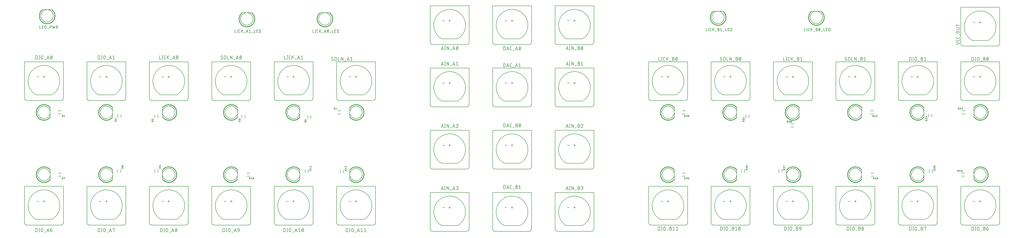
<source format=gbr>
G04 EAGLE Gerber RS-274X export*
G75*
%MOMM*%
%FSLAX34Y34*%
%LPD*%
%INSilkscreen Top*%
%IPPOS*%
%AMOC8*
5,1,8,0,0,1.08239X$1,22.5*%
G01*
%ADD10C,0.127000*%
%ADD11C,0.203200*%
%ADD12C,0.025400*%
%ADD13C,0.152400*%


D10*
X159000Y579000D02*
X160363Y579801D01*
X161705Y580635D01*
X163027Y581502D01*
X164328Y582401D01*
X165605Y583332D01*
X166860Y584293D01*
X168091Y585285D01*
X169297Y586307D01*
X170477Y587358D01*
X171632Y588438D01*
X172759Y589546D01*
X173859Y590681D01*
X174931Y591843D01*
X175975Y593030D01*
X176989Y594243D01*
X177972Y595480D01*
X178926Y596741D01*
X179848Y598025D01*
X180738Y599331D01*
X181596Y600659D01*
X182421Y602007D01*
X183213Y603375D01*
X183971Y604762D01*
X184695Y606168D01*
X185384Y607590D01*
X186038Y609029D01*
X186657Y610484D01*
X187240Y611953D01*
X187787Y613436D01*
X188297Y614933D01*
X188770Y616441D01*
X189206Y617960D01*
X189605Y619490D01*
X189967Y621029D01*
X190290Y622576D01*
X190576Y624131D01*
X190823Y625692D01*
X191032Y627259D01*
X191202Y628830D01*
X191334Y630405D01*
X191427Y631983D01*
X191482Y633563D01*
X191498Y635144D01*
X191475Y636724D01*
X191413Y638304D01*
X191313Y639881D01*
X191174Y641456D01*
X190997Y643027D01*
X190781Y644593D01*
X190526Y646153D01*
X190234Y647706D01*
X189904Y649252D01*
X189535Y650789D01*
X189130Y652317D01*
X188687Y653835D01*
X188207Y655341D01*
X187690Y656834D01*
X187136Y658315D01*
X186547Y659782D01*
X185922Y661234D01*
X185261Y662670D01*
X184566Y664089D01*
X183835Y665491D01*
X183071Y666875D01*
X182273Y668240D01*
X181442Y669584D01*
X180578Y670908D01*
X179682Y672210D01*
X178754Y673490D01*
X177796Y674747D01*
X176806Y675980D01*
X175787Y677188D01*
X174739Y678371D01*
X173661Y679528D01*
X172556Y680658D01*
X171423Y681761D01*
X170264Y682835D01*
X169079Y683881D01*
X167868Y684898D01*
X166633Y685884D01*
X165374Y686840D01*
X164093Y687765D01*
X162788Y688658D01*
X161463Y689519D01*
X160116Y690347D01*
X158750Y691142D01*
X157364Y691903D01*
X155961Y692630D01*
X154540Y693323D01*
X153102Y693980D01*
X151649Y694602D01*
X150181Y695188D01*
X148699Y695738D01*
X147204Y696252D01*
X145697Y696729D01*
X144179Y697168D01*
X142650Y697571D01*
X141112Y697935D01*
X139565Y698262D01*
X138011Y698551D01*
X136450Y698802D01*
X134884Y699014D01*
X133313Y699188D01*
X131738Y699324D01*
X130160Y699421D01*
X128581Y699479D01*
X127000Y699498D01*
X125419Y699479D01*
X123840Y699421D01*
X122262Y699324D01*
X120687Y699188D01*
X119116Y699014D01*
X117550Y698802D01*
X115989Y698551D01*
X114435Y698262D01*
X112888Y697935D01*
X111350Y697571D01*
X109821Y697168D01*
X108303Y696729D01*
X106796Y696252D01*
X105301Y695738D01*
X103819Y695188D01*
X102351Y694602D01*
X100898Y693980D01*
X99460Y693323D01*
X98039Y692630D01*
X96636Y691903D01*
X95250Y691142D01*
X93884Y690347D01*
X92537Y689519D01*
X91212Y688658D01*
X89907Y687765D01*
X88626Y686840D01*
X87367Y685884D01*
X86132Y684898D01*
X84921Y683881D01*
X83736Y682835D01*
X82577Y681761D01*
X81444Y680658D01*
X80339Y679528D01*
X79261Y678371D01*
X78213Y677188D01*
X77194Y675980D01*
X76204Y674747D01*
X75246Y673490D01*
X74318Y672210D01*
X73422Y670908D01*
X72558Y669584D01*
X71727Y668240D01*
X70929Y666875D01*
X70165Y665491D01*
X69434Y664089D01*
X68739Y662670D01*
X68078Y661234D01*
X67453Y659782D01*
X66864Y658315D01*
X66310Y656834D01*
X65793Y655341D01*
X65313Y653835D01*
X64870Y652317D01*
X64465Y650789D01*
X64096Y649252D01*
X63766Y647706D01*
X63474Y646153D01*
X63219Y644593D01*
X63003Y643027D01*
X62826Y641456D01*
X62687Y639881D01*
X62587Y638304D01*
X62525Y636724D01*
X62502Y635144D01*
X62518Y633563D01*
X62573Y631983D01*
X62666Y630405D01*
X62798Y628830D01*
X62968Y627259D01*
X63177Y625692D01*
X63424Y624131D01*
X63710Y622576D01*
X64033Y621029D01*
X64395Y619490D01*
X64794Y617960D01*
X65230Y616441D01*
X65703Y614933D01*
X66213Y613436D01*
X66760Y611953D01*
X67343Y610484D01*
X67962Y609029D01*
X68616Y607590D01*
X69305Y606168D01*
X70029Y604762D01*
X70787Y603375D01*
X71579Y602007D01*
X72404Y600659D01*
X73262Y599331D01*
X74152Y598025D01*
X75074Y596741D01*
X76028Y595480D01*
X77011Y594243D01*
X78025Y593030D01*
X79069Y591843D01*
X80141Y590681D01*
X81241Y589546D01*
X82368Y588438D01*
X83523Y587358D01*
X84703Y586307D01*
X85909Y585285D01*
X87140Y584293D01*
X88395Y583332D01*
X89672Y582401D01*
X90973Y581502D01*
X92295Y580635D01*
X93637Y579801D01*
X95000Y579000D01*
X159000Y579000D01*
X131000Y653000D02*
X123000Y653000D01*
X127000Y649000D02*
X127000Y657000D01*
X106200Y653000D02*
X98200Y653000D01*
X48000Y714000D02*
X48000Y566000D01*
X48003Y565758D01*
X48012Y565517D01*
X48026Y565276D01*
X48047Y565035D01*
X48073Y564795D01*
X48105Y564555D01*
X48143Y564316D01*
X48186Y564079D01*
X48236Y563842D01*
X48291Y563607D01*
X48351Y563373D01*
X48418Y563141D01*
X48489Y562910D01*
X48567Y562681D01*
X48650Y562454D01*
X48738Y562229D01*
X48832Y562006D01*
X48931Y561786D01*
X49036Y561568D01*
X49145Y561353D01*
X49260Y561140D01*
X49380Y560930D01*
X49505Y560724D01*
X49635Y560520D01*
X49770Y560319D01*
X49910Y560122D01*
X50054Y559928D01*
X50203Y559738D01*
X50357Y559552D01*
X50515Y559369D01*
X50677Y559190D01*
X50844Y559015D01*
X51015Y558844D01*
X51190Y558677D01*
X51369Y558515D01*
X51552Y558357D01*
X51738Y558203D01*
X51928Y558054D01*
X52122Y557910D01*
X52319Y557770D01*
X52520Y557635D01*
X52724Y557505D01*
X52930Y557380D01*
X53140Y557260D01*
X53353Y557145D01*
X53568Y557036D01*
X53786Y556931D01*
X54006Y556832D01*
X54229Y556738D01*
X54454Y556650D01*
X54681Y556567D01*
X54910Y556489D01*
X55141Y556418D01*
X55373Y556351D01*
X55607Y556291D01*
X55842Y556236D01*
X56079Y556186D01*
X56316Y556143D01*
X56555Y556105D01*
X56795Y556073D01*
X57035Y556047D01*
X57276Y556026D01*
X57517Y556012D01*
X57758Y556003D01*
X58000Y556000D01*
X196000Y556000D01*
X196242Y556003D01*
X196483Y556012D01*
X196724Y556026D01*
X196965Y556047D01*
X197205Y556073D01*
X197445Y556105D01*
X197684Y556143D01*
X197921Y556186D01*
X198158Y556236D01*
X198393Y556291D01*
X198627Y556351D01*
X198859Y556418D01*
X199090Y556489D01*
X199319Y556567D01*
X199546Y556650D01*
X199771Y556738D01*
X199994Y556832D01*
X200214Y556931D01*
X200432Y557036D01*
X200647Y557145D01*
X200860Y557260D01*
X201070Y557380D01*
X201276Y557505D01*
X201480Y557635D01*
X201681Y557770D01*
X201878Y557910D01*
X202072Y558054D01*
X202262Y558203D01*
X202448Y558357D01*
X202631Y558515D01*
X202810Y558677D01*
X202985Y558844D01*
X203156Y559015D01*
X203323Y559190D01*
X203485Y559369D01*
X203643Y559552D01*
X203797Y559738D01*
X203946Y559928D01*
X204090Y560122D01*
X204230Y560319D01*
X204365Y560520D01*
X204495Y560724D01*
X204620Y560930D01*
X204740Y561140D01*
X204855Y561353D01*
X204964Y561568D01*
X205069Y561786D01*
X205168Y562006D01*
X205262Y562229D01*
X205350Y562454D01*
X205433Y562681D01*
X205511Y562910D01*
X205582Y563141D01*
X205649Y563373D01*
X205709Y563607D01*
X205764Y563842D01*
X205814Y564079D01*
X205857Y564316D01*
X205895Y564555D01*
X205927Y564795D01*
X205953Y565035D01*
X205974Y565276D01*
X205988Y565517D01*
X205997Y565758D01*
X206000Y566000D01*
X206000Y714000D01*
X48000Y714000D01*
X93261Y725285D02*
X93261Y739015D01*
X97075Y739015D01*
X97197Y739013D01*
X97319Y739007D01*
X97441Y738997D01*
X97563Y738984D01*
X97684Y738966D01*
X97804Y738945D01*
X97924Y738919D01*
X98042Y738890D01*
X98160Y738857D01*
X98277Y738821D01*
X98392Y738780D01*
X98506Y738736D01*
X98619Y738689D01*
X98730Y738637D01*
X98839Y738582D01*
X98947Y738524D01*
X99052Y738463D01*
X99156Y738397D01*
X99257Y738329D01*
X99356Y738258D01*
X99453Y738183D01*
X99547Y738105D01*
X99639Y738024D01*
X99728Y737941D01*
X99815Y737854D01*
X99898Y737765D01*
X99979Y737673D01*
X100057Y737579D01*
X100132Y737482D01*
X100203Y737383D01*
X100271Y737282D01*
X100337Y737178D01*
X100398Y737073D01*
X100456Y736965D01*
X100511Y736856D01*
X100563Y736745D01*
X100610Y736632D01*
X100654Y736518D01*
X100695Y736403D01*
X100731Y736286D01*
X100764Y736168D01*
X100793Y736050D01*
X100819Y735930D01*
X100840Y735810D01*
X100858Y735689D01*
X100871Y735567D01*
X100881Y735445D01*
X100887Y735323D01*
X100889Y735201D01*
X100889Y729099D01*
X100887Y728977D01*
X100881Y728855D01*
X100871Y728733D01*
X100858Y728611D01*
X100840Y728490D01*
X100819Y728370D01*
X100793Y728250D01*
X100764Y728132D01*
X100731Y728014D01*
X100695Y727897D01*
X100654Y727782D01*
X100610Y727668D01*
X100563Y727555D01*
X100511Y727444D01*
X100456Y727335D01*
X100398Y727227D01*
X100337Y727122D01*
X100271Y727018D01*
X100203Y726917D01*
X100132Y726818D01*
X100057Y726721D01*
X99979Y726627D01*
X99898Y726535D01*
X99815Y726446D01*
X99728Y726359D01*
X99639Y726276D01*
X99547Y726195D01*
X99453Y726117D01*
X99356Y726042D01*
X99257Y725971D01*
X99156Y725903D01*
X99052Y725837D01*
X98947Y725776D01*
X98839Y725718D01*
X98730Y725663D01*
X98619Y725611D01*
X98506Y725564D01*
X98392Y725520D01*
X98277Y725479D01*
X98160Y725443D01*
X98042Y725410D01*
X97924Y725381D01*
X97804Y725355D01*
X97684Y725334D01*
X97563Y725316D01*
X97441Y725303D01*
X97319Y725293D01*
X97197Y725287D01*
X97075Y725285D01*
X93261Y725285D01*
X108325Y725285D02*
X108325Y739015D01*
X106799Y725285D02*
X109851Y725285D01*
X109851Y739015D02*
X106799Y739015D01*
X115311Y735201D02*
X115311Y729099D01*
X115311Y735201D02*
X115313Y735323D01*
X115319Y735445D01*
X115329Y735567D01*
X115342Y735689D01*
X115360Y735810D01*
X115381Y735930D01*
X115407Y736050D01*
X115436Y736168D01*
X115469Y736286D01*
X115505Y736403D01*
X115546Y736518D01*
X115590Y736632D01*
X115637Y736745D01*
X115689Y736856D01*
X115744Y736965D01*
X115802Y737073D01*
X115863Y737178D01*
X115929Y737282D01*
X115997Y737383D01*
X116068Y737482D01*
X116143Y737579D01*
X116221Y737673D01*
X116302Y737765D01*
X116385Y737854D01*
X116472Y737941D01*
X116561Y738024D01*
X116653Y738105D01*
X116747Y738183D01*
X116844Y738258D01*
X116943Y738329D01*
X117044Y738397D01*
X117148Y738463D01*
X117253Y738524D01*
X117361Y738582D01*
X117470Y738637D01*
X117581Y738689D01*
X117694Y738736D01*
X117808Y738780D01*
X117923Y738821D01*
X118040Y738857D01*
X118158Y738890D01*
X118276Y738919D01*
X118396Y738945D01*
X118516Y738966D01*
X118637Y738984D01*
X118759Y738997D01*
X118881Y739007D01*
X119003Y739013D01*
X119125Y739015D01*
X119247Y739013D01*
X119369Y739007D01*
X119491Y738997D01*
X119613Y738984D01*
X119734Y738966D01*
X119854Y738945D01*
X119974Y738919D01*
X120092Y738890D01*
X120210Y738857D01*
X120327Y738821D01*
X120442Y738780D01*
X120556Y738736D01*
X120669Y738689D01*
X120780Y738637D01*
X120889Y738582D01*
X120997Y738524D01*
X121102Y738463D01*
X121206Y738397D01*
X121307Y738329D01*
X121406Y738258D01*
X121503Y738183D01*
X121597Y738105D01*
X121689Y738024D01*
X121778Y737941D01*
X121865Y737854D01*
X121948Y737765D01*
X122029Y737673D01*
X122107Y737579D01*
X122182Y737482D01*
X122253Y737383D01*
X122321Y737282D01*
X122387Y737178D01*
X122448Y737073D01*
X122506Y736965D01*
X122561Y736856D01*
X122613Y736745D01*
X122660Y736632D01*
X122704Y736518D01*
X122745Y736403D01*
X122781Y736286D01*
X122814Y736168D01*
X122843Y736050D01*
X122869Y735930D01*
X122890Y735810D01*
X122908Y735689D01*
X122921Y735567D01*
X122931Y735445D01*
X122937Y735323D01*
X122939Y735201D01*
X122939Y729099D01*
X122937Y728977D01*
X122931Y728855D01*
X122921Y728733D01*
X122908Y728611D01*
X122890Y728490D01*
X122869Y728370D01*
X122843Y728250D01*
X122814Y728132D01*
X122781Y728014D01*
X122745Y727897D01*
X122704Y727782D01*
X122660Y727668D01*
X122613Y727555D01*
X122561Y727444D01*
X122506Y727335D01*
X122448Y727227D01*
X122387Y727122D01*
X122321Y727018D01*
X122253Y726917D01*
X122182Y726818D01*
X122107Y726721D01*
X122029Y726627D01*
X121948Y726535D01*
X121865Y726446D01*
X121778Y726359D01*
X121689Y726276D01*
X121597Y726195D01*
X121503Y726117D01*
X121406Y726042D01*
X121307Y725971D01*
X121206Y725903D01*
X121102Y725837D01*
X120997Y725776D01*
X120889Y725718D01*
X120780Y725663D01*
X120669Y725611D01*
X120556Y725564D01*
X120442Y725520D01*
X120327Y725479D01*
X120210Y725443D01*
X120092Y725410D01*
X119974Y725381D01*
X119854Y725355D01*
X119734Y725334D01*
X119613Y725316D01*
X119491Y725303D01*
X119369Y725293D01*
X119247Y725287D01*
X119125Y725285D01*
X119003Y725287D01*
X118881Y725293D01*
X118759Y725303D01*
X118637Y725316D01*
X118516Y725334D01*
X118396Y725355D01*
X118276Y725381D01*
X118158Y725410D01*
X118040Y725443D01*
X117923Y725479D01*
X117808Y725520D01*
X117694Y725564D01*
X117581Y725611D01*
X117470Y725663D01*
X117361Y725718D01*
X117253Y725776D01*
X117148Y725837D01*
X117044Y725903D01*
X116943Y725971D01*
X116844Y726042D01*
X116747Y726117D01*
X116653Y726195D01*
X116561Y726276D01*
X116472Y726359D01*
X116385Y726446D01*
X116302Y726535D01*
X116221Y726627D01*
X116143Y726721D01*
X116068Y726818D01*
X115997Y726917D01*
X115929Y727018D01*
X115863Y727122D01*
X115802Y727227D01*
X115744Y727335D01*
X115689Y727444D01*
X115637Y727555D01*
X115590Y727668D01*
X115546Y727782D01*
X115505Y727897D01*
X115469Y728014D01*
X115436Y728132D01*
X115407Y728250D01*
X115381Y728370D01*
X115360Y728490D01*
X115342Y728611D01*
X115329Y728733D01*
X115319Y728855D01*
X115313Y728977D01*
X115311Y729099D01*
X128224Y723759D02*
X134326Y723759D01*
X138848Y725285D02*
X143425Y739015D01*
X148002Y725285D01*
X146857Y728718D02*
X139992Y728718D01*
X153112Y732150D02*
X153115Y732420D01*
X153125Y732690D01*
X153141Y732960D01*
X153164Y733229D01*
X153193Y733497D01*
X153228Y733765D01*
X153270Y734032D01*
X153318Y734298D01*
X153372Y734562D01*
X153433Y734825D01*
X153500Y735087D01*
X153573Y735347D01*
X153653Y735605D01*
X153738Y735861D01*
X153830Y736116D01*
X153927Y736367D01*
X154031Y736617D01*
X154141Y736864D01*
X154256Y737108D01*
X154292Y737208D01*
X154332Y737306D01*
X154375Y737403D01*
X154423Y737498D01*
X154474Y737591D01*
X154528Y737682D01*
X154585Y737771D01*
X154646Y737858D01*
X154711Y737942D01*
X154778Y738024D01*
X154848Y738104D01*
X154922Y738180D01*
X154998Y738254D01*
X155077Y738325D01*
X155158Y738393D01*
X155242Y738458D01*
X155328Y738520D01*
X155417Y738578D01*
X155507Y738633D01*
X155600Y738685D01*
X155695Y738733D01*
X155791Y738777D01*
X155889Y738818D01*
X155988Y738855D01*
X156089Y738888D01*
X156191Y738918D01*
X156294Y738944D01*
X156398Y738965D01*
X156502Y738983D01*
X156607Y738997D01*
X156713Y739007D01*
X156819Y739013D01*
X156925Y739015D01*
X157031Y739013D01*
X157137Y739007D01*
X157243Y738997D01*
X157348Y738983D01*
X157452Y738965D01*
X157556Y738944D01*
X157659Y738918D01*
X157761Y738888D01*
X157862Y738855D01*
X157961Y738818D01*
X158059Y738777D01*
X158155Y738733D01*
X158250Y738685D01*
X158343Y738633D01*
X158433Y738578D01*
X158522Y738520D01*
X158608Y738458D01*
X158692Y738393D01*
X158774Y738325D01*
X158852Y738254D01*
X158928Y738180D01*
X159002Y738104D01*
X159072Y738024D01*
X159139Y737942D01*
X159204Y737858D01*
X159265Y737771D01*
X159322Y737682D01*
X159376Y737591D01*
X159427Y737498D01*
X159475Y737403D01*
X159518Y737306D01*
X159558Y737208D01*
X159594Y737108D01*
X159709Y736864D01*
X159819Y736617D01*
X159923Y736367D01*
X160020Y736116D01*
X160112Y735861D01*
X160197Y735605D01*
X160277Y735347D01*
X160350Y735087D01*
X160417Y734825D01*
X160478Y734562D01*
X160532Y734298D01*
X160580Y734032D01*
X160622Y733765D01*
X160657Y733497D01*
X160686Y733229D01*
X160709Y732960D01*
X160725Y732690D01*
X160735Y732420D01*
X160738Y732150D01*
X153111Y732150D02*
X153114Y731880D01*
X153124Y731610D01*
X153140Y731340D01*
X153163Y731071D01*
X153192Y730803D01*
X153227Y730535D01*
X153269Y730268D01*
X153317Y730002D01*
X153371Y729738D01*
X153432Y729474D01*
X153499Y729213D01*
X153572Y728953D01*
X153652Y728694D01*
X153737Y728438D01*
X153829Y728184D01*
X153926Y727932D01*
X154030Y727683D01*
X154140Y727436D01*
X154255Y727192D01*
X154256Y727192D02*
X154292Y727092D01*
X154332Y726994D01*
X154376Y726897D01*
X154423Y726802D01*
X154474Y726709D01*
X154528Y726618D01*
X154586Y726529D01*
X154646Y726442D01*
X154711Y726358D01*
X154778Y726276D01*
X154848Y726196D01*
X154922Y726120D01*
X154998Y726046D01*
X155077Y725975D01*
X155158Y725907D01*
X155242Y725842D01*
X155328Y725780D01*
X155417Y725722D01*
X155507Y725667D01*
X155600Y725615D01*
X155695Y725567D01*
X155791Y725523D01*
X155889Y725482D01*
X155988Y725445D01*
X156089Y725412D01*
X156191Y725382D01*
X156294Y725356D01*
X156398Y725335D01*
X156502Y725317D01*
X156607Y725303D01*
X156713Y725293D01*
X156819Y725287D01*
X156925Y725285D01*
X159595Y727192D02*
X159710Y727436D01*
X159820Y727683D01*
X159924Y727932D01*
X160021Y728184D01*
X160113Y728438D01*
X160198Y728694D01*
X160278Y728953D01*
X160351Y729213D01*
X160418Y729474D01*
X160479Y729738D01*
X160533Y730002D01*
X160581Y730268D01*
X160623Y730535D01*
X160658Y730803D01*
X160687Y731071D01*
X160710Y731340D01*
X160726Y731610D01*
X160736Y731880D01*
X160739Y732150D01*
X159594Y727192D02*
X159558Y727092D01*
X159518Y726994D01*
X159475Y726897D01*
X159427Y726802D01*
X159376Y726709D01*
X159322Y726618D01*
X159265Y726529D01*
X159204Y726442D01*
X159139Y726358D01*
X159072Y726276D01*
X159002Y726196D01*
X158928Y726120D01*
X158852Y726046D01*
X158774Y725975D01*
X158692Y725907D01*
X158608Y725842D01*
X158522Y725780D01*
X158433Y725722D01*
X158343Y725667D01*
X158250Y725615D01*
X158155Y725567D01*
X158059Y725523D01*
X157961Y725482D01*
X157862Y725445D01*
X157761Y725412D01*
X157659Y725382D01*
X157556Y725356D01*
X157452Y725335D01*
X157348Y725317D01*
X157243Y725303D01*
X157137Y725293D01*
X157031Y725287D01*
X156925Y725285D01*
X153874Y728336D02*
X159976Y735964D01*
X349000Y579000D02*
X347637Y579801D01*
X346295Y580635D01*
X344973Y581502D01*
X343672Y582401D01*
X342395Y583332D01*
X341140Y584293D01*
X339909Y585285D01*
X338703Y586307D01*
X337523Y587358D01*
X336368Y588438D01*
X335241Y589546D01*
X334141Y590681D01*
X333069Y591843D01*
X332025Y593030D01*
X331011Y594243D01*
X330028Y595480D01*
X329074Y596741D01*
X328152Y598025D01*
X327262Y599331D01*
X326404Y600659D01*
X325579Y602007D01*
X324787Y603375D01*
X324029Y604762D01*
X323305Y606168D01*
X322616Y607590D01*
X321962Y609029D01*
X321343Y610484D01*
X320760Y611953D01*
X320213Y613436D01*
X319703Y614933D01*
X319230Y616441D01*
X318794Y617960D01*
X318395Y619490D01*
X318033Y621029D01*
X317710Y622576D01*
X317424Y624131D01*
X317177Y625692D01*
X316968Y627259D01*
X316798Y628830D01*
X316666Y630405D01*
X316573Y631983D01*
X316518Y633563D01*
X316502Y635144D01*
X316525Y636724D01*
X316587Y638304D01*
X316687Y639881D01*
X316826Y641456D01*
X317003Y643027D01*
X317219Y644593D01*
X317474Y646153D01*
X317766Y647706D01*
X318096Y649252D01*
X318465Y650789D01*
X318870Y652317D01*
X319313Y653835D01*
X319793Y655341D01*
X320310Y656834D01*
X320864Y658315D01*
X321453Y659782D01*
X322078Y661234D01*
X322739Y662670D01*
X323434Y664089D01*
X324165Y665491D01*
X324929Y666875D01*
X325727Y668240D01*
X326558Y669584D01*
X327422Y670908D01*
X328318Y672210D01*
X329246Y673490D01*
X330204Y674747D01*
X331194Y675980D01*
X332213Y677188D01*
X333261Y678371D01*
X334339Y679528D01*
X335444Y680658D01*
X336577Y681761D01*
X337736Y682835D01*
X338921Y683881D01*
X340132Y684898D01*
X341367Y685884D01*
X342626Y686840D01*
X343907Y687765D01*
X345212Y688658D01*
X346537Y689519D01*
X347884Y690347D01*
X349250Y691142D01*
X350636Y691903D01*
X352039Y692630D01*
X353460Y693323D01*
X354898Y693980D01*
X356351Y694602D01*
X357819Y695188D01*
X359301Y695738D01*
X360796Y696252D01*
X362303Y696729D01*
X363821Y697168D01*
X365350Y697571D01*
X366888Y697935D01*
X368435Y698262D01*
X369989Y698551D01*
X371550Y698802D01*
X373116Y699014D01*
X374687Y699188D01*
X376262Y699324D01*
X377840Y699421D01*
X379419Y699479D01*
X381000Y699498D01*
X382581Y699479D01*
X384160Y699421D01*
X385738Y699324D01*
X387313Y699188D01*
X388884Y699014D01*
X390450Y698802D01*
X392011Y698551D01*
X393565Y698262D01*
X395112Y697935D01*
X396650Y697571D01*
X398179Y697168D01*
X399697Y696729D01*
X401204Y696252D01*
X402699Y695738D01*
X404181Y695188D01*
X405649Y694602D01*
X407102Y693980D01*
X408540Y693323D01*
X409961Y692630D01*
X411364Y691903D01*
X412750Y691142D01*
X414116Y690347D01*
X415463Y689519D01*
X416788Y688658D01*
X418093Y687765D01*
X419374Y686840D01*
X420633Y685884D01*
X421868Y684898D01*
X423079Y683881D01*
X424264Y682835D01*
X425423Y681761D01*
X426556Y680658D01*
X427661Y679528D01*
X428739Y678371D01*
X429787Y677188D01*
X430806Y675980D01*
X431796Y674747D01*
X432754Y673490D01*
X433682Y672210D01*
X434578Y670908D01*
X435442Y669584D01*
X436273Y668240D01*
X437071Y666875D01*
X437835Y665491D01*
X438566Y664089D01*
X439261Y662670D01*
X439922Y661234D01*
X440547Y659782D01*
X441136Y658315D01*
X441690Y656834D01*
X442207Y655341D01*
X442687Y653835D01*
X443130Y652317D01*
X443535Y650789D01*
X443904Y649252D01*
X444234Y647706D01*
X444526Y646153D01*
X444781Y644593D01*
X444997Y643027D01*
X445174Y641456D01*
X445313Y639881D01*
X445413Y638304D01*
X445475Y636724D01*
X445498Y635144D01*
X445482Y633563D01*
X445427Y631983D01*
X445334Y630405D01*
X445202Y628830D01*
X445032Y627259D01*
X444823Y625692D01*
X444576Y624131D01*
X444290Y622576D01*
X443967Y621029D01*
X443605Y619490D01*
X443206Y617960D01*
X442770Y616441D01*
X442297Y614933D01*
X441787Y613436D01*
X441240Y611953D01*
X440657Y610484D01*
X440038Y609029D01*
X439384Y607590D01*
X438695Y606168D01*
X437971Y604762D01*
X437213Y603375D01*
X436421Y602007D01*
X435596Y600659D01*
X434738Y599331D01*
X433848Y598025D01*
X432926Y596741D01*
X431972Y595480D01*
X430989Y594243D01*
X429975Y593030D01*
X428931Y591843D01*
X427859Y590681D01*
X426759Y589546D01*
X425632Y588438D01*
X424477Y587358D01*
X423297Y586307D01*
X422091Y585285D01*
X420860Y584293D01*
X419605Y583332D01*
X418328Y582401D01*
X417027Y581502D01*
X415705Y580635D01*
X414363Y579801D01*
X413000Y579000D01*
X349000Y579000D01*
X377000Y653000D02*
X385000Y653000D01*
X381000Y649000D02*
X381000Y657000D01*
X360200Y653000D02*
X352200Y653000D01*
X302000Y714000D02*
X302000Y566000D01*
X302003Y565758D01*
X302012Y565517D01*
X302026Y565276D01*
X302047Y565035D01*
X302073Y564795D01*
X302105Y564555D01*
X302143Y564316D01*
X302186Y564079D01*
X302236Y563842D01*
X302291Y563607D01*
X302351Y563373D01*
X302418Y563141D01*
X302489Y562910D01*
X302567Y562681D01*
X302650Y562454D01*
X302738Y562229D01*
X302832Y562006D01*
X302931Y561786D01*
X303036Y561568D01*
X303145Y561353D01*
X303260Y561140D01*
X303380Y560930D01*
X303505Y560724D01*
X303635Y560520D01*
X303770Y560319D01*
X303910Y560122D01*
X304054Y559928D01*
X304203Y559738D01*
X304357Y559552D01*
X304515Y559369D01*
X304677Y559190D01*
X304844Y559015D01*
X305015Y558844D01*
X305190Y558677D01*
X305369Y558515D01*
X305552Y558357D01*
X305738Y558203D01*
X305928Y558054D01*
X306122Y557910D01*
X306319Y557770D01*
X306520Y557635D01*
X306724Y557505D01*
X306930Y557380D01*
X307140Y557260D01*
X307353Y557145D01*
X307568Y557036D01*
X307786Y556931D01*
X308006Y556832D01*
X308229Y556738D01*
X308454Y556650D01*
X308681Y556567D01*
X308910Y556489D01*
X309141Y556418D01*
X309373Y556351D01*
X309607Y556291D01*
X309842Y556236D01*
X310079Y556186D01*
X310316Y556143D01*
X310555Y556105D01*
X310795Y556073D01*
X311035Y556047D01*
X311276Y556026D01*
X311517Y556012D01*
X311758Y556003D01*
X312000Y556000D01*
X450000Y556000D01*
X450242Y556003D01*
X450483Y556012D01*
X450724Y556026D01*
X450965Y556047D01*
X451205Y556073D01*
X451445Y556105D01*
X451684Y556143D01*
X451921Y556186D01*
X452158Y556236D01*
X452393Y556291D01*
X452627Y556351D01*
X452859Y556418D01*
X453090Y556489D01*
X453319Y556567D01*
X453546Y556650D01*
X453771Y556738D01*
X453994Y556832D01*
X454214Y556931D01*
X454432Y557036D01*
X454647Y557145D01*
X454860Y557260D01*
X455070Y557380D01*
X455276Y557505D01*
X455480Y557635D01*
X455681Y557770D01*
X455878Y557910D01*
X456072Y558054D01*
X456262Y558203D01*
X456448Y558357D01*
X456631Y558515D01*
X456810Y558677D01*
X456985Y558844D01*
X457156Y559015D01*
X457323Y559190D01*
X457485Y559369D01*
X457643Y559552D01*
X457797Y559738D01*
X457946Y559928D01*
X458090Y560122D01*
X458230Y560319D01*
X458365Y560520D01*
X458495Y560724D01*
X458620Y560930D01*
X458740Y561140D01*
X458855Y561353D01*
X458964Y561568D01*
X459069Y561786D01*
X459168Y562006D01*
X459262Y562229D01*
X459350Y562454D01*
X459433Y562681D01*
X459511Y562910D01*
X459582Y563141D01*
X459649Y563373D01*
X459709Y563607D01*
X459764Y563842D01*
X459814Y564079D01*
X459857Y564316D01*
X459895Y564555D01*
X459927Y564795D01*
X459953Y565035D01*
X459974Y565276D01*
X459988Y565517D01*
X459997Y565758D01*
X460000Y566000D01*
X460000Y714000D01*
X302000Y714000D01*
X347261Y725285D02*
X347261Y739015D01*
X351075Y739015D01*
X351197Y739013D01*
X351319Y739007D01*
X351441Y738997D01*
X351563Y738984D01*
X351684Y738966D01*
X351804Y738945D01*
X351924Y738919D01*
X352042Y738890D01*
X352160Y738857D01*
X352277Y738821D01*
X352392Y738780D01*
X352506Y738736D01*
X352619Y738689D01*
X352730Y738637D01*
X352839Y738582D01*
X352947Y738524D01*
X353052Y738463D01*
X353156Y738397D01*
X353257Y738329D01*
X353356Y738258D01*
X353453Y738183D01*
X353547Y738105D01*
X353639Y738024D01*
X353728Y737941D01*
X353815Y737854D01*
X353898Y737765D01*
X353979Y737673D01*
X354057Y737579D01*
X354132Y737482D01*
X354203Y737383D01*
X354271Y737282D01*
X354337Y737178D01*
X354398Y737073D01*
X354456Y736965D01*
X354511Y736856D01*
X354563Y736745D01*
X354610Y736632D01*
X354654Y736518D01*
X354695Y736403D01*
X354731Y736286D01*
X354764Y736168D01*
X354793Y736050D01*
X354819Y735930D01*
X354840Y735810D01*
X354858Y735689D01*
X354871Y735567D01*
X354881Y735445D01*
X354887Y735323D01*
X354889Y735201D01*
X354889Y729099D01*
X354887Y728977D01*
X354881Y728855D01*
X354871Y728733D01*
X354858Y728611D01*
X354840Y728490D01*
X354819Y728370D01*
X354793Y728250D01*
X354764Y728132D01*
X354731Y728014D01*
X354695Y727897D01*
X354654Y727782D01*
X354610Y727668D01*
X354563Y727555D01*
X354511Y727444D01*
X354456Y727335D01*
X354398Y727227D01*
X354337Y727122D01*
X354271Y727018D01*
X354203Y726917D01*
X354132Y726818D01*
X354057Y726721D01*
X353979Y726627D01*
X353898Y726535D01*
X353815Y726446D01*
X353728Y726359D01*
X353639Y726276D01*
X353547Y726195D01*
X353453Y726117D01*
X353356Y726042D01*
X353257Y725971D01*
X353156Y725903D01*
X353052Y725837D01*
X352947Y725776D01*
X352839Y725718D01*
X352730Y725663D01*
X352619Y725611D01*
X352506Y725564D01*
X352392Y725520D01*
X352277Y725479D01*
X352160Y725443D01*
X352042Y725410D01*
X351924Y725381D01*
X351804Y725355D01*
X351684Y725334D01*
X351563Y725316D01*
X351441Y725303D01*
X351319Y725293D01*
X351197Y725287D01*
X351075Y725285D01*
X347261Y725285D01*
X362325Y725285D02*
X362325Y739015D01*
X360799Y725285D02*
X363851Y725285D01*
X363851Y739015D02*
X360799Y739015D01*
X369311Y735201D02*
X369311Y729099D01*
X369311Y735201D02*
X369313Y735323D01*
X369319Y735445D01*
X369329Y735567D01*
X369342Y735689D01*
X369360Y735810D01*
X369381Y735930D01*
X369407Y736050D01*
X369436Y736168D01*
X369469Y736286D01*
X369505Y736403D01*
X369546Y736518D01*
X369590Y736632D01*
X369637Y736745D01*
X369689Y736856D01*
X369744Y736965D01*
X369802Y737073D01*
X369863Y737178D01*
X369929Y737282D01*
X369997Y737383D01*
X370068Y737482D01*
X370143Y737579D01*
X370221Y737673D01*
X370302Y737765D01*
X370385Y737854D01*
X370472Y737941D01*
X370561Y738024D01*
X370653Y738105D01*
X370747Y738183D01*
X370844Y738258D01*
X370943Y738329D01*
X371044Y738397D01*
X371148Y738463D01*
X371253Y738524D01*
X371361Y738582D01*
X371470Y738637D01*
X371581Y738689D01*
X371694Y738736D01*
X371808Y738780D01*
X371923Y738821D01*
X372040Y738857D01*
X372158Y738890D01*
X372276Y738919D01*
X372396Y738945D01*
X372516Y738966D01*
X372637Y738984D01*
X372759Y738997D01*
X372881Y739007D01*
X373003Y739013D01*
X373125Y739015D01*
X373247Y739013D01*
X373369Y739007D01*
X373491Y738997D01*
X373613Y738984D01*
X373734Y738966D01*
X373854Y738945D01*
X373974Y738919D01*
X374092Y738890D01*
X374210Y738857D01*
X374327Y738821D01*
X374442Y738780D01*
X374556Y738736D01*
X374669Y738689D01*
X374780Y738637D01*
X374889Y738582D01*
X374997Y738524D01*
X375102Y738463D01*
X375206Y738397D01*
X375307Y738329D01*
X375406Y738258D01*
X375503Y738183D01*
X375597Y738105D01*
X375689Y738024D01*
X375778Y737941D01*
X375865Y737854D01*
X375948Y737765D01*
X376029Y737673D01*
X376107Y737579D01*
X376182Y737482D01*
X376253Y737383D01*
X376321Y737282D01*
X376387Y737178D01*
X376448Y737073D01*
X376506Y736965D01*
X376561Y736856D01*
X376613Y736745D01*
X376660Y736632D01*
X376704Y736518D01*
X376745Y736403D01*
X376781Y736286D01*
X376814Y736168D01*
X376843Y736050D01*
X376869Y735930D01*
X376890Y735810D01*
X376908Y735689D01*
X376921Y735567D01*
X376931Y735445D01*
X376937Y735323D01*
X376939Y735201D01*
X376939Y729099D01*
X376937Y728977D01*
X376931Y728855D01*
X376921Y728733D01*
X376908Y728611D01*
X376890Y728490D01*
X376869Y728370D01*
X376843Y728250D01*
X376814Y728132D01*
X376781Y728014D01*
X376745Y727897D01*
X376704Y727782D01*
X376660Y727668D01*
X376613Y727555D01*
X376561Y727444D01*
X376506Y727335D01*
X376448Y727227D01*
X376387Y727122D01*
X376321Y727018D01*
X376253Y726917D01*
X376182Y726818D01*
X376107Y726721D01*
X376029Y726627D01*
X375948Y726535D01*
X375865Y726446D01*
X375778Y726359D01*
X375689Y726276D01*
X375597Y726195D01*
X375503Y726117D01*
X375406Y726042D01*
X375307Y725971D01*
X375206Y725903D01*
X375102Y725837D01*
X374997Y725776D01*
X374889Y725718D01*
X374780Y725663D01*
X374669Y725611D01*
X374556Y725564D01*
X374442Y725520D01*
X374327Y725479D01*
X374210Y725443D01*
X374092Y725410D01*
X373974Y725381D01*
X373854Y725355D01*
X373734Y725334D01*
X373613Y725316D01*
X373491Y725303D01*
X373369Y725293D01*
X373247Y725287D01*
X373125Y725285D01*
X373003Y725287D01*
X372881Y725293D01*
X372759Y725303D01*
X372637Y725316D01*
X372516Y725334D01*
X372396Y725355D01*
X372276Y725381D01*
X372158Y725410D01*
X372040Y725443D01*
X371923Y725479D01*
X371808Y725520D01*
X371694Y725564D01*
X371581Y725611D01*
X371470Y725663D01*
X371361Y725718D01*
X371253Y725776D01*
X371148Y725837D01*
X371044Y725903D01*
X370943Y725971D01*
X370844Y726042D01*
X370747Y726117D01*
X370653Y726195D01*
X370561Y726276D01*
X370472Y726359D01*
X370385Y726446D01*
X370302Y726535D01*
X370221Y726627D01*
X370143Y726721D01*
X370068Y726818D01*
X369997Y726917D01*
X369929Y727018D01*
X369863Y727122D01*
X369802Y727227D01*
X369744Y727335D01*
X369689Y727444D01*
X369637Y727555D01*
X369590Y727668D01*
X369546Y727782D01*
X369505Y727897D01*
X369469Y728014D01*
X369436Y728132D01*
X369407Y728250D01*
X369381Y728370D01*
X369360Y728490D01*
X369342Y728611D01*
X369329Y728733D01*
X369319Y728855D01*
X369313Y728977D01*
X369311Y729099D01*
X382224Y723759D02*
X388326Y723759D01*
X392848Y725285D02*
X397425Y739015D01*
X402002Y725285D01*
X400857Y728718D02*
X393992Y728718D01*
X407111Y735964D02*
X410925Y739015D01*
X410925Y725285D01*
X407111Y725285D02*
X414739Y725285D01*
X857000Y579000D02*
X855637Y579801D01*
X854295Y580635D01*
X852973Y581502D01*
X851672Y582401D01*
X850395Y583332D01*
X849140Y584293D01*
X847909Y585285D01*
X846703Y586307D01*
X845523Y587358D01*
X844368Y588438D01*
X843241Y589546D01*
X842141Y590681D01*
X841069Y591843D01*
X840025Y593030D01*
X839011Y594243D01*
X838028Y595480D01*
X837074Y596741D01*
X836152Y598025D01*
X835262Y599331D01*
X834404Y600659D01*
X833579Y602007D01*
X832787Y603375D01*
X832029Y604762D01*
X831305Y606168D01*
X830616Y607590D01*
X829962Y609029D01*
X829343Y610484D01*
X828760Y611953D01*
X828213Y613436D01*
X827703Y614933D01*
X827230Y616441D01*
X826794Y617960D01*
X826395Y619490D01*
X826033Y621029D01*
X825710Y622576D01*
X825424Y624131D01*
X825177Y625692D01*
X824968Y627259D01*
X824798Y628830D01*
X824666Y630405D01*
X824573Y631983D01*
X824518Y633563D01*
X824502Y635144D01*
X824525Y636724D01*
X824587Y638304D01*
X824687Y639881D01*
X824826Y641456D01*
X825003Y643027D01*
X825219Y644593D01*
X825474Y646153D01*
X825766Y647706D01*
X826096Y649252D01*
X826465Y650789D01*
X826870Y652317D01*
X827313Y653835D01*
X827793Y655341D01*
X828310Y656834D01*
X828864Y658315D01*
X829453Y659782D01*
X830078Y661234D01*
X830739Y662670D01*
X831434Y664089D01*
X832165Y665491D01*
X832929Y666875D01*
X833727Y668240D01*
X834558Y669584D01*
X835422Y670908D01*
X836318Y672210D01*
X837246Y673490D01*
X838204Y674747D01*
X839194Y675980D01*
X840213Y677188D01*
X841261Y678371D01*
X842339Y679528D01*
X843444Y680658D01*
X844577Y681761D01*
X845736Y682835D01*
X846921Y683881D01*
X848132Y684898D01*
X849367Y685884D01*
X850626Y686840D01*
X851907Y687765D01*
X853212Y688658D01*
X854537Y689519D01*
X855884Y690347D01*
X857250Y691142D01*
X858636Y691903D01*
X860039Y692630D01*
X861460Y693323D01*
X862898Y693980D01*
X864351Y694602D01*
X865819Y695188D01*
X867301Y695738D01*
X868796Y696252D01*
X870303Y696729D01*
X871821Y697168D01*
X873350Y697571D01*
X874888Y697935D01*
X876435Y698262D01*
X877989Y698551D01*
X879550Y698802D01*
X881116Y699014D01*
X882687Y699188D01*
X884262Y699324D01*
X885840Y699421D01*
X887419Y699479D01*
X889000Y699498D01*
X890581Y699479D01*
X892160Y699421D01*
X893738Y699324D01*
X895313Y699188D01*
X896884Y699014D01*
X898450Y698802D01*
X900011Y698551D01*
X901565Y698262D01*
X903112Y697935D01*
X904650Y697571D01*
X906179Y697168D01*
X907697Y696729D01*
X909204Y696252D01*
X910699Y695738D01*
X912181Y695188D01*
X913649Y694602D01*
X915102Y693980D01*
X916540Y693323D01*
X917961Y692630D01*
X919364Y691903D01*
X920750Y691142D01*
X922116Y690347D01*
X923463Y689519D01*
X924788Y688658D01*
X926093Y687765D01*
X927374Y686840D01*
X928633Y685884D01*
X929868Y684898D01*
X931079Y683881D01*
X932264Y682835D01*
X933423Y681761D01*
X934556Y680658D01*
X935661Y679528D01*
X936739Y678371D01*
X937787Y677188D01*
X938806Y675980D01*
X939796Y674747D01*
X940754Y673490D01*
X941682Y672210D01*
X942578Y670908D01*
X943442Y669584D01*
X944273Y668240D01*
X945071Y666875D01*
X945835Y665491D01*
X946566Y664089D01*
X947261Y662670D01*
X947922Y661234D01*
X948547Y659782D01*
X949136Y658315D01*
X949690Y656834D01*
X950207Y655341D01*
X950687Y653835D01*
X951130Y652317D01*
X951535Y650789D01*
X951904Y649252D01*
X952234Y647706D01*
X952526Y646153D01*
X952781Y644593D01*
X952997Y643027D01*
X953174Y641456D01*
X953313Y639881D01*
X953413Y638304D01*
X953475Y636724D01*
X953498Y635144D01*
X953482Y633563D01*
X953427Y631983D01*
X953334Y630405D01*
X953202Y628830D01*
X953032Y627259D01*
X952823Y625692D01*
X952576Y624131D01*
X952290Y622576D01*
X951967Y621029D01*
X951605Y619490D01*
X951206Y617960D01*
X950770Y616441D01*
X950297Y614933D01*
X949787Y613436D01*
X949240Y611953D01*
X948657Y610484D01*
X948038Y609029D01*
X947384Y607590D01*
X946695Y606168D01*
X945971Y604762D01*
X945213Y603375D01*
X944421Y602007D01*
X943596Y600659D01*
X942738Y599331D01*
X941848Y598025D01*
X940926Y596741D01*
X939972Y595480D01*
X938989Y594243D01*
X937975Y593030D01*
X936931Y591843D01*
X935859Y590681D01*
X934759Y589546D01*
X933632Y588438D01*
X932477Y587358D01*
X931297Y586307D01*
X930091Y585285D01*
X928860Y584293D01*
X927605Y583332D01*
X926328Y582401D01*
X925027Y581502D01*
X923705Y580635D01*
X922363Y579801D01*
X921000Y579000D01*
X857000Y579000D01*
X885000Y653000D02*
X893000Y653000D01*
X889000Y649000D02*
X889000Y657000D01*
X868200Y653000D02*
X860200Y653000D01*
X810000Y714000D02*
X810000Y566000D01*
X810003Y565758D01*
X810012Y565517D01*
X810026Y565276D01*
X810047Y565035D01*
X810073Y564795D01*
X810105Y564555D01*
X810143Y564316D01*
X810186Y564079D01*
X810236Y563842D01*
X810291Y563607D01*
X810351Y563373D01*
X810418Y563141D01*
X810489Y562910D01*
X810567Y562681D01*
X810650Y562454D01*
X810738Y562229D01*
X810832Y562006D01*
X810931Y561786D01*
X811036Y561568D01*
X811145Y561353D01*
X811260Y561140D01*
X811380Y560930D01*
X811505Y560724D01*
X811635Y560520D01*
X811770Y560319D01*
X811910Y560122D01*
X812054Y559928D01*
X812203Y559738D01*
X812357Y559552D01*
X812515Y559369D01*
X812677Y559190D01*
X812844Y559015D01*
X813015Y558844D01*
X813190Y558677D01*
X813369Y558515D01*
X813552Y558357D01*
X813738Y558203D01*
X813928Y558054D01*
X814122Y557910D01*
X814319Y557770D01*
X814520Y557635D01*
X814724Y557505D01*
X814930Y557380D01*
X815140Y557260D01*
X815353Y557145D01*
X815568Y557036D01*
X815786Y556931D01*
X816006Y556832D01*
X816229Y556738D01*
X816454Y556650D01*
X816681Y556567D01*
X816910Y556489D01*
X817141Y556418D01*
X817373Y556351D01*
X817607Y556291D01*
X817842Y556236D01*
X818079Y556186D01*
X818316Y556143D01*
X818555Y556105D01*
X818795Y556073D01*
X819035Y556047D01*
X819276Y556026D01*
X819517Y556012D01*
X819758Y556003D01*
X820000Y556000D01*
X958000Y556000D01*
X958242Y556003D01*
X958483Y556012D01*
X958724Y556026D01*
X958965Y556047D01*
X959205Y556073D01*
X959445Y556105D01*
X959684Y556143D01*
X959921Y556186D01*
X960158Y556236D01*
X960393Y556291D01*
X960627Y556351D01*
X960859Y556418D01*
X961090Y556489D01*
X961319Y556567D01*
X961546Y556650D01*
X961771Y556738D01*
X961994Y556832D01*
X962214Y556931D01*
X962432Y557036D01*
X962647Y557145D01*
X962860Y557260D01*
X963070Y557380D01*
X963276Y557505D01*
X963480Y557635D01*
X963681Y557770D01*
X963878Y557910D01*
X964072Y558054D01*
X964262Y558203D01*
X964448Y558357D01*
X964631Y558515D01*
X964810Y558677D01*
X964985Y558844D01*
X965156Y559015D01*
X965323Y559190D01*
X965485Y559369D01*
X965643Y559552D01*
X965797Y559738D01*
X965946Y559928D01*
X966090Y560122D01*
X966230Y560319D01*
X966365Y560520D01*
X966495Y560724D01*
X966620Y560930D01*
X966740Y561140D01*
X966855Y561353D01*
X966964Y561568D01*
X967069Y561786D01*
X967168Y562006D01*
X967262Y562229D01*
X967350Y562454D01*
X967433Y562681D01*
X967511Y562910D01*
X967582Y563141D01*
X967649Y563373D01*
X967709Y563607D01*
X967764Y563842D01*
X967814Y564079D01*
X967857Y564316D01*
X967895Y564555D01*
X967927Y564795D01*
X967953Y565035D01*
X967974Y565276D01*
X967988Y565517D01*
X967997Y565758D01*
X968000Y566000D01*
X968000Y714000D01*
X810000Y714000D01*
X851288Y725285D02*
X851397Y725287D01*
X851506Y725293D01*
X851614Y725302D01*
X851722Y725316D01*
X851830Y725333D01*
X851937Y725355D01*
X852043Y725380D01*
X852148Y725409D01*
X852252Y725441D01*
X852354Y725477D01*
X852456Y725517D01*
X852555Y725561D01*
X852654Y725608D01*
X852750Y725658D01*
X852845Y725712D01*
X852938Y725769D01*
X853028Y725830D01*
X853116Y725894D01*
X853202Y725960D01*
X853286Y726030D01*
X853367Y726103D01*
X853445Y726179D01*
X853521Y726257D01*
X853594Y726338D01*
X853664Y726422D01*
X853730Y726508D01*
X853794Y726596D01*
X853855Y726687D01*
X853912Y726779D01*
X853966Y726874D01*
X854016Y726970D01*
X854063Y727069D01*
X854107Y727168D01*
X854147Y727270D01*
X854183Y727373D01*
X854215Y727476D01*
X854244Y727581D01*
X854269Y727687D01*
X854291Y727794D01*
X854308Y727902D01*
X854322Y728010D01*
X854331Y728118D01*
X854337Y728227D01*
X854339Y728336D01*
X851288Y725285D02*
X851129Y725287D01*
X850970Y725293D01*
X850811Y725303D01*
X850653Y725316D01*
X850495Y725334D01*
X850337Y725355D01*
X850180Y725381D01*
X850024Y725410D01*
X849869Y725443D01*
X849714Y725480D01*
X849560Y725521D01*
X849407Y725565D01*
X849256Y725614D01*
X849106Y725666D01*
X848957Y725721D01*
X848809Y725781D01*
X848663Y725844D01*
X848519Y725910D01*
X848376Y725980D01*
X848235Y726054D01*
X848096Y726131D01*
X847959Y726211D01*
X847824Y726295D01*
X847691Y726382D01*
X847560Y726473D01*
X847431Y726566D01*
X847305Y726663D01*
X847181Y726763D01*
X847060Y726866D01*
X846941Y726972D01*
X846825Y727080D01*
X846712Y727192D01*
X847093Y735964D02*
X847095Y736073D01*
X847101Y736182D01*
X847110Y736290D01*
X847124Y736398D01*
X847141Y736506D01*
X847163Y736613D01*
X847188Y736719D01*
X847217Y736824D01*
X847249Y736928D01*
X847285Y737030D01*
X847325Y737132D01*
X847369Y737231D01*
X847416Y737330D01*
X847466Y737426D01*
X847520Y737521D01*
X847577Y737613D01*
X847638Y737704D01*
X847702Y737792D01*
X847768Y737878D01*
X847838Y737962D01*
X847911Y738043D01*
X847987Y738121D01*
X848065Y738197D01*
X848146Y738270D01*
X848230Y738340D01*
X848316Y738406D01*
X848404Y738470D01*
X848495Y738531D01*
X848587Y738588D01*
X848682Y738642D01*
X848778Y738692D01*
X848877Y738739D01*
X848976Y738783D01*
X849078Y738823D01*
X849180Y738859D01*
X849284Y738891D01*
X849389Y738920D01*
X849495Y738945D01*
X849602Y738967D01*
X849710Y738984D01*
X849818Y738998D01*
X849926Y739007D01*
X850035Y739013D01*
X850144Y739015D01*
X850291Y739013D01*
X850438Y739007D01*
X850585Y738998D01*
X850732Y738985D01*
X850878Y738968D01*
X851024Y738947D01*
X851169Y738922D01*
X851314Y738894D01*
X851458Y738862D01*
X851600Y738827D01*
X851742Y738787D01*
X851883Y738744D01*
X852023Y738698D01*
X852161Y738648D01*
X852298Y738594D01*
X852434Y738537D01*
X852568Y738476D01*
X852701Y738412D01*
X852832Y738344D01*
X852961Y738273D01*
X853088Y738199D01*
X853213Y738122D01*
X853337Y738041D01*
X853458Y737958D01*
X853577Y737871D01*
X848618Y733294D02*
X848523Y733352D01*
X848431Y733414D01*
X848340Y733478D01*
X848253Y733546D01*
X848167Y733617D01*
X848085Y733691D01*
X848005Y733768D01*
X847927Y733847D01*
X847853Y733930D01*
X847782Y734015D01*
X847714Y734102D01*
X847649Y734192D01*
X847587Y734284D01*
X847528Y734379D01*
X847473Y734475D01*
X847422Y734573D01*
X847374Y734673D01*
X847329Y734775D01*
X847289Y734878D01*
X847251Y734983D01*
X847218Y735088D01*
X847189Y735195D01*
X847163Y735303D01*
X847142Y735412D01*
X847124Y735522D01*
X847110Y735632D01*
X847100Y735742D01*
X847094Y735853D01*
X847092Y735964D01*
X852813Y731006D02*
X852908Y730948D01*
X853000Y730886D01*
X853091Y730822D01*
X853178Y730754D01*
X853264Y730683D01*
X853346Y730609D01*
X853426Y730532D01*
X853504Y730453D01*
X853578Y730370D01*
X853649Y730285D01*
X853717Y730198D01*
X853782Y730108D01*
X853844Y730016D01*
X853903Y729921D01*
X853958Y729825D01*
X854009Y729727D01*
X854057Y729627D01*
X854102Y729525D01*
X854142Y729422D01*
X854180Y729317D01*
X854213Y729212D01*
X854242Y729105D01*
X854268Y728997D01*
X854289Y728888D01*
X854307Y728778D01*
X854321Y728668D01*
X854331Y728558D01*
X854337Y728447D01*
X854339Y728336D01*
X852813Y731006D02*
X848618Y733294D01*
X859761Y735201D02*
X859761Y729099D01*
X859761Y735201D02*
X859763Y735323D01*
X859769Y735445D01*
X859779Y735567D01*
X859792Y735689D01*
X859810Y735810D01*
X859831Y735930D01*
X859857Y736050D01*
X859886Y736168D01*
X859919Y736286D01*
X859955Y736403D01*
X859996Y736518D01*
X860040Y736632D01*
X860087Y736745D01*
X860139Y736856D01*
X860194Y736965D01*
X860252Y737073D01*
X860313Y737178D01*
X860379Y737282D01*
X860447Y737383D01*
X860518Y737482D01*
X860593Y737579D01*
X860671Y737673D01*
X860752Y737765D01*
X860835Y737854D01*
X860922Y737941D01*
X861011Y738024D01*
X861103Y738105D01*
X861197Y738183D01*
X861294Y738258D01*
X861393Y738329D01*
X861494Y738397D01*
X861598Y738463D01*
X861703Y738524D01*
X861811Y738582D01*
X861920Y738637D01*
X862031Y738689D01*
X862144Y738736D01*
X862258Y738780D01*
X862373Y738821D01*
X862490Y738857D01*
X862608Y738890D01*
X862726Y738919D01*
X862846Y738945D01*
X862966Y738966D01*
X863087Y738984D01*
X863209Y738997D01*
X863331Y739007D01*
X863453Y739013D01*
X863575Y739015D01*
X863697Y739013D01*
X863819Y739007D01*
X863941Y738997D01*
X864063Y738984D01*
X864184Y738966D01*
X864304Y738945D01*
X864424Y738919D01*
X864542Y738890D01*
X864660Y738857D01*
X864777Y738821D01*
X864892Y738780D01*
X865006Y738736D01*
X865119Y738689D01*
X865230Y738637D01*
X865339Y738582D01*
X865447Y738524D01*
X865552Y738463D01*
X865656Y738397D01*
X865757Y738329D01*
X865856Y738258D01*
X865953Y738183D01*
X866047Y738105D01*
X866139Y738024D01*
X866228Y737941D01*
X866315Y737854D01*
X866398Y737765D01*
X866479Y737673D01*
X866557Y737579D01*
X866632Y737482D01*
X866703Y737383D01*
X866771Y737282D01*
X866837Y737178D01*
X866898Y737073D01*
X866956Y736965D01*
X867011Y736856D01*
X867063Y736745D01*
X867110Y736632D01*
X867154Y736518D01*
X867195Y736403D01*
X867231Y736286D01*
X867264Y736168D01*
X867293Y736050D01*
X867319Y735930D01*
X867340Y735810D01*
X867358Y735689D01*
X867371Y735567D01*
X867381Y735445D01*
X867387Y735323D01*
X867389Y735201D01*
X867389Y729099D01*
X867387Y728977D01*
X867381Y728855D01*
X867371Y728733D01*
X867358Y728611D01*
X867340Y728490D01*
X867319Y728370D01*
X867293Y728250D01*
X867264Y728132D01*
X867231Y728014D01*
X867195Y727897D01*
X867154Y727782D01*
X867110Y727668D01*
X867063Y727555D01*
X867011Y727444D01*
X866956Y727335D01*
X866898Y727227D01*
X866837Y727122D01*
X866771Y727018D01*
X866703Y726917D01*
X866632Y726818D01*
X866557Y726721D01*
X866479Y726627D01*
X866398Y726535D01*
X866315Y726446D01*
X866228Y726359D01*
X866139Y726276D01*
X866047Y726195D01*
X865953Y726117D01*
X865856Y726042D01*
X865757Y725971D01*
X865656Y725903D01*
X865552Y725837D01*
X865447Y725776D01*
X865339Y725718D01*
X865230Y725663D01*
X865119Y725611D01*
X865006Y725564D01*
X864892Y725520D01*
X864777Y725479D01*
X864660Y725443D01*
X864542Y725410D01*
X864424Y725381D01*
X864304Y725355D01*
X864184Y725334D01*
X864063Y725316D01*
X863941Y725303D01*
X863819Y725293D01*
X863697Y725287D01*
X863575Y725285D01*
X863453Y725287D01*
X863331Y725293D01*
X863209Y725303D01*
X863087Y725316D01*
X862966Y725334D01*
X862846Y725355D01*
X862726Y725381D01*
X862608Y725410D01*
X862490Y725443D01*
X862373Y725479D01*
X862258Y725520D01*
X862144Y725564D01*
X862031Y725611D01*
X861920Y725663D01*
X861811Y725718D01*
X861703Y725776D01*
X861598Y725837D01*
X861494Y725903D01*
X861393Y725971D01*
X861294Y726042D01*
X861197Y726117D01*
X861103Y726195D01*
X861011Y726276D01*
X860922Y726359D01*
X860835Y726446D01*
X860752Y726535D01*
X860671Y726627D01*
X860593Y726721D01*
X860518Y726818D01*
X860447Y726917D01*
X860379Y727018D01*
X860313Y727122D01*
X860252Y727227D01*
X860194Y727335D01*
X860139Y727444D01*
X860087Y727555D01*
X860040Y727668D01*
X859996Y727782D01*
X859955Y727897D01*
X859919Y728014D01*
X859886Y728132D01*
X859857Y728250D01*
X859831Y728370D01*
X859810Y728490D01*
X859792Y728611D01*
X859779Y728733D01*
X859769Y728855D01*
X859763Y728977D01*
X859761Y729099D01*
X873739Y725285D02*
X873739Y739015D01*
X873739Y725285D02*
X879841Y725285D01*
X885411Y725285D02*
X885411Y739015D01*
X893039Y725285D01*
X893039Y739015D01*
X898774Y723759D02*
X904876Y723759D01*
X909398Y725285D02*
X913975Y739015D01*
X918552Y725285D01*
X917407Y728718D02*
X910542Y728718D01*
X923662Y732150D02*
X923665Y732420D01*
X923675Y732690D01*
X923691Y732960D01*
X923714Y733229D01*
X923743Y733497D01*
X923778Y733765D01*
X923820Y734032D01*
X923868Y734298D01*
X923922Y734562D01*
X923983Y734825D01*
X924050Y735087D01*
X924123Y735347D01*
X924203Y735605D01*
X924288Y735861D01*
X924380Y736116D01*
X924477Y736367D01*
X924581Y736617D01*
X924691Y736864D01*
X924806Y737108D01*
X924842Y737208D01*
X924882Y737306D01*
X924925Y737403D01*
X924973Y737498D01*
X925024Y737591D01*
X925078Y737682D01*
X925135Y737771D01*
X925196Y737858D01*
X925261Y737942D01*
X925328Y738024D01*
X925398Y738104D01*
X925472Y738180D01*
X925548Y738254D01*
X925627Y738325D01*
X925708Y738393D01*
X925792Y738458D01*
X925878Y738520D01*
X925967Y738578D01*
X926057Y738633D01*
X926150Y738685D01*
X926245Y738733D01*
X926341Y738777D01*
X926439Y738818D01*
X926538Y738855D01*
X926639Y738888D01*
X926741Y738918D01*
X926844Y738944D01*
X926948Y738965D01*
X927052Y738983D01*
X927157Y738997D01*
X927263Y739007D01*
X927369Y739013D01*
X927475Y739015D01*
X927581Y739013D01*
X927687Y739007D01*
X927793Y738997D01*
X927898Y738983D01*
X928002Y738965D01*
X928106Y738944D01*
X928209Y738918D01*
X928311Y738888D01*
X928412Y738855D01*
X928511Y738818D01*
X928609Y738777D01*
X928705Y738733D01*
X928800Y738685D01*
X928893Y738633D01*
X928983Y738578D01*
X929072Y738520D01*
X929158Y738458D01*
X929242Y738393D01*
X929324Y738325D01*
X929402Y738254D01*
X929478Y738180D01*
X929552Y738104D01*
X929622Y738024D01*
X929689Y737942D01*
X929754Y737858D01*
X929815Y737771D01*
X929872Y737682D01*
X929926Y737591D01*
X929977Y737498D01*
X930025Y737403D01*
X930068Y737306D01*
X930108Y737208D01*
X930144Y737108D01*
X930259Y736864D01*
X930369Y736617D01*
X930473Y736367D01*
X930570Y736116D01*
X930662Y735861D01*
X930747Y735605D01*
X930827Y735347D01*
X930900Y735087D01*
X930967Y734825D01*
X931028Y734562D01*
X931082Y734298D01*
X931130Y734032D01*
X931172Y733765D01*
X931207Y733497D01*
X931236Y733229D01*
X931259Y732960D01*
X931275Y732690D01*
X931285Y732420D01*
X931288Y732150D01*
X923661Y732150D02*
X923664Y731880D01*
X923674Y731610D01*
X923690Y731340D01*
X923713Y731071D01*
X923742Y730803D01*
X923777Y730535D01*
X923819Y730268D01*
X923867Y730002D01*
X923921Y729738D01*
X923982Y729474D01*
X924049Y729213D01*
X924122Y728953D01*
X924202Y728694D01*
X924287Y728438D01*
X924379Y728184D01*
X924476Y727932D01*
X924580Y727683D01*
X924690Y727436D01*
X924805Y727192D01*
X924806Y727192D02*
X924842Y727092D01*
X924882Y726994D01*
X924926Y726897D01*
X924973Y726802D01*
X925024Y726709D01*
X925078Y726618D01*
X925136Y726529D01*
X925196Y726442D01*
X925261Y726358D01*
X925328Y726276D01*
X925398Y726196D01*
X925472Y726120D01*
X925548Y726046D01*
X925627Y725975D01*
X925708Y725907D01*
X925792Y725842D01*
X925878Y725780D01*
X925967Y725722D01*
X926057Y725667D01*
X926150Y725615D01*
X926245Y725567D01*
X926341Y725523D01*
X926439Y725482D01*
X926538Y725445D01*
X926639Y725412D01*
X926741Y725382D01*
X926844Y725356D01*
X926948Y725335D01*
X927052Y725317D01*
X927157Y725303D01*
X927263Y725293D01*
X927369Y725287D01*
X927475Y725285D01*
X930145Y727192D02*
X930260Y727436D01*
X930370Y727683D01*
X930474Y727932D01*
X930571Y728184D01*
X930663Y728438D01*
X930748Y728694D01*
X930828Y728953D01*
X930901Y729213D01*
X930968Y729474D01*
X931029Y729738D01*
X931083Y730002D01*
X931131Y730268D01*
X931173Y730535D01*
X931208Y730803D01*
X931237Y731071D01*
X931260Y731340D01*
X931276Y731610D01*
X931286Y731880D01*
X931289Y732150D01*
X930144Y727192D02*
X930108Y727092D01*
X930068Y726994D01*
X930025Y726897D01*
X929977Y726802D01*
X929926Y726709D01*
X929872Y726618D01*
X929815Y726529D01*
X929754Y726442D01*
X929689Y726358D01*
X929622Y726276D01*
X929552Y726196D01*
X929478Y726120D01*
X929402Y726046D01*
X929324Y725975D01*
X929242Y725907D01*
X929158Y725842D01*
X929072Y725780D01*
X928983Y725722D01*
X928893Y725667D01*
X928800Y725615D01*
X928705Y725567D01*
X928609Y725523D01*
X928511Y725482D01*
X928412Y725445D01*
X928311Y725412D01*
X928209Y725382D01*
X928106Y725356D01*
X928002Y725335D01*
X927898Y725317D01*
X927793Y725303D01*
X927687Y725293D01*
X927581Y725287D01*
X927475Y725285D01*
X924424Y728336D02*
X930526Y735964D01*
X1365000Y579000D02*
X1363637Y579801D01*
X1362295Y580635D01*
X1360973Y581502D01*
X1359672Y582401D01*
X1358395Y583332D01*
X1357140Y584293D01*
X1355909Y585285D01*
X1354703Y586307D01*
X1353523Y587358D01*
X1352368Y588438D01*
X1351241Y589546D01*
X1350141Y590681D01*
X1349069Y591843D01*
X1348025Y593030D01*
X1347011Y594243D01*
X1346028Y595480D01*
X1345074Y596741D01*
X1344152Y598025D01*
X1343262Y599331D01*
X1342404Y600659D01*
X1341579Y602007D01*
X1340787Y603375D01*
X1340029Y604762D01*
X1339305Y606168D01*
X1338616Y607590D01*
X1337962Y609029D01*
X1337343Y610484D01*
X1336760Y611953D01*
X1336213Y613436D01*
X1335703Y614933D01*
X1335230Y616441D01*
X1334794Y617960D01*
X1334395Y619490D01*
X1334033Y621029D01*
X1333710Y622576D01*
X1333424Y624131D01*
X1333177Y625692D01*
X1332968Y627259D01*
X1332798Y628830D01*
X1332666Y630405D01*
X1332573Y631983D01*
X1332518Y633563D01*
X1332502Y635144D01*
X1332525Y636724D01*
X1332587Y638304D01*
X1332687Y639881D01*
X1332826Y641456D01*
X1333003Y643027D01*
X1333219Y644593D01*
X1333474Y646153D01*
X1333766Y647706D01*
X1334096Y649252D01*
X1334465Y650789D01*
X1334870Y652317D01*
X1335313Y653835D01*
X1335793Y655341D01*
X1336310Y656834D01*
X1336864Y658315D01*
X1337453Y659782D01*
X1338078Y661234D01*
X1338739Y662670D01*
X1339434Y664089D01*
X1340165Y665491D01*
X1340929Y666875D01*
X1341727Y668240D01*
X1342558Y669584D01*
X1343422Y670908D01*
X1344318Y672210D01*
X1345246Y673490D01*
X1346204Y674747D01*
X1347194Y675980D01*
X1348213Y677188D01*
X1349261Y678371D01*
X1350339Y679528D01*
X1351444Y680658D01*
X1352577Y681761D01*
X1353736Y682835D01*
X1354921Y683881D01*
X1356132Y684898D01*
X1357367Y685884D01*
X1358626Y686840D01*
X1359907Y687765D01*
X1361212Y688658D01*
X1362537Y689519D01*
X1363884Y690347D01*
X1365250Y691142D01*
X1366636Y691903D01*
X1368039Y692630D01*
X1369460Y693323D01*
X1370898Y693980D01*
X1372351Y694602D01*
X1373819Y695188D01*
X1375301Y695738D01*
X1376796Y696252D01*
X1378303Y696729D01*
X1379821Y697168D01*
X1381350Y697571D01*
X1382888Y697935D01*
X1384435Y698262D01*
X1385989Y698551D01*
X1387550Y698802D01*
X1389116Y699014D01*
X1390687Y699188D01*
X1392262Y699324D01*
X1393840Y699421D01*
X1395419Y699479D01*
X1397000Y699498D01*
X1398581Y699479D01*
X1400160Y699421D01*
X1401738Y699324D01*
X1403313Y699188D01*
X1404884Y699014D01*
X1406450Y698802D01*
X1408011Y698551D01*
X1409565Y698262D01*
X1411112Y697935D01*
X1412650Y697571D01*
X1414179Y697168D01*
X1415697Y696729D01*
X1417204Y696252D01*
X1418699Y695738D01*
X1420181Y695188D01*
X1421649Y694602D01*
X1423102Y693980D01*
X1424540Y693323D01*
X1425961Y692630D01*
X1427364Y691903D01*
X1428750Y691142D01*
X1430116Y690347D01*
X1431463Y689519D01*
X1432788Y688658D01*
X1434093Y687765D01*
X1435374Y686840D01*
X1436633Y685884D01*
X1437868Y684898D01*
X1439079Y683881D01*
X1440264Y682835D01*
X1441423Y681761D01*
X1442556Y680658D01*
X1443661Y679528D01*
X1444739Y678371D01*
X1445787Y677188D01*
X1446806Y675980D01*
X1447796Y674747D01*
X1448754Y673490D01*
X1449682Y672210D01*
X1450578Y670908D01*
X1451442Y669584D01*
X1452273Y668240D01*
X1453071Y666875D01*
X1453835Y665491D01*
X1454566Y664089D01*
X1455261Y662670D01*
X1455922Y661234D01*
X1456547Y659782D01*
X1457136Y658315D01*
X1457690Y656834D01*
X1458207Y655341D01*
X1458687Y653835D01*
X1459130Y652317D01*
X1459535Y650789D01*
X1459904Y649252D01*
X1460234Y647706D01*
X1460526Y646153D01*
X1460781Y644593D01*
X1460997Y643027D01*
X1461174Y641456D01*
X1461313Y639881D01*
X1461413Y638304D01*
X1461475Y636724D01*
X1461498Y635144D01*
X1461482Y633563D01*
X1461427Y631983D01*
X1461334Y630405D01*
X1461202Y628830D01*
X1461032Y627259D01*
X1460823Y625692D01*
X1460576Y624131D01*
X1460290Y622576D01*
X1459967Y621029D01*
X1459605Y619490D01*
X1459206Y617960D01*
X1458770Y616441D01*
X1458297Y614933D01*
X1457787Y613436D01*
X1457240Y611953D01*
X1456657Y610484D01*
X1456038Y609029D01*
X1455384Y607590D01*
X1454695Y606168D01*
X1453971Y604762D01*
X1453213Y603375D01*
X1452421Y602007D01*
X1451596Y600659D01*
X1450738Y599331D01*
X1449848Y598025D01*
X1448926Y596741D01*
X1447972Y595480D01*
X1446989Y594243D01*
X1445975Y593030D01*
X1444931Y591843D01*
X1443859Y590681D01*
X1442759Y589546D01*
X1441632Y588438D01*
X1440477Y587358D01*
X1439297Y586307D01*
X1438091Y585285D01*
X1436860Y584293D01*
X1435605Y583332D01*
X1434328Y582401D01*
X1433027Y581502D01*
X1431705Y580635D01*
X1430363Y579801D01*
X1429000Y579000D01*
X1365000Y579000D01*
X1393000Y653000D02*
X1401000Y653000D01*
X1397000Y649000D02*
X1397000Y657000D01*
X1376200Y653000D02*
X1368200Y653000D01*
X1318000Y714000D02*
X1318000Y566000D01*
X1318003Y565758D01*
X1318012Y565517D01*
X1318026Y565276D01*
X1318047Y565035D01*
X1318073Y564795D01*
X1318105Y564555D01*
X1318143Y564316D01*
X1318186Y564079D01*
X1318236Y563842D01*
X1318291Y563607D01*
X1318351Y563373D01*
X1318418Y563141D01*
X1318489Y562910D01*
X1318567Y562681D01*
X1318650Y562454D01*
X1318738Y562229D01*
X1318832Y562006D01*
X1318931Y561786D01*
X1319036Y561568D01*
X1319145Y561353D01*
X1319260Y561140D01*
X1319380Y560930D01*
X1319505Y560724D01*
X1319635Y560520D01*
X1319770Y560319D01*
X1319910Y560122D01*
X1320054Y559928D01*
X1320203Y559738D01*
X1320357Y559552D01*
X1320515Y559369D01*
X1320677Y559190D01*
X1320844Y559015D01*
X1321015Y558844D01*
X1321190Y558677D01*
X1321369Y558515D01*
X1321552Y558357D01*
X1321738Y558203D01*
X1321928Y558054D01*
X1322122Y557910D01*
X1322319Y557770D01*
X1322520Y557635D01*
X1322724Y557505D01*
X1322930Y557380D01*
X1323140Y557260D01*
X1323353Y557145D01*
X1323568Y557036D01*
X1323786Y556931D01*
X1324006Y556832D01*
X1324229Y556738D01*
X1324454Y556650D01*
X1324681Y556567D01*
X1324910Y556489D01*
X1325141Y556418D01*
X1325373Y556351D01*
X1325607Y556291D01*
X1325842Y556236D01*
X1326079Y556186D01*
X1326316Y556143D01*
X1326555Y556105D01*
X1326795Y556073D01*
X1327035Y556047D01*
X1327276Y556026D01*
X1327517Y556012D01*
X1327758Y556003D01*
X1328000Y556000D01*
X1466000Y556000D01*
X1466242Y556003D01*
X1466483Y556012D01*
X1466724Y556026D01*
X1466965Y556047D01*
X1467205Y556073D01*
X1467445Y556105D01*
X1467684Y556143D01*
X1467921Y556186D01*
X1468158Y556236D01*
X1468393Y556291D01*
X1468627Y556351D01*
X1468859Y556418D01*
X1469090Y556489D01*
X1469319Y556567D01*
X1469546Y556650D01*
X1469771Y556738D01*
X1469994Y556832D01*
X1470214Y556931D01*
X1470432Y557036D01*
X1470647Y557145D01*
X1470860Y557260D01*
X1471070Y557380D01*
X1471276Y557505D01*
X1471480Y557635D01*
X1471681Y557770D01*
X1471878Y557910D01*
X1472072Y558054D01*
X1472262Y558203D01*
X1472448Y558357D01*
X1472631Y558515D01*
X1472810Y558677D01*
X1472985Y558844D01*
X1473156Y559015D01*
X1473323Y559190D01*
X1473485Y559369D01*
X1473643Y559552D01*
X1473797Y559738D01*
X1473946Y559928D01*
X1474090Y560122D01*
X1474230Y560319D01*
X1474365Y560520D01*
X1474495Y560724D01*
X1474620Y560930D01*
X1474740Y561140D01*
X1474855Y561353D01*
X1474964Y561568D01*
X1475069Y561786D01*
X1475168Y562006D01*
X1475262Y562229D01*
X1475350Y562454D01*
X1475433Y562681D01*
X1475511Y562910D01*
X1475582Y563141D01*
X1475649Y563373D01*
X1475709Y563607D01*
X1475764Y563842D01*
X1475814Y564079D01*
X1475857Y564316D01*
X1475895Y564555D01*
X1475927Y564795D01*
X1475953Y565035D01*
X1475974Y565276D01*
X1475988Y565517D01*
X1475997Y565758D01*
X1476000Y566000D01*
X1476000Y714000D01*
X1318000Y714000D01*
X1305189Y721986D02*
X1305187Y721877D01*
X1305181Y721768D01*
X1305172Y721660D01*
X1305158Y721552D01*
X1305141Y721444D01*
X1305119Y721337D01*
X1305094Y721231D01*
X1305065Y721126D01*
X1305033Y721023D01*
X1304997Y720920D01*
X1304957Y720818D01*
X1304913Y720719D01*
X1304866Y720620D01*
X1304816Y720524D01*
X1304762Y720429D01*
X1304705Y720337D01*
X1304644Y720246D01*
X1304580Y720158D01*
X1304514Y720072D01*
X1304444Y719988D01*
X1304371Y719907D01*
X1304295Y719829D01*
X1304217Y719753D01*
X1304136Y719680D01*
X1304052Y719610D01*
X1303966Y719544D01*
X1303878Y719480D01*
X1303788Y719419D01*
X1303695Y719362D01*
X1303600Y719308D01*
X1303504Y719258D01*
X1303405Y719211D01*
X1303306Y719167D01*
X1303204Y719127D01*
X1303102Y719091D01*
X1302998Y719059D01*
X1302893Y719030D01*
X1302787Y719005D01*
X1302680Y718983D01*
X1302572Y718966D01*
X1302464Y718952D01*
X1302356Y718943D01*
X1302247Y718937D01*
X1302138Y718935D01*
X1301979Y718937D01*
X1301820Y718943D01*
X1301661Y718953D01*
X1301503Y718966D01*
X1301345Y718984D01*
X1301187Y719005D01*
X1301030Y719031D01*
X1300874Y719060D01*
X1300719Y719093D01*
X1300564Y719130D01*
X1300410Y719171D01*
X1300257Y719215D01*
X1300106Y719264D01*
X1299956Y719316D01*
X1299807Y719371D01*
X1299659Y719431D01*
X1299513Y719494D01*
X1299369Y719560D01*
X1299226Y719630D01*
X1299085Y719704D01*
X1298946Y719781D01*
X1298809Y719861D01*
X1298674Y719945D01*
X1298541Y720032D01*
X1298410Y720123D01*
X1298281Y720216D01*
X1298155Y720313D01*
X1298031Y720413D01*
X1297910Y720516D01*
X1297791Y720622D01*
X1297675Y720730D01*
X1297562Y720842D01*
X1297943Y729614D02*
X1297945Y729723D01*
X1297951Y729832D01*
X1297960Y729940D01*
X1297974Y730048D01*
X1297991Y730156D01*
X1298013Y730263D01*
X1298038Y730369D01*
X1298067Y730474D01*
X1298099Y730578D01*
X1298135Y730680D01*
X1298175Y730782D01*
X1298219Y730881D01*
X1298266Y730980D01*
X1298316Y731076D01*
X1298370Y731171D01*
X1298427Y731263D01*
X1298488Y731354D01*
X1298552Y731442D01*
X1298618Y731528D01*
X1298688Y731612D01*
X1298761Y731693D01*
X1298837Y731771D01*
X1298915Y731847D01*
X1298996Y731920D01*
X1299080Y731990D01*
X1299166Y732056D01*
X1299254Y732120D01*
X1299345Y732181D01*
X1299437Y732238D01*
X1299532Y732292D01*
X1299628Y732342D01*
X1299727Y732389D01*
X1299826Y732433D01*
X1299928Y732473D01*
X1300030Y732509D01*
X1300134Y732541D01*
X1300239Y732570D01*
X1300345Y732595D01*
X1300452Y732617D01*
X1300560Y732634D01*
X1300668Y732648D01*
X1300776Y732657D01*
X1300885Y732663D01*
X1300994Y732665D01*
X1301141Y732663D01*
X1301288Y732657D01*
X1301435Y732648D01*
X1301582Y732635D01*
X1301728Y732618D01*
X1301874Y732597D01*
X1302019Y732572D01*
X1302164Y732544D01*
X1302308Y732512D01*
X1302450Y732477D01*
X1302592Y732437D01*
X1302733Y732394D01*
X1302873Y732348D01*
X1303011Y732298D01*
X1303148Y732244D01*
X1303284Y732187D01*
X1303418Y732126D01*
X1303551Y732062D01*
X1303682Y731994D01*
X1303811Y731923D01*
X1303938Y731849D01*
X1304063Y731772D01*
X1304187Y731691D01*
X1304308Y731608D01*
X1304427Y731521D01*
X1299468Y726944D02*
X1299373Y727002D01*
X1299281Y727064D01*
X1299190Y727128D01*
X1299103Y727196D01*
X1299017Y727267D01*
X1298935Y727341D01*
X1298855Y727418D01*
X1298777Y727497D01*
X1298703Y727580D01*
X1298632Y727665D01*
X1298564Y727752D01*
X1298499Y727842D01*
X1298437Y727934D01*
X1298378Y728029D01*
X1298323Y728125D01*
X1298272Y728223D01*
X1298224Y728323D01*
X1298179Y728425D01*
X1298139Y728528D01*
X1298101Y728633D01*
X1298068Y728738D01*
X1298039Y728845D01*
X1298013Y728953D01*
X1297992Y729062D01*
X1297974Y729172D01*
X1297960Y729282D01*
X1297950Y729392D01*
X1297944Y729503D01*
X1297942Y729614D01*
X1303663Y724656D02*
X1303758Y724598D01*
X1303850Y724536D01*
X1303941Y724472D01*
X1304028Y724404D01*
X1304114Y724333D01*
X1304196Y724259D01*
X1304276Y724182D01*
X1304354Y724103D01*
X1304428Y724020D01*
X1304499Y723935D01*
X1304567Y723848D01*
X1304632Y723758D01*
X1304694Y723666D01*
X1304753Y723571D01*
X1304808Y723475D01*
X1304859Y723377D01*
X1304907Y723277D01*
X1304952Y723175D01*
X1304992Y723072D01*
X1305030Y722967D01*
X1305063Y722862D01*
X1305092Y722755D01*
X1305118Y722647D01*
X1305139Y722538D01*
X1305157Y722428D01*
X1305171Y722318D01*
X1305181Y722208D01*
X1305187Y722097D01*
X1305189Y721986D01*
X1303663Y724656D02*
X1299468Y726944D01*
X1310611Y728851D02*
X1310611Y722749D01*
X1310611Y728851D02*
X1310613Y728973D01*
X1310619Y729095D01*
X1310629Y729217D01*
X1310642Y729339D01*
X1310660Y729460D01*
X1310681Y729580D01*
X1310707Y729700D01*
X1310736Y729818D01*
X1310769Y729936D01*
X1310805Y730053D01*
X1310846Y730168D01*
X1310890Y730282D01*
X1310937Y730395D01*
X1310989Y730506D01*
X1311044Y730615D01*
X1311102Y730723D01*
X1311163Y730828D01*
X1311229Y730932D01*
X1311297Y731033D01*
X1311368Y731132D01*
X1311443Y731229D01*
X1311521Y731323D01*
X1311602Y731415D01*
X1311685Y731504D01*
X1311772Y731591D01*
X1311861Y731674D01*
X1311953Y731755D01*
X1312047Y731833D01*
X1312144Y731908D01*
X1312243Y731979D01*
X1312344Y732047D01*
X1312448Y732113D01*
X1312553Y732174D01*
X1312661Y732232D01*
X1312770Y732287D01*
X1312881Y732339D01*
X1312994Y732386D01*
X1313108Y732430D01*
X1313223Y732471D01*
X1313340Y732507D01*
X1313458Y732540D01*
X1313576Y732569D01*
X1313696Y732595D01*
X1313816Y732616D01*
X1313937Y732634D01*
X1314059Y732647D01*
X1314181Y732657D01*
X1314303Y732663D01*
X1314425Y732665D01*
X1314547Y732663D01*
X1314669Y732657D01*
X1314791Y732647D01*
X1314913Y732634D01*
X1315034Y732616D01*
X1315154Y732595D01*
X1315274Y732569D01*
X1315392Y732540D01*
X1315510Y732507D01*
X1315627Y732471D01*
X1315742Y732430D01*
X1315856Y732386D01*
X1315969Y732339D01*
X1316080Y732287D01*
X1316189Y732232D01*
X1316297Y732174D01*
X1316402Y732113D01*
X1316506Y732047D01*
X1316607Y731979D01*
X1316706Y731908D01*
X1316803Y731833D01*
X1316897Y731755D01*
X1316989Y731674D01*
X1317078Y731591D01*
X1317165Y731504D01*
X1317248Y731415D01*
X1317329Y731323D01*
X1317407Y731229D01*
X1317482Y731132D01*
X1317553Y731033D01*
X1317621Y730932D01*
X1317687Y730828D01*
X1317748Y730723D01*
X1317806Y730615D01*
X1317861Y730506D01*
X1317913Y730395D01*
X1317960Y730282D01*
X1318004Y730168D01*
X1318045Y730053D01*
X1318081Y729936D01*
X1318114Y729818D01*
X1318143Y729700D01*
X1318169Y729580D01*
X1318190Y729460D01*
X1318208Y729339D01*
X1318221Y729217D01*
X1318231Y729095D01*
X1318237Y728973D01*
X1318239Y728851D01*
X1318239Y722749D01*
X1318237Y722627D01*
X1318231Y722505D01*
X1318221Y722383D01*
X1318208Y722261D01*
X1318190Y722140D01*
X1318169Y722020D01*
X1318143Y721900D01*
X1318114Y721782D01*
X1318081Y721664D01*
X1318045Y721547D01*
X1318004Y721432D01*
X1317960Y721318D01*
X1317913Y721205D01*
X1317861Y721094D01*
X1317806Y720985D01*
X1317748Y720877D01*
X1317687Y720772D01*
X1317621Y720668D01*
X1317553Y720567D01*
X1317482Y720468D01*
X1317407Y720371D01*
X1317329Y720277D01*
X1317248Y720185D01*
X1317165Y720096D01*
X1317078Y720009D01*
X1316989Y719926D01*
X1316897Y719845D01*
X1316803Y719767D01*
X1316706Y719692D01*
X1316607Y719621D01*
X1316506Y719553D01*
X1316402Y719487D01*
X1316297Y719426D01*
X1316189Y719368D01*
X1316080Y719313D01*
X1315969Y719261D01*
X1315856Y719214D01*
X1315742Y719170D01*
X1315627Y719129D01*
X1315510Y719093D01*
X1315392Y719060D01*
X1315274Y719031D01*
X1315154Y719005D01*
X1315034Y718984D01*
X1314913Y718966D01*
X1314791Y718953D01*
X1314669Y718943D01*
X1314547Y718937D01*
X1314425Y718935D01*
X1314303Y718937D01*
X1314181Y718943D01*
X1314059Y718953D01*
X1313937Y718966D01*
X1313816Y718984D01*
X1313696Y719005D01*
X1313576Y719031D01*
X1313458Y719060D01*
X1313340Y719093D01*
X1313223Y719129D01*
X1313108Y719170D01*
X1312994Y719214D01*
X1312881Y719261D01*
X1312770Y719313D01*
X1312661Y719368D01*
X1312553Y719426D01*
X1312448Y719487D01*
X1312344Y719553D01*
X1312243Y719621D01*
X1312144Y719692D01*
X1312047Y719767D01*
X1311953Y719845D01*
X1311861Y719926D01*
X1311772Y720009D01*
X1311685Y720096D01*
X1311602Y720185D01*
X1311521Y720277D01*
X1311443Y720371D01*
X1311368Y720468D01*
X1311297Y720567D01*
X1311229Y720668D01*
X1311163Y720772D01*
X1311102Y720877D01*
X1311044Y720985D01*
X1310989Y721094D01*
X1310937Y721205D01*
X1310890Y721318D01*
X1310846Y721432D01*
X1310805Y721547D01*
X1310769Y721664D01*
X1310736Y721782D01*
X1310707Y721900D01*
X1310681Y722020D01*
X1310660Y722140D01*
X1310642Y722261D01*
X1310629Y722383D01*
X1310619Y722505D01*
X1310613Y722627D01*
X1310611Y722749D01*
X1324589Y718935D02*
X1324589Y732665D01*
X1324589Y718935D02*
X1330691Y718935D01*
X1336261Y718935D02*
X1336261Y732665D01*
X1343889Y718935D01*
X1343889Y732665D01*
X1349624Y717409D02*
X1355726Y717409D01*
X1360248Y718935D02*
X1364825Y732665D01*
X1369402Y718935D01*
X1368257Y722368D02*
X1361392Y722368D01*
X1374511Y729614D02*
X1378325Y732665D01*
X1378325Y718935D01*
X1374511Y718935D02*
X1382139Y718935D01*
X667000Y579000D02*
X668363Y579801D01*
X669705Y580635D01*
X671027Y581502D01*
X672328Y582401D01*
X673605Y583332D01*
X674860Y584293D01*
X676091Y585285D01*
X677297Y586307D01*
X678477Y587358D01*
X679632Y588438D01*
X680759Y589546D01*
X681859Y590681D01*
X682931Y591843D01*
X683975Y593030D01*
X684989Y594243D01*
X685972Y595480D01*
X686926Y596741D01*
X687848Y598025D01*
X688738Y599331D01*
X689596Y600659D01*
X690421Y602007D01*
X691213Y603375D01*
X691971Y604762D01*
X692695Y606168D01*
X693384Y607590D01*
X694038Y609029D01*
X694657Y610484D01*
X695240Y611953D01*
X695787Y613436D01*
X696297Y614933D01*
X696770Y616441D01*
X697206Y617960D01*
X697605Y619490D01*
X697967Y621029D01*
X698290Y622576D01*
X698576Y624131D01*
X698823Y625692D01*
X699032Y627259D01*
X699202Y628830D01*
X699334Y630405D01*
X699427Y631983D01*
X699482Y633563D01*
X699498Y635144D01*
X699475Y636724D01*
X699413Y638304D01*
X699313Y639881D01*
X699174Y641456D01*
X698997Y643027D01*
X698781Y644593D01*
X698526Y646153D01*
X698234Y647706D01*
X697904Y649252D01*
X697535Y650789D01*
X697130Y652317D01*
X696687Y653835D01*
X696207Y655341D01*
X695690Y656834D01*
X695136Y658315D01*
X694547Y659782D01*
X693922Y661234D01*
X693261Y662670D01*
X692566Y664089D01*
X691835Y665491D01*
X691071Y666875D01*
X690273Y668240D01*
X689442Y669584D01*
X688578Y670908D01*
X687682Y672210D01*
X686754Y673490D01*
X685796Y674747D01*
X684806Y675980D01*
X683787Y677188D01*
X682739Y678371D01*
X681661Y679528D01*
X680556Y680658D01*
X679423Y681761D01*
X678264Y682835D01*
X677079Y683881D01*
X675868Y684898D01*
X674633Y685884D01*
X673374Y686840D01*
X672093Y687765D01*
X670788Y688658D01*
X669463Y689519D01*
X668116Y690347D01*
X666750Y691142D01*
X665364Y691903D01*
X663961Y692630D01*
X662540Y693323D01*
X661102Y693980D01*
X659649Y694602D01*
X658181Y695188D01*
X656699Y695738D01*
X655204Y696252D01*
X653697Y696729D01*
X652179Y697168D01*
X650650Y697571D01*
X649112Y697935D01*
X647565Y698262D01*
X646011Y698551D01*
X644450Y698802D01*
X642884Y699014D01*
X641313Y699188D01*
X639738Y699324D01*
X638160Y699421D01*
X636581Y699479D01*
X635000Y699498D01*
X633419Y699479D01*
X631840Y699421D01*
X630262Y699324D01*
X628687Y699188D01*
X627116Y699014D01*
X625550Y698802D01*
X623989Y698551D01*
X622435Y698262D01*
X620888Y697935D01*
X619350Y697571D01*
X617821Y697168D01*
X616303Y696729D01*
X614796Y696252D01*
X613301Y695738D01*
X611819Y695188D01*
X610351Y694602D01*
X608898Y693980D01*
X607460Y693323D01*
X606039Y692630D01*
X604636Y691903D01*
X603250Y691142D01*
X601884Y690347D01*
X600537Y689519D01*
X599212Y688658D01*
X597907Y687765D01*
X596626Y686840D01*
X595367Y685884D01*
X594132Y684898D01*
X592921Y683881D01*
X591736Y682835D01*
X590577Y681761D01*
X589444Y680658D01*
X588339Y679528D01*
X587261Y678371D01*
X586213Y677188D01*
X585194Y675980D01*
X584204Y674747D01*
X583246Y673490D01*
X582318Y672210D01*
X581422Y670908D01*
X580558Y669584D01*
X579727Y668240D01*
X578929Y666875D01*
X578165Y665491D01*
X577434Y664089D01*
X576739Y662670D01*
X576078Y661234D01*
X575453Y659782D01*
X574864Y658315D01*
X574310Y656834D01*
X573793Y655341D01*
X573313Y653835D01*
X572870Y652317D01*
X572465Y650789D01*
X572096Y649252D01*
X571766Y647706D01*
X571474Y646153D01*
X571219Y644593D01*
X571003Y643027D01*
X570826Y641456D01*
X570687Y639881D01*
X570587Y638304D01*
X570525Y636724D01*
X570502Y635144D01*
X570518Y633563D01*
X570573Y631983D01*
X570666Y630405D01*
X570798Y628830D01*
X570968Y627259D01*
X571177Y625692D01*
X571424Y624131D01*
X571710Y622576D01*
X572033Y621029D01*
X572395Y619490D01*
X572794Y617960D01*
X573230Y616441D01*
X573703Y614933D01*
X574213Y613436D01*
X574760Y611953D01*
X575343Y610484D01*
X575962Y609029D01*
X576616Y607590D01*
X577305Y606168D01*
X578029Y604762D01*
X578787Y603375D01*
X579579Y602007D01*
X580404Y600659D01*
X581262Y599331D01*
X582152Y598025D01*
X583074Y596741D01*
X584028Y595480D01*
X585011Y594243D01*
X586025Y593030D01*
X587069Y591843D01*
X588141Y590681D01*
X589241Y589546D01*
X590368Y588438D01*
X591523Y587358D01*
X592703Y586307D01*
X593909Y585285D01*
X595140Y584293D01*
X596395Y583332D01*
X597672Y582401D01*
X598973Y581502D01*
X600295Y580635D01*
X601637Y579801D01*
X603000Y579000D01*
X667000Y579000D01*
X639000Y653000D02*
X631000Y653000D01*
X635000Y649000D02*
X635000Y657000D01*
X614200Y653000D02*
X606200Y653000D01*
X556000Y714000D02*
X556000Y566000D01*
X556003Y565758D01*
X556012Y565517D01*
X556026Y565276D01*
X556047Y565035D01*
X556073Y564795D01*
X556105Y564555D01*
X556143Y564316D01*
X556186Y564079D01*
X556236Y563842D01*
X556291Y563607D01*
X556351Y563373D01*
X556418Y563141D01*
X556489Y562910D01*
X556567Y562681D01*
X556650Y562454D01*
X556738Y562229D01*
X556832Y562006D01*
X556931Y561786D01*
X557036Y561568D01*
X557145Y561353D01*
X557260Y561140D01*
X557380Y560930D01*
X557505Y560724D01*
X557635Y560520D01*
X557770Y560319D01*
X557910Y560122D01*
X558054Y559928D01*
X558203Y559738D01*
X558357Y559552D01*
X558515Y559369D01*
X558677Y559190D01*
X558844Y559015D01*
X559015Y558844D01*
X559190Y558677D01*
X559369Y558515D01*
X559552Y558357D01*
X559738Y558203D01*
X559928Y558054D01*
X560122Y557910D01*
X560319Y557770D01*
X560520Y557635D01*
X560724Y557505D01*
X560930Y557380D01*
X561140Y557260D01*
X561353Y557145D01*
X561568Y557036D01*
X561786Y556931D01*
X562006Y556832D01*
X562229Y556738D01*
X562454Y556650D01*
X562681Y556567D01*
X562910Y556489D01*
X563141Y556418D01*
X563373Y556351D01*
X563607Y556291D01*
X563842Y556236D01*
X564079Y556186D01*
X564316Y556143D01*
X564555Y556105D01*
X564795Y556073D01*
X565035Y556047D01*
X565276Y556026D01*
X565517Y556012D01*
X565758Y556003D01*
X566000Y556000D01*
X704000Y556000D01*
X704242Y556003D01*
X704483Y556012D01*
X704724Y556026D01*
X704965Y556047D01*
X705205Y556073D01*
X705445Y556105D01*
X705684Y556143D01*
X705921Y556186D01*
X706158Y556236D01*
X706393Y556291D01*
X706627Y556351D01*
X706859Y556418D01*
X707090Y556489D01*
X707319Y556567D01*
X707546Y556650D01*
X707771Y556738D01*
X707994Y556832D01*
X708214Y556931D01*
X708432Y557036D01*
X708647Y557145D01*
X708860Y557260D01*
X709070Y557380D01*
X709276Y557505D01*
X709480Y557635D01*
X709681Y557770D01*
X709878Y557910D01*
X710072Y558054D01*
X710262Y558203D01*
X710448Y558357D01*
X710631Y558515D01*
X710810Y558677D01*
X710985Y558844D01*
X711156Y559015D01*
X711323Y559190D01*
X711485Y559369D01*
X711643Y559552D01*
X711797Y559738D01*
X711946Y559928D01*
X712090Y560122D01*
X712230Y560319D01*
X712365Y560520D01*
X712495Y560724D01*
X712620Y560930D01*
X712740Y561140D01*
X712855Y561353D01*
X712964Y561568D01*
X713069Y561786D01*
X713168Y562006D01*
X713262Y562229D01*
X713350Y562454D01*
X713433Y562681D01*
X713511Y562910D01*
X713582Y563141D01*
X713649Y563373D01*
X713709Y563607D01*
X713764Y563842D01*
X713814Y564079D01*
X713857Y564316D01*
X713895Y564555D01*
X713927Y564795D01*
X713953Y565035D01*
X713974Y565276D01*
X713988Y565517D01*
X713997Y565758D01*
X714000Y566000D01*
X714000Y714000D01*
X556000Y714000D01*
X597000Y725285D02*
X597000Y739015D01*
X597000Y725285D02*
X603102Y725285D01*
X609336Y725285D02*
X609336Y739015D01*
X607811Y725285D02*
X610862Y725285D01*
X610862Y739015D02*
X607811Y739015D01*
X619333Y725285D02*
X622384Y725285D01*
X619333Y725285D02*
X619224Y725287D01*
X619115Y725293D01*
X619007Y725302D01*
X618899Y725316D01*
X618791Y725333D01*
X618684Y725355D01*
X618578Y725380D01*
X618473Y725409D01*
X618369Y725441D01*
X618267Y725477D01*
X618165Y725517D01*
X618066Y725561D01*
X617967Y725608D01*
X617871Y725658D01*
X617776Y725712D01*
X617684Y725769D01*
X617593Y725830D01*
X617505Y725894D01*
X617419Y725960D01*
X617335Y726030D01*
X617254Y726103D01*
X617176Y726179D01*
X617100Y726257D01*
X617027Y726338D01*
X616957Y726422D01*
X616891Y726508D01*
X616827Y726596D01*
X616766Y726687D01*
X616709Y726779D01*
X616655Y726874D01*
X616605Y726970D01*
X616558Y727069D01*
X616514Y727168D01*
X616474Y727270D01*
X616438Y727372D01*
X616406Y727476D01*
X616377Y727581D01*
X616352Y727687D01*
X616330Y727794D01*
X616313Y727902D01*
X616299Y728010D01*
X616290Y728118D01*
X616284Y728227D01*
X616282Y728336D01*
X616282Y735964D01*
X616284Y736073D01*
X616290Y736182D01*
X616299Y736290D01*
X616313Y736398D01*
X616330Y736506D01*
X616352Y736613D01*
X616377Y736719D01*
X616406Y736824D01*
X616438Y736927D01*
X616474Y737030D01*
X616514Y737132D01*
X616558Y737231D01*
X616605Y737330D01*
X616655Y737426D01*
X616709Y737521D01*
X616766Y737613D01*
X616827Y737704D01*
X616891Y737792D01*
X616957Y737878D01*
X617027Y737962D01*
X617100Y738043D01*
X617176Y738121D01*
X617254Y738197D01*
X617335Y738270D01*
X617419Y738340D01*
X617505Y738406D01*
X617593Y738470D01*
X617683Y738531D01*
X617776Y738588D01*
X617871Y738642D01*
X617967Y738692D01*
X618066Y738739D01*
X618165Y738783D01*
X618267Y738823D01*
X618369Y738859D01*
X618473Y738891D01*
X618578Y738920D01*
X618684Y738945D01*
X618791Y738967D01*
X618899Y738984D01*
X619007Y738998D01*
X619115Y739007D01*
X619224Y739013D01*
X619333Y739015D01*
X622384Y739015D01*
X628228Y739015D02*
X628228Y725285D01*
X628228Y730624D02*
X635856Y739015D01*
X631279Y733676D02*
X635856Y725285D01*
X640485Y723759D02*
X646587Y723759D01*
X651110Y725285D02*
X655686Y739015D01*
X660263Y725285D01*
X659119Y728718D02*
X652254Y728718D01*
X665373Y732150D02*
X665376Y732420D01*
X665386Y732690D01*
X665402Y732960D01*
X665425Y733229D01*
X665454Y733497D01*
X665489Y733765D01*
X665531Y734032D01*
X665579Y734298D01*
X665633Y734562D01*
X665694Y734825D01*
X665761Y735087D01*
X665834Y735347D01*
X665914Y735605D01*
X665999Y735861D01*
X666091Y736116D01*
X666188Y736367D01*
X666292Y736617D01*
X666402Y736864D01*
X666517Y737108D01*
X666553Y737208D01*
X666593Y737306D01*
X666636Y737403D01*
X666684Y737498D01*
X666735Y737591D01*
X666789Y737682D01*
X666846Y737771D01*
X666907Y737858D01*
X666972Y737942D01*
X667039Y738024D01*
X667109Y738104D01*
X667183Y738180D01*
X667259Y738254D01*
X667338Y738325D01*
X667419Y738393D01*
X667503Y738458D01*
X667589Y738520D01*
X667678Y738578D01*
X667768Y738633D01*
X667861Y738685D01*
X667956Y738733D01*
X668052Y738777D01*
X668150Y738818D01*
X668249Y738855D01*
X668350Y738888D01*
X668452Y738918D01*
X668555Y738944D01*
X668659Y738965D01*
X668763Y738983D01*
X668868Y738997D01*
X668974Y739007D01*
X669080Y739013D01*
X669186Y739015D01*
X669292Y739013D01*
X669398Y739007D01*
X669504Y738997D01*
X669609Y738983D01*
X669713Y738965D01*
X669817Y738944D01*
X669920Y738918D01*
X670022Y738888D01*
X670123Y738855D01*
X670222Y738818D01*
X670320Y738777D01*
X670416Y738733D01*
X670511Y738685D01*
X670604Y738633D01*
X670694Y738578D01*
X670783Y738520D01*
X670869Y738458D01*
X670953Y738393D01*
X671035Y738325D01*
X671113Y738254D01*
X671189Y738180D01*
X671263Y738104D01*
X671333Y738024D01*
X671400Y737942D01*
X671465Y737858D01*
X671526Y737771D01*
X671583Y737682D01*
X671637Y737591D01*
X671688Y737498D01*
X671736Y737403D01*
X671779Y737306D01*
X671819Y737208D01*
X671855Y737108D01*
X671856Y737108D02*
X671971Y736864D01*
X672081Y736617D01*
X672185Y736367D01*
X672282Y736116D01*
X672374Y735861D01*
X672459Y735605D01*
X672539Y735347D01*
X672612Y735087D01*
X672679Y734825D01*
X672740Y734562D01*
X672794Y734298D01*
X672842Y734032D01*
X672884Y733765D01*
X672919Y733497D01*
X672948Y733229D01*
X672971Y732960D01*
X672987Y732690D01*
X672997Y732420D01*
X673000Y732150D01*
X665372Y732150D02*
X665375Y731880D01*
X665385Y731610D01*
X665401Y731340D01*
X665424Y731071D01*
X665453Y730803D01*
X665488Y730535D01*
X665530Y730268D01*
X665578Y730002D01*
X665632Y729738D01*
X665693Y729474D01*
X665760Y729213D01*
X665833Y728953D01*
X665913Y728694D01*
X665998Y728438D01*
X666090Y728184D01*
X666187Y727932D01*
X666291Y727683D01*
X666401Y727436D01*
X666516Y727192D01*
X666517Y727192D02*
X666553Y727092D01*
X666593Y726994D01*
X666637Y726897D01*
X666684Y726802D01*
X666735Y726709D01*
X666789Y726618D01*
X666847Y726529D01*
X666907Y726442D01*
X666972Y726358D01*
X667039Y726276D01*
X667109Y726196D01*
X667183Y726120D01*
X667259Y726046D01*
X667338Y725975D01*
X667419Y725907D01*
X667503Y725842D01*
X667589Y725780D01*
X667678Y725722D01*
X667768Y725667D01*
X667861Y725615D01*
X667956Y725567D01*
X668052Y725523D01*
X668150Y725482D01*
X668249Y725445D01*
X668350Y725412D01*
X668452Y725382D01*
X668555Y725356D01*
X668659Y725335D01*
X668763Y725317D01*
X668868Y725303D01*
X668974Y725293D01*
X669080Y725287D01*
X669186Y725285D01*
X671856Y727192D02*
X671971Y727436D01*
X672081Y727683D01*
X672185Y727932D01*
X672282Y728184D01*
X672374Y728438D01*
X672459Y728694D01*
X672539Y728953D01*
X672612Y729213D01*
X672679Y729474D01*
X672740Y729738D01*
X672794Y730002D01*
X672842Y730268D01*
X672884Y730535D01*
X672919Y730803D01*
X672948Y731071D01*
X672971Y731340D01*
X672987Y731610D01*
X672997Y731880D01*
X673000Y732150D01*
X671855Y727192D02*
X671819Y727092D01*
X671779Y726994D01*
X671736Y726897D01*
X671688Y726802D01*
X671637Y726709D01*
X671583Y726618D01*
X671526Y726529D01*
X671465Y726442D01*
X671400Y726358D01*
X671333Y726276D01*
X671263Y726196D01*
X671189Y726120D01*
X671113Y726046D01*
X671035Y725975D01*
X670953Y725907D01*
X670869Y725842D01*
X670783Y725780D01*
X670694Y725722D01*
X670604Y725667D01*
X670511Y725615D01*
X670416Y725567D01*
X670320Y725523D01*
X670222Y725482D01*
X670123Y725445D01*
X670022Y725412D01*
X669920Y725382D01*
X669817Y725356D01*
X669713Y725335D01*
X669609Y725317D01*
X669504Y725303D01*
X669398Y725293D01*
X669292Y725287D01*
X669186Y725285D01*
X666135Y728336D02*
X672237Y735964D01*
X1111000Y579000D02*
X1109637Y579801D01*
X1108295Y580635D01*
X1106973Y581502D01*
X1105672Y582401D01*
X1104395Y583332D01*
X1103140Y584293D01*
X1101909Y585285D01*
X1100703Y586307D01*
X1099523Y587358D01*
X1098368Y588438D01*
X1097241Y589546D01*
X1096141Y590681D01*
X1095069Y591843D01*
X1094025Y593030D01*
X1093011Y594243D01*
X1092028Y595480D01*
X1091074Y596741D01*
X1090152Y598025D01*
X1089262Y599331D01*
X1088404Y600659D01*
X1087579Y602007D01*
X1086787Y603375D01*
X1086029Y604762D01*
X1085305Y606168D01*
X1084616Y607590D01*
X1083962Y609029D01*
X1083343Y610484D01*
X1082760Y611953D01*
X1082213Y613436D01*
X1081703Y614933D01*
X1081230Y616441D01*
X1080794Y617960D01*
X1080395Y619490D01*
X1080033Y621029D01*
X1079710Y622576D01*
X1079424Y624131D01*
X1079177Y625692D01*
X1078968Y627259D01*
X1078798Y628830D01*
X1078666Y630405D01*
X1078573Y631983D01*
X1078518Y633563D01*
X1078502Y635144D01*
X1078525Y636724D01*
X1078587Y638304D01*
X1078687Y639881D01*
X1078826Y641456D01*
X1079003Y643027D01*
X1079219Y644593D01*
X1079474Y646153D01*
X1079766Y647706D01*
X1080096Y649252D01*
X1080465Y650789D01*
X1080870Y652317D01*
X1081313Y653835D01*
X1081793Y655341D01*
X1082310Y656834D01*
X1082864Y658315D01*
X1083453Y659782D01*
X1084078Y661234D01*
X1084739Y662670D01*
X1085434Y664089D01*
X1086165Y665491D01*
X1086929Y666875D01*
X1087727Y668240D01*
X1088558Y669584D01*
X1089422Y670908D01*
X1090318Y672210D01*
X1091246Y673490D01*
X1092204Y674747D01*
X1093194Y675980D01*
X1094213Y677188D01*
X1095261Y678371D01*
X1096339Y679528D01*
X1097444Y680658D01*
X1098577Y681761D01*
X1099736Y682835D01*
X1100921Y683881D01*
X1102132Y684898D01*
X1103367Y685884D01*
X1104626Y686840D01*
X1105907Y687765D01*
X1107212Y688658D01*
X1108537Y689519D01*
X1109884Y690347D01*
X1111250Y691142D01*
X1112636Y691903D01*
X1114039Y692630D01*
X1115460Y693323D01*
X1116898Y693980D01*
X1118351Y694602D01*
X1119819Y695188D01*
X1121301Y695738D01*
X1122796Y696252D01*
X1124303Y696729D01*
X1125821Y697168D01*
X1127350Y697571D01*
X1128888Y697935D01*
X1130435Y698262D01*
X1131989Y698551D01*
X1133550Y698802D01*
X1135116Y699014D01*
X1136687Y699188D01*
X1138262Y699324D01*
X1139840Y699421D01*
X1141419Y699479D01*
X1143000Y699498D01*
X1144581Y699479D01*
X1146160Y699421D01*
X1147738Y699324D01*
X1149313Y699188D01*
X1150884Y699014D01*
X1152450Y698802D01*
X1154011Y698551D01*
X1155565Y698262D01*
X1157112Y697935D01*
X1158650Y697571D01*
X1160179Y697168D01*
X1161697Y696729D01*
X1163204Y696252D01*
X1164699Y695738D01*
X1166181Y695188D01*
X1167649Y694602D01*
X1169102Y693980D01*
X1170540Y693323D01*
X1171961Y692630D01*
X1173364Y691903D01*
X1174750Y691142D01*
X1176116Y690347D01*
X1177463Y689519D01*
X1178788Y688658D01*
X1180093Y687765D01*
X1181374Y686840D01*
X1182633Y685884D01*
X1183868Y684898D01*
X1185079Y683881D01*
X1186264Y682835D01*
X1187423Y681761D01*
X1188556Y680658D01*
X1189661Y679528D01*
X1190739Y678371D01*
X1191787Y677188D01*
X1192806Y675980D01*
X1193796Y674747D01*
X1194754Y673490D01*
X1195682Y672210D01*
X1196578Y670908D01*
X1197442Y669584D01*
X1198273Y668240D01*
X1199071Y666875D01*
X1199835Y665491D01*
X1200566Y664089D01*
X1201261Y662670D01*
X1201922Y661234D01*
X1202547Y659782D01*
X1203136Y658315D01*
X1203690Y656834D01*
X1204207Y655341D01*
X1204687Y653835D01*
X1205130Y652317D01*
X1205535Y650789D01*
X1205904Y649252D01*
X1206234Y647706D01*
X1206526Y646153D01*
X1206781Y644593D01*
X1206997Y643027D01*
X1207174Y641456D01*
X1207313Y639881D01*
X1207413Y638304D01*
X1207475Y636724D01*
X1207498Y635144D01*
X1207482Y633563D01*
X1207427Y631983D01*
X1207334Y630405D01*
X1207202Y628830D01*
X1207032Y627259D01*
X1206823Y625692D01*
X1206576Y624131D01*
X1206290Y622576D01*
X1205967Y621029D01*
X1205605Y619490D01*
X1205206Y617960D01*
X1204770Y616441D01*
X1204297Y614933D01*
X1203787Y613436D01*
X1203240Y611953D01*
X1202657Y610484D01*
X1202038Y609029D01*
X1201384Y607590D01*
X1200695Y606168D01*
X1199971Y604762D01*
X1199213Y603375D01*
X1198421Y602007D01*
X1197596Y600659D01*
X1196738Y599331D01*
X1195848Y598025D01*
X1194926Y596741D01*
X1193972Y595480D01*
X1192989Y594243D01*
X1191975Y593030D01*
X1190931Y591843D01*
X1189859Y590681D01*
X1188759Y589546D01*
X1187632Y588438D01*
X1186477Y587358D01*
X1185297Y586307D01*
X1184091Y585285D01*
X1182860Y584293D01*
X1181605Y583332D01*
X1180328Y582401D01*
X1179027Y581502D01*
X1177705Y580635D01*
X1176363Y579801D01*
X1175000Y579000D01*
X1111000Y579000D01*
X1139000Y653000D02*
X1147000Y653000D01*
X1143000Y649000D02*
X1143000Y657000D01*
X1122200Y653000D02*
X1114200Y653000D01*
X1064000Y714000D02*
X1064000Y566000D01*
X1064003Y565758D01*
X1064012Y565517D01*
X1064026Y565276D01*
X1064047Y565035D01*
X1064073Y564795D01*
X1064105Y564555D01*
X1064143Y564316D01*
X1064186Y564079D01*
X1064236Y563842D01*
X1064291Y563607D01*
X1064351Y563373D01*
X1064418Y563141D01*
X1064489Y562910D01*
X1064567Y562681D01*
X1064650Y562454D01*
X1064738Y562229D01*
X1064832Y562006D01*
X1064931Y561786D01*
X1065036Y561568D01*
X1065145Y561353D01*
X1065260Y561140D01*
X1065380Y560930D01*
X1065505Y560724D01*
X1065635Y560520D01*
X1065770Y560319D01*
X1065910Y560122D01*
X1066054Y559928D01*
X1066203Y559738D01*
X1066357Y559552D01*
X1066515Y559369D01*
X1066677Y559190D01*
X1066844Y559015D01*
X1067015Y558844D01*
X1067190Y558677D01*
X1067369Y558515D01*
X1067552Y558357D01*
X1067738Y558203D01*
X1067928Y558054D01*
X1068122Y557910D01*
X1068319Y557770D01*
X1068520Y557635D01*
X1068724Y557505D01*
X1068930Y557380D01*
X1069140Y557260D01*
X1069353Y557145D01*
X1069568Y557036D01*
X1069786Y556931D01*
X1070006Y556832D01*
X1070229Y556738D01*
X1070454Y556650D01*
X1070681Y556567D01*
X1070910Y556489D01*
X1071141Y556418D01*
X1071373Y556351D01*
X1071607Y556291D01*
X1071842Y556236D01*
X1072079Y556186D01*
X1072316Y556143D01*
X1072555Y556105D01*
X1072795Y556073D01*
X1073035Y556047D01*
X1073276Y556026D01*
X1073517Y556012D01*
X1073758Y556003D01*
X1074000Y556000D01*
X1212000Y556000D01*
X1212242Y556003D01*
X1212483Y556012D01*
X1212724Y556026D01*
X1212965Y556047D01*
X1213205Y556073D01*
X1213445Y556105D01*
X1213684Y556143D01*
X1213921Y556186D01*
X1214158Y556236D01*
X1214393Y556291D01*
X1214627Y556351D01*
X1214859Y556418D01*
X1215090Y556489D01*
X1215319Y556567D01*
X1215546Y556650D01*
X1215771Y556738D01*
X1215994Y556832D01*
X1216214Y556931D01*
X1216432Y557036D01*
X1216647Y557145D01*
X1216860Y557260D01*
X1217070Y557380D01*
X1217276Y557505D01*
X1217480Y557635D01*
X1217681Y557770D01*
X1217878Y557910D01*
X1218072Y558054D01*
X1218262Y558203D01*
X1218448Y558357D01*
X1218631Y558515D01*
X1218810Y558677D01*
X1218985Y558844D01*
X1219156Y559015D01*
X1219323Y559190D01*
X1219485Y559369D01*
X1219643Y559552D01*
X1219797Y559738D01*
X1219946Y559928D01*
X1220090Y560122D01*
X1220230Y560319D01*
X1220365Y560520D01*
X1220495Y560724D01*
X1220620Y560930D01*
X1220740Y561140D01*
X1220855Y561353D01*
X1220964Y561568D01*
X1221069Y561786D01*
X1221168Y562006D01*
X1221262Y562229D01*
X1221350Y562454D01*
X1221433Y562681D01*
X1221511Y562910D01*
X1221582Y563141D01*
X1221649Y563373D01*
X1221709Y563607D01*
X1221764Y563842D01*
X1221814Y564079D01*
X1221857Y564316D01*
X1221895Y564555D01*
X1221927Y564795D01*
X1221953Y565035D01*
X1221974Y565276D01*
X1221988Y565517D01*
X1221997Y565758D01*
X1222000Y566000D01*
X1222000Y714000D01*
X1064000Y714000D01*
X1105000Y725285D02*
X1105000Y739015D01*
X1105000Y725285D02*
X1111102Y725285D01*
X1117336Y725285D02*
X1117336Y739015D01*
X1115811Y725285D02*
X1118862Y725285D01*
X1118862Y739015D02*
X1115811Y739015D01*
X1127333Y725285D02*
X1130384Y725285D01*
X1127333Y725285D02*
X1127224Y725287D01*
X1127115Y725293D01*
X1127007Y725302D01*
X1126899Y725316D01*
X1126791Y725333D01*
X1126684Y725355D01*
X1126578Y725380D01*
X1126473Y725409D01*
X1126369Y725441D01*
X1126267Y725477D01*
X1126165Y725517D01*
X1126066Y725561D01*
X1125967Y725608D01*
X1125871Y725658D01*
X1125776Y725712D01*
X1125684Y725769D01*
X1125593Y725830D01*
X1125505Y725894D01*
X1125419Y725960D01*
X1125335Y726030D01*
X1125254Y726103D01*
X1125176Y726179D01*
X1125100Y726257D01*
X1125027Y726338D01*
X1124957Y726422D01*
X1124891Y726508D01*
X1124827Y726596D01*
X1124766Y726687D01*
X1124709Y726779D01*
X1124655Y726874D01*
X1124605Y726970D01*
X1124558Y727069D01*
X1124514Y727168D01*
X1124474Y727270D01*
X1124438Y727372D01*
X1124406Y727476D01*
X1124377Y727581D01*
X1124352Y727687D01*
X1124330Y727794D01*
X1124313Y727902D01*
X1124299Y728010D01*
X1124290Y728118D01*
X1124284Y728227D01*
X1124282Y728336D01*
X1124282Y735964D01*
X1124284Y736073D01*
X1124290Y736182D01*
X1124299Y736290D01*
X1124313Y736398D01*
X1124330Y736506D01*
X1124352Y736613D01*
X1124377Y736719D01*
X1124406Y736824D01*
X1124438Y736927D01*
X1124474Y737030D01*
X1124514Y737132D01*
X1124558Y737231D01*
X1124605Y737330D01*
X1124655Y737426D01*
X1124709Y737521D01*
X1124766Y737613D01*
X1124827Y737704D01*
X1124891Y737792D01*
X1124957Y737878D01*
X1125027Y737962D01*
X1125100Y738043D01*
X1125176Y738121D01*
X1125254Y738197D01*
X1125335Y738270D01*
X1125419Y738340D01*
X1125505Y738406D01*
X1125593Y738470D01*
X1125683Y738531D01*
X1125776Y738588D01*
X1125871Y738642D01*
X1125967Y738692D01*
X1126066Y738739D01*
X1126165Y738783D01*
X1126267Y738823D01*
X1126369Y738859D01*
X1126473Y738891D01*
X1126578Y738920D01*
X1126684Y738945D01*
X1126791Y738967D01*
X1126899Y738984D01*
X1127007Y738998D01*
X1127115Y739007D01*
X1127224Y739013D01*
X1127333Y739015D01*
X1130384Y739015D01*
X1136228Y739015D02*
X1136228Y725285D01*
X1136228Y730624D02*
X1143856Y739015D01*
X1139279Y733676D02*
X1143856Y725285D01*
X1148485Y723759D02*
X1154587Y723759D01*
X1159110Y725285D02*
X1163686Y739015D01*
X1168263Y725285D01*
X1167119Y728718D02*
X1160254Y728718D01*
X1173372Y735964D02*
X1177186Y739015D01*
X1177186Y725285D01*
X1173372Y725285D02*
X1181000Y725285D01*
X1746000Y807600D02*
X1744637Y808401D01*
X1743295Y809235D01*
X1741973Y810102D01*
X1740672Y811001D01*
X1739395Y811932D01*
X1738140Y812893D01*
X1736909Y813885D01*
X1735703Y814907D01*
X1734523Y815958D01*
X1733368Y817038D01*
X1732241Y818146D01*
X1731141Y819281D01*
X1730069Y820443D01*
X1729025Y821630D01*
X1728011Y822843D01*
X1727028Y824080D01*
X1726074Y825341D01*
X1725152Y826625D01*
X1724262Y827931D01*
X1723404Y829259D01*
X1722579Y830607D01*
X1721787Y831975D01*
X1721029Y833362D01*
X1720305Y834768D01*
X1719616Y836190D01*
X1718962Y837629D01*
X1718343Y839084D01*
X1717760Y840553D01*
X1717213Y842036D01*
X1716703Y843533D01*
X1716230Y845041D01*
X1715794Y846560D01*
X1715395Y848090D01*
X1715033Y849629D01*
X1714710Y851176D01*
X1714424Y852731D01*
X1714177Y854292D01*
X1713968Y855859D01*
X1713798Y857430D01*
X1713666Y859005D01*
X1713573Y860583D01*
X1713518Y862163D01*
X1713502Y863744D01*
X1713525Y865324D01*
X1713587Y866904D01*
X1713687Y868481D01*
X1713826Y870056D01*
X1714003Y871627D01*
X1714219Y873193D01*
X1714474Y874753D01*
X1714766Y876306D01*
X1715096Y877852D01*
X1715465Y879389D01*
X1715870Y880917D01*
X1716313Y882435D01*
X1716793Y883941D01*
X1717310Y885434D01*
X1717864Y886915D01*
X1718453Y888382D01*
X1719078Y889834D01*
X1719739Y891270D01*
X1720434Y892689D01*
X1721165Y894091D01*
X1721929Y895475D01*
X1722727Y896840D01*
X1723558Y898184D01*
X1724422Y899508D01*
X1725318Y900810D01*
X1726246Y902090D01*
X1727204Y903347D01*
X1728194Y904580D01*
X1729213Y905788D01*
X1730261Y906971D01*
X1731339Y908128D01*
X1732444Y909258D01*
X1733577Y910361D01*
X1734736Y911435D01*
X1735921Y912481D01*
X1737132Y913498D01*
X1738367Y914484D01*
X1739626Y915440D01*
X1740907Y916365D01*
X1742212Y917258D01*
X1743537Y918119D01*
X1744884Y918947D01*
X1746250Y919742D01*
X1747636Y920503D01*
X1749039Y921230D01*
X1750460Y921923D01*
X1751898Y922580D01*
X1753351Y923202D01*
X1754819Y923788D01*
X1756301Y924338D01*
X1757796Y924852D01*
X1759303Y925329D01*
X1760821Y925768D01*
X1762350Y926171D01*
X1763888Y926535D01*
X1765435Y926862D01*
X1766989Y927151D01*
X1768550Y927402D01*
X1770116Y927614D01*
X1771687Y927788D01*
X1773262Y927924D01*
X1774840Y928021D01*
X1776419Y928079D01*
X1778000Y928098D01*
X1779581Y928079D01*
X1781160Y928021D01*
X1782738Y927924D01*
X1784313Y927788D01*
X1785884Y927614D01*
X1787450Y927402D01*
X1789011Y927151D01*
X1790565Y926862D01*
X1792112Y926535D01*
X1793650Y926171D01*
X1795179Y925768D01*
X1796697Y925329D01*
X1798204Y924852D01*
X1799699Y924338D01*
X1801181Y923788D01*
X1802649Y923202D01*
X1804102Y922580D01*
X1805540Y921923D01*
X1806961Y921230D01*
X1808364Y920503D01*
X1809750Y919742D01*
X1811116Y918947D01*
X1812463Y918119D01*
X1813788Y917258D01*
X1815093Y916365D01*
X1816374Y915440D01*
X1817633Y914484D01*
X1818868Y913498D01*
X1820079Y912481D01*
X1821264Y911435D01*
X1822423Y910361D01*
X1823556Y909258D01*
X1824661Y908128D01*
X1825739Y906971D01*
X1826787Y905788D01*
X1827806Y904580D01*
X1828796Y903347D01*
X1829754Y902090D01*
X1830682Y900810D01*
X1831578Y899508D01*
X1832442Y898184D01*
X1833273Y896840D01*
X1834071Y895475D01*
X1834835Y894091D01*
X1835566Y892689D01*
X1836261Y891270D01*
X1836922Y889834D01*
X1837547Y888382D01*
X1838136Y886915D01*
X1838690Y885434D01*
X1839207Y883941D01*
X1839687Y882435D01*
X1840130Y880917D01*
X1840535Y879389D01*
X1840904Y877852D01*
X1841234Y876306D01*
X1841526Y874753D01*
X1841781Y873193D01*
X1841997Y871627D01*
X1842174Y870056D01*
X1842313Y868481D01*
X1842413Y866904D01*
X1842475Y865324D01*
X1842498Y863744D01*
X1842482Y862163D01*
X1842427Y860583D01*
X1842334Y859005D01*
X1842202Y857430D01*
X1842032Y855859D01*
X1841823Y854292D01*
X1841576Y852731D01*
X1841290Y851176D01*
X1840967Y849629D01*
X1840605Y848090D01*
X1840206Y846560D01*
X1839770Y845041D01*
X1839297Y843533D01*
X1838787Y842036D01*
X1838240Y840553D01*
X1837657Y839084D01*
X1837038Y837629D01*
X1836384Y836190D01*
X1835695Y834768D01*
X1834971Y833362D01*
X1834213Y831975D01*
X1833421Y830607D01*
X1832596Y829259D01*
X1831738Y827931D01*
X1830848Y826625D01*
X1829926Y825341D01*
X1828972Y824080D01*
X1827989Y822843D01*
X1826975Y821630D01*
X1825931Y820443D01*
X1824859Y819281D01*
X1823759Y818146D01*
X1822632Y817038D01*
X1821477Y815958D01*
X1820297Y814907D01*
X1819091Y813885D01*
X1817860Y812893D01*
X1816605Y811932D01*
X1815328Y811001D01*
X1814027Y810102D01*
X1812705Y809235D01*
X1811363Y808401D01*
X1810000Y807600D01*
X1746000Y807600D01*
X1774000Y881600D02*
X1782000Y881600D01*
X1778000Y877600D02*
X1778000Y885600D01*
X1757200Y881600D02*
X1749200Y881600D01*
X1699000Y942600D02*
X1699000Y794600D01*
X1699003Y794358D01*
X1699012Y794117D01*
X1699026Y793876D01*
X1699047Y793635D01*
X1699073Y793395D01*
X1699105Y793155D01*
X1699143Y792916D01*
X1699186Y792679D01*
X1699236Y792442D01*
X1699291Y792207D01*
X1699351Y791973D01*
X1699418Y791741D01*
X1699489Y791510D01*
X1699567Y791281D01*
X1699650Y791054D01*
X1699738Y790829D01*
X1699832Y790606D01*
X1699931Y790386D01*
X1700036Y790168D01*
X1700145Y789953D01*
X1700260Y789740D01*
X1700380Y789530D01*
X1700505Y789324D01*
X1700635Y789120D01*
X1700770Y788919D01*
X1700910Y788722D01*
X1701054Y788528D01*
X1701203Y788338D01*
X1701357Y788152D01*
X1701515Y787969D01*
X1701677Y787790D01*
X1701844Y787615D01*
X1702015Y787444D01*
X1702190Y787277D01*
X1702369Y787115D01*
X1702552Y786957D01*
X1702738Y786803D01*
X1702928Y786654D01*
X1703122Y786510D01*
X1703319Y786370D01*
X1703520Y786235D01*
X1703724Y786105D01*
X1703930Y785980D01*
X1704140Y785860D01*
X1704353Y785745D01*
X1704568Y785636D01*
X1704786Y785531D01*
X1705006Y785432D01*
X1705229Y785338D01*
X1705454Y785250D01*
X1705681Y785167D01*
X1705910Y785089D01*
X1706141Y785018D01*
X1706373Y784951D01*
X1706607Y784891D01*
X1706842Y784836D01*
X1707079Y784786D01*
X1707316Y784743D01*
X1707555Y784705D01*
X1707795Y784673D01*
X1708035Y784647D01*
X1708276Y784626D01*
X1708517Y784612D01*
X1708758Y784603D01*
X1709000Y784600D01*
X1847000Y784600D01*
X1847242Y784603D01*
X1847483Y784612D01*
X1847724Y784626D01*
X1847965Y784647D01*
X1848205Y784673D01*
X1848445Y784705D01*
X1848684Y784743D01*
X1848921Y784786D01*
X1849158Y784836D01*
X1849393Y784891D01*
X1849627Y784951D01*
X1849859Y785018D01*
X1850090Y785089D01*
X1850319Y785167D01*
X1850546Y785250D01*
X1850771Y785338D01*
X1850994Y785432D01*
X1851214Y785531D01*
X1851432Y785636D01*
X1851647Y785745D01*
X1851860Y785860D01*
X1852070Y785980D01*
X1852276Y786105D01*
X1852480Y786235D01*
X1852681Y786370D01*
X1852878Y786510D01*
X1853072Y786654D01*
X1853262Y786803D01*
X1853448Y786957D01*
X1853631Y787115D01*
X1853810Y787277D01*
X1853985Y787444D01*
X1854156Y787615D01*
X1854323Y787790D01*
X1854485Y787969D01*
X1854643Y788152D01*
X1854797Y788338D01*
X1854946Y788528D01*
X1855090Y788722D01*
X1855230Y788919D01*
X1855365Y789120D01*
X1855495Y789324D01*
X1855620Y789530D01*
X1855740Y789740D01*
X1855855Y789953D01*
X1855964Y790168D01*
X1856069Y790386D01*
X1856168Y790606D01*
X1856262Y790829D01*
X1856350Y791054D01*
X1856433Y791281D01*
X1856511Y791510D01*
X1856582Y791741D01*
X1856649Y791973D01*
X1856709Y792207D01*
X1856764Y792442D01*
X1856814Y792679D01*
X1856857Y792916D01*
X1856895Y793155D01*
X1856927Y793395D01*
X1856953Y793635D01*
X1856974Y793876D01*
X1856988Y794117D01*
X1856997Y794358D01*
X1857000Y794600D01*
X1857000Y942600D01*
X1699000Y942600D01*
X1748231Y777115D02*
X1743655Y763385D01*
X1752808Y763385D02*
X1748231Y777115D01*
X1744799Y766818D02*
X1751664Y766818D01*
X1759031Y763385D02*
X1759031Y777115D01*
X1757506Y763385D02*
X1760557Y763385D01*
X1760557Y777115D02*
X1757506Y777115D01*
X1766468Y777115D02*
X1766468Y763385D01*
X1774095Y763385D02*
X1766468Y777115D01*
X1774095Y777115D02*
X1774095Y763385D01*
X1779830Y761859D02*
X1785932Y761859D01*
X1790455Y763385D02*
X1795031Y777115D01*
X1799608Y763385D01*
X1798464Y766818D02*
X1791599Y766818D01*
X1804718Y770250D02*
X1804721Y770520D01*
X1804731Y770790D01*
X1804747Y771060D01*
X1804770Y771329D01*
X1804799Y771597D01*
X1804834Y771865D01*
X1804876Y772132D01*
X1804924Y772398D01*
X1804978Y772662D01*
X1805039Y772925D01*
X1805106Y773187D01*
X1805179Y773447D01*
X1805259Y773705D01*
X1805344Y773961D01*
X1805436Y774216D01*
X1805533Y774467D01*
X1805637Y774717D01*
X1805747Y774964D01*
X1805862Y775208D01*
X1805898Y775308D01*
X1805938Y775406D01*
X1805981Y775503D01*
X1806029Y775598D01*
X1806080Y775691D01*
X1806134Y775782D01*
X1806191Y775871D01*
X1806252Y775958D01*
X1806317Y776042D01*
X1806384Y776124D01*
X1806454Y776204D01*
X1806528Y776280D01*
X1806604Y776354D01*
X1806683Y776425D01*
X1806764Y776493D01*
X1806848Y776558D01*
X1806934Y776620D01*
X1807023Y776678D01*
X1807113Y776733D01*
X1807206Y776785D01*
X1807301Y776833D01*
X1807397Y776877D01*
X1807495Y776918D01*
X1807594Y776955D01*
X1807695Y776988D01*
X1807797Y777018D01*
X1807900Y777044D01*
X1808004Y777065D01*
X1808108Y777083D01*
X1808213Y777097D01*
X1808319Y777107D01*
X1808425Y777113D01*
X1808531Y777115D01*
X1808637Y777113D01*
X1808743Y777107D01*
X1808849Y777097D01*
X1808954Y777083D01*
X1809058Y777065D01*
X1809162Y777044D01*
X1809265Y777018D01*
X1809367Y776988D01*
X1809468Y776955D01*
X1809567Y776918D01*
X1809665Y776877D01*
X1809761Y776833D01*
X1809856Y776785D01*
X1809949Y776733D01*
X1810039Y776678D01*
X1810128Y776620D01*
X1810214Y776558D01*
X1810298Y776493D01*
X1810380Y776425D01*
X1810458Y776354D01*
X1810534Y776280D01*
X1810608Y776204D01*
X1810678Y776124D01*
X1810745Y776042D01*
X1810810Y775958D01*
X1810871Y775871D01*
X1810928Y775782D01*
X1810982Y775691D01*
X1811033Y775598D01*
X1811081Y775503D01*
X1811124Y775406D01*
X1811164Y775308D01*
X1811200Y775208D01*
X1811201Y775208D02*
X1811316Y774964D01*
X1811426Y774717D01*
X1811530Y774467D01*
X1811627Y774216D01*
X1811719Y773961D01*
X1811804Y773705D01*
X1811884Y773447D01*
X1811957Y773187D01*
X1812024Y772925D01*
X1812085Y772662D01*
X1812139Y772398D01*
X1812187Y772132D01*
X1812229Y771865D01*
X1812264Y771597D01*
X1812293Y771329D01*
X1812316Y771060D01*
X1812332Y770790D01*
X1812342Y770520D01*
X1812345Y770250D01*
X1804717Y770250D02*
X1804720Y769980D01*
X1804730Y769710D01*
X1804746Y769440D01*
X1804769Y769171D01*
X1804798Y768903D01*
X1804833Y768635D01*
X1804875Y768368D01*
X1804923Y768102D01*
X1804977Y767838D01*
X1805038Y767574D01*
X1805105Y767313D01*
X1805178Y767053D01*
X1805258Y766794D01*
X1805343Y766538D01*
X1805435Y766284D01*
X1805532Y766032D01*
X1805636Y765783D01*
X1805746Y765536D01*
X1805861Y765292D01*
X1805862Y765292D02*
X1805898Y765192D01*
X1805938Y765094D01*
X1805982Y764997D01*
X1806029Y764902D01*
X1806080Y764809D01*
X1806134Y764718D01*
X1806192Y764629D01*
X1806252Y764542D01*
X1806317Y764458D01*
X1806384Y764376D01*
X1806454Y764296D01*
X1806528Y764220D01*
X1806604Y764146D01*
X1806683Y764075D01*
X1806764Y764007D01*
X1806848Y763942D01*
X1806934Y763880D01*
X1807023Y763822D01*
X1807113Y763767D01*
X1807206Y763715D01*
X1807301Y763667D01*
X1807397Y763623D01*
X1807495Y763582D01*
X1807594Y763545D01*
X1807695Y763512D01*
X1807797Y763482D01*
X1807900Y763456D01*
X1808004Y763435D01*
X1808108Y763417D01*
X1808213Y763403D01*
X1808319Y763393D01*
X1808425Y763387D01*
X1808531Y763385D01*
X1811202Y765292D02*
X1811317Y765536D01*
X1811427Y765783D01*
X1811531Y766032D01*
X1811628Y766284D01*
X1811720Y766538D01*
X1811805Y766794D01*
X1811885Y767053D01*
X1811958Y767313D01*
X1812025Y767574D01*
X1812086Y767838D01*
X1812140Y768102D01*
X1812188Y768368D01*
X1812230Y768635D01*
X1812265Y768903D01*
X1812294Y769171D01*
X1812317Y769440D01*
X1812333Y769710D01*
X1812343Y769980D01*
X1812346Y770250D01*
X1811200Y765292D02*
X1811164Y765192D01*
X1811124Y765094D01*
X1811081Y764997D01*
X1811033Y764902D01*
X1810982Y764809D01*
X1810928Y764718D01*
X1810871Y764629D01*
X1810810Y764542D01*
X1810745Y764458D01*
X1810678Y764376D01*
X1810608Y764296D01*
X1810534Y764220D01*
X1810458Y764146D01*
X1810380Y764075D01*
X1810298Y764007D01*
X1810214Y763942D01*
X1810128Y763880D01*
X1810039Y763822D01*
X1809949Y763767D01*
X1809856Y763715D01*
X1809761Y763667D01*
X1809665Y763623D01*
X1809567Y763582D01*
X1809468Y763545D01*
X1809367Y763512D01*
X1809265Y763482D01*
X1809162Y763456D01*
X1809058Y763435D01*
X1808954Y763417D01*
X1808849Y763403D01*
X1808743Y763393D01*
X1808637Y763387D01*
X1808531Y763385D01*
X1805480Y766436D02*
X1811582Y774064D01*
X1810000Y553600D02*
X1811363Y554401D01*
X1812705Y555235D01*
X1814027Y556102D01*
X1815328Y557001D01*
X1816605Y557932D01*
X1817860Y558893D01*
X1819091Y559885D01*
X1820297Y560907D01*
X1821477Y561958D01*
X1822632Y563038D01*
X1823759Y564146D01*
X1824859Y565281D01*
X1825931Y566443D01*
X1826975Y567630D01*
X1827989Y568843D01*
X1828972Y570080D01*
X1829926Y571341D01*
X1830848Y572625D01*
X1831738Y573931D01*
X1832596Y575259D01*
X1833421Y576607D01*
X1834213Y577975D01*
X1834971Y579362D01*
X1835695Y580768D01*
X1836384Y582190D01*
X1837038Y583629D01*
X1837657Y585084D01*
X1838240Y586553D01*
X1838787Y588036D01*
X1839297Y589533D01*
X1839770Y591041D01*
X1840206Y592560D01*
X1840605Y594090D01*
X1840967Y595629D01*
X1841290Y597176D01*
X1841576Y598731D01*
X1841823Y600292D01*
X1842032Y601859D01*
X1842202Y603430D01*
X1842334Y605005D01*
X1842427Y606583D01*
X1842482Y608163D01*
X1842498Y609744D01*
X1842475Y611324D01*
X1842413Y612904D01*
X1842313Y614481D01*
X1842174Y616056D01*
X1841997Y617627D01*
X1841781Y619193D01*
X1841526Y620753D01*
X1841234Y622306D01*
X1840904Y623852D01*
X1840535Y625389D01*
X1840130Y626917D01*
X1839687Y628435D01*
X1839207Y629941D01*
X1838690Y631434D01*
X1838136Y632915D01*
X1837547Y634382D01*
X1836922Y635834D01*
X1836261Y637270D01*
X1835566Y638689D01*
X1834835Y640091D01*
X1834071Y641475D01*
X1833273Y642840D01*
X1832442Y644184D01*
X1831578Y645508D01*
X1830682Y646810D01*
X1829754Y648090D01*
X1828796Y649347D01*
X1827806Y650580D01*
X1826787Y651788D01*
X1825739Y652971D01*
X1824661Y654128D01*
X1823556Y655258D01*
X1822423Y656361D01*
X1821264Y657435D01*
X1820079Y658481D01*
X1818868Y659498D01*
X1817633Y660484D01*
X1816374Y661440D01*
X1815093Y662365D01*
X1813788Y663258D01*
X1812463Y664119D01*
X1811116Y664947D01*
X1809750Y665742D01*
X1808364Y666503D01*
X1806961Y667230D01*
X1805540Y667923D01*
X1804102Y668580D01*
X1802649Y669202D01*
X1801181Y669788D01*
X1799699Y670338D01*
X1798204Y670852D01*
X1796697Y671329D01*
X1795179Y671768D01*
X1793650Y672171D01*
X1792112Y672535D01*
X1790565Y672862D01*
X1789011Y673151D01*
X1787450Y673402D01*
X1785884Y673614D01*
X1784313Y673788D01*
X1782738Y673924D01*
X1781160Y674021D01*
X1779581Y674079D01*
X1778000Y674098D01*
X1776419Y674079D01*
X1774840Y674021D01*
X1773262Y673924D01*
X1771687Y673788D01*
X1770116Y673614D01*
X1768550Y673402D01*
X1766989Y673151D01*
X1765435Y672862D01*
X1763888Y672535D01*
X1762350Y672171D01*
X1760821Y671768D01*
X1759303Y671329D01*
X1757796Y670852D01*
X1756301Y670338D01*
X1754819Y669788D01*
X1753351Y669202D01*
X1751898Y668580D01*
X1750460Y667923D01*
X1749039Y667230D01*
X1747636Y666503D01*
X1746250Y665742D01*
X1744884Y664947D01*
X1743537Y664119D01*
X1742212Y663258D01*
X1740907Y662365D01*
X1739626Y661440D01*
X1738367Y660484D01*
X1737132Y659498D01*
X1735921Y658481D01*
X1734736Y657435D01*
X1733577Y656361D01*
X1732444Y655258D01*
X1731339Y654128D01*
X1730261Y652971D01*
X1729213Y651788D01*
X1728194Y650580D01*
X1727204Y649347D01*
X1726246Y648090D01*
X1725318Y646810D01*
X1724422Y645508D01*
X1723558Y644184D01*
X1722727Y642840D01*
X1721929Y641475D01*
X1721165Y640091D01*
X1720434Y638689D01*
X1719739Y637270D01*
X1719078Y635834D01*
X1718453Y634382D01*
X1717864Y632915D01*
X1717310Y631434D01*
X1716793Y629941D01*
X1716313Y628435D01*
X1715870Y626917D01*
X1715465Y625389D01*
X1715096Y623852D01*
X1714766Y622306D01*
X1714474Y620753D01*
X1714219Y619193D01*
X1714003Y617627D01*
X1713826Y616056D01*
X1713687Y614481D01*
X1713587Y612904D01*
X1713525Y611324D01*
X1713502Y609744D01*
X1713518Y608163D01*
X1713573Y606583D01*
X1713666Y605005D01*
X1713798Y603430D01*
X1713968Y601859D01*
X1714177Y600292D01*
X1714424Y598731D01*
X1714710Y597176D01*
X1715033Y595629D01*
X1715395Y594090D01*
X1715794Y592560D01*
X1716230Y591041D01*
X1716703Y589533D01*
X1717213Y588036D01*
X1717760Y586553D01*
X1718343Y585084D01*
X1718962Y583629D01*
X1719616Y582190D01*
X1720305Y580768D01*
X1721029Y579362D01*
X1721787Y577975D01*
X1722579Y576607D01*
X1723404Y575259D01*
X1724262Y573931D01*
X1725152Y572625D01*
X1726074Y571341D01*
X1727028Y570080D01*
X1728011Y568843D01*
X1729025Y567630D01*
X1730069Y566443D01*
X1731141Y565281D01*
X1732241Y564146D01*
X1733368Y563038D01*
X1734523Y561958D01*
X1735703Y560907D01*
X1736909Y559885D01*
X1738140Y558893D01*
X1739395Y557932D01*
X1740672Y557001D01*
X1741973Y556102D01*
X1743295Y555235D01*
X1744637Y554401D01*
X1746000Y553600D01*
X1810000Y553600D01*
X1782000Y627600D02*
X1774000Y627600D01*
X1778000Y623600D02*
X1778000Y631600D01*
X1757200Y627600D02*
X1749200Y627600D01*
X1699000Y688600D02*
X1699000Y540600D01*
X1699003Y540358D01*
X1699012Y540117D01*
X1699026Y539876D01*
X1699047Y539635D01*
X1699073Y539395D01*
X1699105Y539155D01*
X1699143Y538916D01*
X1699186Y538679D01*
X1699236Y538442D01*
X1699291Y538207D01*
X1699351Y537973D01*
X1699418Y537741D01*
X1699489Y537510D01*
X1699567Y537281D01*
X1699650Y537054D01*
X1699738Y536829D01*
X1699832Y536606D01*
X1699931Y536386D01*
X1700036Y536168D01*
X1700145Y535953D01*
X1700260Y535740D01*
X1700380Y535530D01*
X1700505Y535324D01*
X1700635Y535120D01*
X1700770Y534919D01*
X1700910Y534722D01*
X1701054Y534528D01*
X1701203Y534338D01*
X1701357Y534152D01*
X1701515Y533969D01*
X1701677Y533790D01*
X1701844Y533615D01*
X1702015Y533444D01*
X1702190Y533277D01*
X1702369Y533115D01*
X1702552Y532957D01*
X1702738Y532803D01*
X1702928Y532654D01*
X1703122Y532510D01*
X1703319Y532370D01*
X1703520Y532235D01*
X1703724Y532105D01*
X1703930Y531980D01*
X1704140Y531860D01*
X1704353Y531745D01*
X1704568Y531636D01*
X1704786Y531531D01*
X1705006Y531432D01*
X1705229Y531338D01*
X1705454Y531250D01*
X1705681Y531167D01*
X1705910Y531089D01*
X1706141Y531018D01*
X1706373Y530951D01*
X1706607Y530891D01*
X1706842Y530836D01*
X1707079Y530786D01*
X1707316Y530743D01*
X1707555Y530705D01*
X1707795Y530673D01*
X1708035Y530647D01*
X1708276Y530626D01*
X1708517Y530612D01*
X1708758Y530603D01*
X1709000Y530600D01*
X1847000Y530600D01*
X1847242Y530603D01*
X1847483Y530612D01*
X1847724Y530626D01*
X1847965Y530647D01*
X1848205Y530673D01*
X1848445Y530705D01*
X1848684Y530743D01*
X1848921Y530786D01*
X1849158Y530836D01*
X1849393Y530891D01*
X1849627Y530951D01*
X1849859Y531018D01*
X1850090Y531089D01*
X1850319Y531167D01*
X1850546Y531250D01*
X1850771Y531338D01*
X1850994Y531432D01*
X1851214Y531531D01*
X1851432Y531636D01*
X1851647Y531745D01*
X1851860Y531860D01*
X1852070Y531980D01*
X1852276Y532105D01*
X1852480Y532235D01*
X1852681Y532370D01*
X1852878Y532510D01*
X1853072Y532654D01*
X1853262Y532803D01*
X1853448Y532957D01*
X1853631Y533115D01*
X1853810Y533277D01*
X1853985Y533444D01*
X1854156Y533615D01*
X1854323Y533790D01*
X1854485Y533969D01*
X1854643Y534152D01*
X1854797Y534338D01*
X1854946Y534528D01*
X1855090Y534722D01*
X1855230Y534919D01*
X1855365Y535120D01*
X1855495Y535324D01*
X1855620Y535530D01*
X1855740Y535740D01*
X1855855Y535953D01*
X1855964Y536168D01*
X1856069Y536386D01*
X1856168Y536606D01*
X1856262Y536829D01*
X1856350Y537054D01*
X1856433Y537281D01*
X1856511Y537510D01*
X1856582Y537741D01*
X1856649Y537973D01*
X1856709Y538207D01*
X1856764Y538442D01*
X1856814Y538679D01*
X1856857Y538916D01*
X1856895Y539155D01*
X1856927Y539395D01*
X1856953Y539635D01*
X1856974Y539876D01*
X1856988Y540117D01*
X1856997Y540358D01*
X1857000Y540600D01*
X1857000Y688600D01*
X1699000Y688600D01*
X1743655Y699885D02*
X1748231Y713615D01*
X1752808Y699885D01*
X1751664Y703318D02*
X1744799Y703318D01*
X1759031Y699885D02*
X1759031Y713615D01*
X1757506Y699885D02*
X1760557Y699885D01*
X1760557Y713615D02*
X1757506Y713615D01*
X1766468Y713615D02*
X1766468Y699885D01*
X1774095Y699885D02*
X1766468Y713615D01*
X1774095Y713615D02*
X1774095Y699885D01*
X1779830Y698359D02*
X1785932Y698359D01*
X1790455Y699885D02*
X1795031Y713615D01*
X1799608Y699885D01*
X1798464Y703318D02*
X1791599Y703318D01*
X1804717Y710564D02*
X1808531Y713615D01*
X1808531Y699885D01*
X1804717Y699885D02*
X1812345Y699885D01*
X1810000Y299600D02*
X1811363Y300401D01*
X1812705Y301235D01*
X1814027Y302102D01*
X1815328Y303001D01*
X1816605Y303932D01*
X1817860Y304893D01*
X1819091Y305885D01*
X1820297Y306907D01*
X1821477Y307958D01*
X1822632Y309038D01*
X1823759Y310146D01*
X1824859Y311281D01*
X1825931Y312443D01*
X1826975Y313630D01*
X1827989Y314843D01*
X1828972Y316080D01*
X1829926Y317341D01*
X1830848Y318625D01*
X1831738Y319931D01*
X1832596Y321259D01*
X1833421Y322607D01*
X1834213Y323975D01*
X1834971Y325362D01*
X1835695Y326768D01*
X1836384Y328190D01*
X1837038Y329629D01*
X1837657Y331084D01*
X1838240Y332553D01*
X1838787Y334036D01*
X1839297Y335533D01*
X1839770Y337041D01*
X1840206Y338560D01*
X1840605Y340090D01*
X1840967Y341629D01*
X1841290Y343176D01*
X1841576Y344731D01*
X1841823Y346292D01*
X1842032Y347859D01*
X1842202Y349430D01*
X1842334Y351005D01*
X1842427Y352583D01*
X1842482Y354163D01*
X1842498Y355744D01*
X1842475Y357324D01*
X1842413Y358904D01*
X1842313Y360481D01*
X1842174Y362056D01*
X1841997Y363627D01*
X1841781Y365193D01*
X1841526Y366753D01*
X1841234Y368306D01*
X1840904Y369852D01*
X1840535Y371389D01*
X1840130Y372917D01*
X1839687Y374435D01*
X1839207Y375941D01*
X1838690Y377434D01*
X1838136Y378915D01*
X1837547Y380382D01*
X1836922Y381834D01*
X1836261Y383270D01*
X1835566Y384689D01*
X1834835Y386091D01*
X1834071Y387475D01*
X1833273Y388840D01*
X1832442Y390184D01*
X1831578Y391508D01*
X1830682Y392810D01*
X1829754Y394090D01*
X1828796Y395347D01*
X1827806Y396580D01*
X1826787Y397788D01*
X1825739Y398971D01*
X1824661Y400128D01*
X1823556Y401258D01*
X1822423Y402361D01*
X1821264Y403435D01*
X1820079Y404481D01*
X1818868Y405498D01*
X1817633Y406484D01*
X1816374Y407440D01*
X1815093Y408365D01*
X1813788Y409258D01*
X1812463Y410119D01*
X1811116Y410947D01*
X1809750Y411742D01*
X1808364Y412503D01*
X1806961Y413230D01*
X1805540Y413923D01*
X1804102Y414580D01*
X1802649Y415202D01*
X1801181Y415788D01*
X1799699Y416338D01*
X1798204Y416852D01*
X1796697Y417329D01*
X1795179Y417768D01*
X1793650Y418171D01*
X1792112Y418535D01*
X1790565Y418862D01*
X1789011Y419151D01*
X1787450Y419402D01*
X1785884Y419614D01*
X1784313Y419788D01*
X1782738Y419924D01*
X1781160Y420021D01*
X1779581Y420079D01*
X1778000Y420098D01*
X1776419Y420079D01*
X1774840Y420021D01*
X1773262Y419924D01*
X1771687Y419788D01*
X1770116Y419614D01*
X1768550Y419402D01*
X1766989Y419151D01*
X1765435Y418862D01*
X1763888Y418535D01*
X1762350Y418171D01*
X1760821Y417768D01*
X1759303Y417329D01*
X1757796Y416852D01*
X1756301Y416338D01*
X1754819Y415788D01*
X1753351Y415202D01*
X1751898Y414580D01*
X1750460Y413923D01*
X1749039Y413230D01*
X1747636Y412503D01*
X1746250Y411742D01*
X1744884Y410947D01*
X1743537Y410119D01*
X1742212Y409258D01*
X1740907Y408365D01*
X1739626Y407440D01*
X1738367Y406484D01*
X1737132Y405498D01*
X1735921Y404481D01*
X1734736Y403435D01*
X1733577Y402361D01*
X1732444Y401258D01*
X1731339Y400128D01*
X1730261Y398971D01*
X1729213Y397788D01*
X1728194Y396580D01*
X1727204Y395347D01*
X1726246Y394090D01*
X1725318Y392810D01*
X1724422Y391508D01*
X1723558Y390184D01*
X1722727Y388840D01*
X1721929Y387475D01*
X1721165Y386091D01*
X1720434Y384689D01*
X1719739Y383270D01*
X1719078Y381834D01*
X1718453Y380382D01*
X1717864Y378915D01*
X1717310Y377434D01*
X1716793Y375941D01*
X1716313Y374435D01*
X1715870Y372917D01*
X1715465Y371389D01*
X1715096Y369852D01*
X1714766Y368306D01*
X1714474Y366753D01*
X1714219Y365193D01*
X1714003Y363627D01*
X1713826Y362056D01*
X1713687Y360481D01*
X1713587Y358904D01*
X1713525Y357324D01*
X1713502Y355744D01*
X1713518Y354163D01*
X1713573Y352583D01*
X1713666Y351005D01*
X1713798Y349430D01*
X1713968Y347859D01*
X1714177Y346292D01*
X1714424Y344731D01*
X1714710Y343176D01*
X1715033Y341629D01*
X1715395Y340090D01*
X1715794Y338560D01*
X1716230Y337041D01*
X1716703Y335533D01*
X1717213Y334036D01*
X1717760Y332553D01*
X1718343Y331084D01*
X1718962Y329629D01*
X1719616Y328190D01*
X1720305Y326768D01*
X1721029Y325362D01*
X1721787Y323975D01*
X1722579Y322607D01*
X1723404Y321259D01*
X1724262Y319931D01*
X1725152Y318625D01*
X1726074Y317341D01*
X1727028Y316080D01*
X1728011Y314843D01*
X1729025Y313630D01*
X1730069Y312443D01*
X1731141Y311281D01*
X1732241Y310146D01*
X1733368Y309038D01*
X1734523Y307958D01*
X1735703Y306907D01*
X1736909Y305885D01*
X1738140Y304893D01*
X1739395Y303932D01*
X1740672Y303001D01*
X1741973Y302102D01*
X1743295Y301235D01*
X1744637Y300401D01*
X1746000Y299600D01*
X1810000Y299600D01*
X1782000Y373600D02*
X1774000Y373600D01*
X1778000Y369600D02*
X1778000Y377600D01*
X1757200Y373600D02*
X1749200Y373600D01*
X1699000Y434600D02*
X1699000Y286600D01*
X1699003Y286358D01*
X1699012Y286117D01*
X1699026Y285876D01*
X1699047Y285635D01*
X1699073Y285395D01*
X1699105Y285155D01*
X1699143Y284916D01*
X1699186Y284679D01*
X1699236Y284442D01*
X1699291Y284207D01*
X1699351Y283973D01*
X1699418Y283741D01*
X1699489Y283510D01*
X1699567Y283281D01*
X1699650Y283054D01*
X1699738Y282829D01*
X1699832Y282606D01*
X1699931Y282386D01*
X1700036Y282168D01*
X1700145Y281953D01*
X1700260Y281740D01*
X1700380Y281530D01*
X1700505Y281324D01*
X1700635Y281120D01*
X1700770Y280919D01*
X1700910Y280722D01*
X1701054Y280528D01*
X1701203Y280338D01*
X1701357Y280152D01*
X1701515Y279969D01*
X1701677Y279790D01*
X1701844Y279615D01*
X1702015Y279444D01*
X1702190Y279277D01*
X1702369Y279115D01*
X1702552Y278957D01*
X1702738Y278803D01*
X1702928Y278654D01*
X1703122Y278510D01*
X1703319Y278370D01*
X1703520Y278235D01*
X1703724Y278105D01*
X1703930Y277980D01*
X1704140Y277860D01*
X1704353Y277745D01*
X1704568Y277636D01*
X1704786Y277531D01*
X1705006Y277432D01*
X1705229Y277338D01*
X1705454Y277250D01*
X1705681Y277167D01*
X1705910Y277089D01*
X1706141Y277018D01*
X1706373Y276951D01*
X1706607Y276891D01*
X1706842Y276836D01*
X1707079Y276786D01*
X1707316Y276743D01*
X1707555Y276705D01*
X1707795Y276673D01*
X1708035Y276647D01*
X1708276Y276626D01*
X1708517Y276612D01*
X1708758Y276603D01*
X1709000Y276600D01*
X1847000Y276600D01*
X1847242Y276603D01*
X1847483Y276612D01*
X1847724Y276626D01*
X1847965Y276647D01*
X1848205Y276673D01*
X1848445Y276705D01*
X1848684Y276743D01*
X1848921Y276786D01*
X1849158Y276836D01*
X1849393Y276891D01*
X1849627Y276951D01*
X1849859Y277018D01*
X1850090Y277089D01*
X1850319Y277167D01*
X1850546Y277250D01*
X1850771Y277338D01*
X1850994Y277432D01*
X1851214Y277531D01*
X1851432Y277636D01*
X1851647Y277745D01*
X1851860Y277860D01*
X1852070Y277980D01*
X1852276Y278105D01*
X1852480Y278235D01*
X1852681Y278370D01*
X1852878Y278510D01*
X1853072Y278654D01*
X1853262Y278803D01*
X1853448Y278957D01*
X1853631Y279115D01*
X1853810Y279277D01*
X1853985Y279444D01*
X1854156Y279615D01*
X1854323Y279790D01*
X1854485Y279969D01*
X1854643Y280152D01*
X1854797Y280338D01*
X1854946Y280528D01*
X1855090Y280722D01*
X1855230Y280919D01*
X1855365Y281120D01*
X1855495Y281324D01*
X1855620Y281530D01*
X1855740Y281740D01*
X1855855Y281953D01*
X1855964Y282168D01*
X1856069Y282386D01*
X1856168Y282606D01*
X1856262Y282829D01*
X1856350Y283054D01*
X1856433Y283281D01*
X1856511Y283510D01*
X1856582Y283741D01*
X1856649Y283973D01*
X1856709Y284207D01*
X1856764Y284442D01*
X1856814Y284679D01*
X1856857Y284916D01*
X1856895Y285155D01*
X1856927Y285395D01*
X1856953Y285635D01*
X1856974Y285876D01*
X1856988Y286117D01*
X1856997Y286358D01*
X1857000Y286600D01*
X1857000Y434600D01*
X1699000Y434600D01*
X1743655Y445885D02*
X1748231Y459615D01*
X1752808Y445885D01*
X1751664Y449318D02*
X1744799Y449318D01*
X1759031Y445885D02*
X1759031Y459615D01*
X1757506Y445885D02*
X1760557Y445885D01*
X1760557Y459615D02*
X1757506Y459615D01*
X1766468Y459615D02*
X1766468Y445885D01*
X1774095Y445885D02*
X1766468Y459615D01*
X1774095Y459615D02*
X1774095Y445885D01*
X1779830Y444359D02*
X1785932Y444359D01*
X1790455Y445885D02*
X1795031Y459615D01*
X1799608Y445885D01*
X1798464Y449318D02*
X1791599Y449318D01*
X1808913Y459616D02*
X1809028Y459614D01*
X1809142Y459608D01*
X1809257Y459599D01*
X1809371Y459585D01*
X1809484Y459568D01*
X1809597Y459547D01*
X1809709Y459522D01*
X1809820Y459494D01*
X1809930Y459462D01*
X1810039Y459426D01*
X1810147Y459387D01*
X1810253Y459344D01*
X1810358Y459297D01*
X1810461Y459247D01*
X1810563Y459194D01*
X1810663Y459137D01*
X1810760Y459077D01*
X1810856Y459013D01*
X1810949Y458947D01*
X1811041Y458877D01*
X1811129Y458805D01*
X1811216Y458729D01*
X1811300Y458651D01*
X1811381Y458570D01*
X1811459Y458486D01*
X1811535Y458399D01*
X1811607Y458311D01*
X1811677Y458219D01*
X1811743Y458126D01*
X1811807Y458030D01*
X1811867Y457933D01*
X1811924Y457833D01*
X1811977Y457731D01*
X1812027Y457628D01*
X1812074Y457523D01*
X1812117Y457417D01*
X1812156Y457309D01*
X1812192Y457200D01*
X1812224Y457090D01*
X1812252Y456979D01*
X1812277Y456867D01*
X1812298Y456754D01*
X1812315Y456641D01*
X1812329Y456527D01*
X1812338Y456412D01*
X1812344Y456298D01*
X1812346Y456183D01*
X1808913Y459615D02*
X1808781Y459613D01*
X1808649Y459607D01*
X1808517Y459597D01*
X1808386Y459583D01*
X1808255Y459566D01*
X1808125Y459544D01*
X1807995Y459518D01*
X1807867Y459489D01*
X1807739Y459456D01*
X1807612Y459419D01*
X1807487Y459378D01*
X1807362Y459333D01*
X1807239Y459285D01*
X1807118Y459233D01*
X1806998Y459178D01*
X1806880Y459119D01*
X1806764Y459056D01*
X1806650Y458990D01*
X1806537Y458920D01*
X1806427Y458848D01*
X1806319Y458772D01*
X1806214Y458692D01*
X1806110Y458610D01*
X1806010Y458524D01*
X1805912Y458436D01*
X1805816Y458345D01*
X1805724Y458251D01*
X1805634Y458154D01*
X1805547Y458054D01*
X1805463Y457952D01*
X1805383Y457848D01*
X1805305Y457741D01*
X1805231Y457632D01*
X1805160Y457520D01*
X1805092Y457407D01*
X1805028Y457292D01*
X1804967Y457174D01*
X1804910Y457055D01*
X1804856Y456935D01*
X1804806Y456812D01*
X1804760Y456689D01*
X1804718Y456564D01*
X1811201Y453513D02*
X1811286Y453597D01*
X1811368Y453683D01*
X1811448Y453772D01*
X1811524Y453864D01*
X1811598Y453958D01*
X1811669Y454054D01*
X1811736Y454153D01*
X1811800Y454254D01*
X1811861Y454357D01*
X1811918Y454461D01*
X1811972Y454568D01*
X1812023Y454676D01*
X1812070Y454786D01*
X1812113Y454897D01*
X1812153Y455010D01*
X1812189Y455123D01*
X1812222Y455238D01*
X1812251Y455354D01*
X1812276Y455471D01*
X1812297Y455588D01*
X1812314Y455707D01*
X1812328Y455825D01*
X1812337Y455944D01*
X1812343Y456064D01*
X1812345Y456183D01*
X1811201Y453513D02*
X1804717Y445885D01*
X1812345Y445885D01*
X1810000Y45600D02*
X1811363Y46401D01*
X1812705Y47235D01*
X1814027Y48102D01*
X1815328Y49001D01*
X1816605Y49932D01*
X1817860Y50893D01*
X1819091Y51885D01*
X1820297Y52907D01*
X1821477Y53958D01*
X1822632Y55038D01*
X1823759Y56146D01*
X1824859Y57281D01*
X1825931Y58443D01*
X1826975Y59630D01*
X1827989Y60843D01*
X1828972Y62080D01*
X1829926Y63341D01*
X1830848Y64625D01*
X1831738Y65931D01*
X1832596Y67259D01*
X1833421Y68607D01*
X1834213Y69975D01*
X1834971Y71362D01*
X1835695Y72768D01*
X1836384Y74190D01*
X1837038Y75629D01*
X1837657Y77084D01*
X1838240Y78553D01*
X1838787Y80036D01*
X1839297Y81533D01*
X1839770Y83041D01*
X1840206Y84560D01*
X1840605Y86090D01*
X1840967Y87629D01*
X1841290Y89176D01*
X1841576Y90731D01*
X1841823Y92292D01*
X1842032Y93859D01*
X1842202Y95430D01*
X1842334Y97005D01*
X1842427Y98583D01*
X1842482Y100163D01*
X1842498Y101744D01*
X1842475Y103324D01*
X1842413Y104904D01*
X1842313Y106481D01*
X1842174Y108056D01*
X1841997Y109627D01*
X1841781Y111193D01*
X1841526Y112753D01*
X1841234Y114306D01*
X1840904Y115852D01*
X1840535Y117389D01*
X1840130Y118917D01*
X1839687Y120435D01*
X1839207Y121941D01*
X1838690Y123434D01*
X1838136Y124915D01*
X1837547Y126382D01*
X1836922Y127834D01*
X1836261Y129270D01*
X1835566Y130689D01*
X1834835Y132091D01*
X1834071Y133475D01*
X1833273Y134840D01*
X1832442Y136184D01*
X1831578Y137508D01*
X1830682Y138810D01*
X1829754Y140090D01*
X1828796Y141347D01*
X1827806Y142580D01*
X1826787Y143788D01*
X1825739Y144971D01*
X1824661Y146128D01*
X1823556Y147258D01*
X1822423Y148361D01*
X1821264Y149435D01*
X1820079Y150481D01*
X1818868Y151498D01*
X1817633Y152484D01*
X1816374Y153440D01*
X1815093Y154365D01*
X1813788Y155258D01*
X1812463Y156119D01*
X1811116Y156947D01*
X1809750Y157742D01*
X1808364Y158503D01*
X1806961Y159230D01*
X1805540Y159923D01*
X1804102Y160580D01*
X1802649Y161202D01*
X1801181Y161788D01*
X1799699Y162338D01*
X1798204Y162852D01*
X1796697Y163329D01*
X1795179Y163768D01*
X1793650Y164171D01*
X1792112Y164535D01*
X1790565Y164862D01*
X1789011Y165151D01*
X1787450Y165402D01*
X1785884Y165614D01*
X1784313Y165788D01*
X1782738Y165924D01*
X1781160Y166021D01*
X1779581Y166079D01*
X1778000Y166098D01*
X1776419Y166079D01*
X1774840Y166021D01*
X1773262Y165924D01*
X1771687Y165788D01*
X1770116Y165614D01*
X1768550Y165402D01*
X1766989Y165151D01*
X1765435Y164862D01*
X1763888Y164535D01*
X1762350Y164171D01*
X1760821Y163768D01*
X1759303Y163329D01*
X1757796Y162852D01*
X1756301Y162338D01*
X1754819Y161788D01*
X1753351Y161202D01*
X1751898Y160580D01*
X1750460Y159923D01*
X1749039Y159230D01*
X1747636Y158503D01*
X1746250Y157742D01*
X1744884Y156947D01*
X1743537Y156119D01*
X1742212Y155258D01*
X1740907Y154365D01*
X1739626Y153440D01*
X1738367Y152484D01*
X1737132Y151498D01*
X1735921Y150481D01*
X1734736Y149435D01*
X1733577Y148361D01*
X1732444Y147258D01*
X1731339Y146128D01*
X1730261Y144971D01*
X1729213Y143788D01*
X1728194Y142580D01*
X1727204Y141347D01*
X1726246Y140090D01*
X1725318Y138810D01*
X1724422Y137508D01*
X1723558Y136184D01*
X1722727Y134840D01*
X1721929Y133475D01*
X1721165Y132091D01*
X1720434Y130689D01*
X1719739Y129270D01*
X1719078Y127834D01*
X1718453Y126382D01*
X1717864Y124915D01*
X1717310Y123434D01*
X1716793Y121941D01*
X1716313Y120435D01*
X1715870Y118917D01*
X1715465Y117389D01*
X1715096Y115852D01*
X1714766Y114306D01*
X1714474Y112753D01*
X1714219Y111193D01*
X1714003Y109627D01*
X1713826Y108056D01*
X1713687Y106481D01*
X1713587Y104904D01*
X1713525Y103324D01*
X1713502Y101744D01*
X1713518Y100163D01*
X1713573Y98583D01*
X1713666Y97005D01*
X1713798Y95430D01*
X1713968Y93859D01*
X1714177Y92292D01*
X1714424Y90731D01*
X1714710Y89176D01*
X1715033Y87629D01*
X1715395Y86090D01*
X1715794Y84560D01*
X1716230Y83041D01*
X1716703Y81533D01*
X1717213Y80036D01*
X1717760Y78553D01*
X1718343Y77084D01*
X1718962Y75629D01*
X1719616Y74190D01*
X1720305Y72768D01*
X1721029Y71362D01*
X1721787Y69975D01*
X1722579Y68607D01*
X1723404Y67259D01*
X1724262Y65931D01*
X1725152Y64625D01*
X1726074Y63341D01*
X1727028Y62080D01*
X1728011Y60843D01*
X1729025Y59630D01*
X1730069Y58443D01*
X1731141Y57281D01*
X1732241Y56146D01*
X1733368Y55038D01*
X1734523Y53958D01*
X1735703Y52907D01*
X1736909Y51885D01*
X1738140Y50893D01*
X1739395Y49932D01*
X1740672Y49001D01*
X1741973Y48102D01*
X1743295Y47235D01*
X1744637Y46401D01*
X1746000Y45600D01*
X1810000Y45600D01*
X1782000Y119600D02*
X1774000Y119600D01*
X1778000Y115600D02*
X1778000Y123600D01*
X1757200Y119600D02*
X1749200Y119600D01*
X1699000Y180600D02*
X1699000Y32600D01*
X1699003Y32358D01*
X1699012Y32117D01*
X1699026Y31876D01*
X1699047Y31635D01*
X1699073Y31395D01*
X1699105Y31155D01*
X1699143Y30916D01*
X1699186Y30679D01*
X1699236Y30442D01*
X1699291Y30207D01*
X1699351Y29973D01*
X1699418Y29741D01*
X1699489Y29510D01*
X1699567Y29281D01*
X1699650Y29054D01*
X1699738Y28829D01*
X1699832Y28606D01*
X1699931Y28386D01*
X1700036Y28168D01*
X1700145Y27953D01*
X1700260Y27740D01*
X1700380Y27530D01*
X1700505Y27324D01*
X1700635Y27120D01*
X1700770Y26919D01*
X1700910Y26722D01*
X1701054Y26528D01*
X1701203Y26338D01*
X1701357Y26152D01*
X1701515Y25969D01*
X1701677Y25790D01*
X1701844Y25615D01*
X1702015Y25444D01*
X1702190Y25277D01*
X1702369Y25115D01*
X1702552Y24957D01*
X1702738Y24803D01*
X1702928Y24654D01*
X1703122Y24510D01*
X1703319Y24370D01*
X1703520Y24235D01*
X1703724Y24105D01*
X1703930Y23980D01*
X1704140Y23860D01*
X1704353Y23745D01*
X1704568Y23636D01*
X1704786Y23531D01*
X1705006Y23432D01*
X1705229Y23338D01*
X1705454Y23250D01*
X1705681Y23167D01*
X1705910Y23089D01*
X1706141Y23018D01*
X1706373Y22951D01*
X1706607Y22891D01*
X1706842Y22836D01*
X1707079Y22786D01*
X1707316Y22743D01*
X1707555Y22705D01*
X1707795Y22673D01*
X1708035Y22647D01*
X1708276Y22626D01*
X1708517Y22612D01*
X1708758Y22603D01*
X1709000Y22600D01*
X1847000Y22600D01*
X1847242Y22603D01*
X1847483Y22612D01*
X1847724Y22626D01*
X1847965Y22647D01*
X1848205Y22673D01*
X1848445Y22705D01*
X1848684Y22743D01*
X1848921Y22786D01*
X1849158Y22836D01*
X1849393Y22891D01*
X1849627Y22951D01*
X1849859Y23018D01*
X1850090Y23089D01*
X1850319Y23167D01*
X1850546Y23250D01*
X1850771Y23338D01*
X1850994Y23432D01*
X1851214Y23531D01*
X1851432Y23636D01*
X1851647Y23745D01*
X1851860Y23860D01*
X1852070Y23980D01*
X1852276Y24105D01*
X1852480Y24235D01*
X1852681Y24370D01*
X1852878Y24510D01*
X1853072Y24654D01*
X1853262Y24803D01*
X1853448Y24957D01*
X1853631Y25115D01*
X1853810Y25277D01*
X1853985Y25444D01*
X1854156Y25615D01*
X1854323Y25790D01*
X1854485Y25969D01*
X1854643Y26152D01*
X1854797Y26338D01*
X1854946Y26528D01*
X1855090Y26722D01*
X1855230Y26919D01*
X1855365Y27120D01*
X1855495Y27324D01*
X1855620Y27530D01*
X1855740Y27740D01*
X1855855Y27953D01*
X1855964Y28168D01*
X1856069Y28386D01*
X1856168Y28606D01*
X1856262Y28829D01*
X1856350Y29054D01*
X1856433Y29281D01*
X1856511Y29510D01*
X1856582Y29741D01*
X1856649Y29973D01*
X1856709Y30207D01*
X1856764Y30442D01*
X1856814Y30679D01*
X1856857Y30916D01*
X1856895Y31155D01*
X1856927Y31395D01*
X1856953Y31635D01*
X1856974Y31876D01*
X1856988Y32117D01*
X1856997Y32358D01*
X1857000Y32600D01*
X1857000Y180600D01*
X1699000Y180600D01*
X1743655Y191885D02*
X1748231Y205615D01*
X1752808Y191885D01*
X1751664Y195318D02*
X1744799Y195318D01*
X1759031Y191885D02*
X1759031Y205615D01*
X1757506Y191885D02*
X1760557Y191885D01*
X1760557Y205615D02*
X1757506Y205615D01*
X1766468Y205615D02*
X1766468Y191885D01*
X1774095Y191885D02*
X1766468Y205615D01*
X1774095Y205615D02*
X1774095Y191885D01*
X1779830Y190359D02*
X1785932Y190359D01*
X1790455Y191885D02*
X1795031Y205615D01*
X1799608Y191885D01*
X1798464Y195318D02*
X1791599Y195318D01*
X1804717Y191885D02*
X1808531Y191885D01*
X1808653Y191887D01*
X1808775Y191893D01*
X1808897Y191903D01*
X1809019Y191916D01*
X1809140Y191934D01*
X1809260Y191955D01*
X1809380Y191981D01*
X1809498Y192010D01*
X1809616Y192043D01*
X1809733Y192079D01*
X1809848Y192120D01*
X1809962Y192164D01*
X1810075Y192211D01*
X1810186Y192263D01*
X1810295Y192318D01*
X1810403Y192376D01*
X1810508Y192437D01*
X1810612Y192503D01*
X1810713Y192571D01*
X1810812Y192642D01*
X1810909Y192717D01*
X1811003Y192795D01*
X1811095Y192876D01*
X1811184Y192959D01*
X1811271Y193046D01*
X1811354Y193135D01*
X1811435Y193227D01*
X1811513Y193321D01*
X1811588Y193418D01*
X1811659Y193517D01*
X1811727Y193618D01*
X1811793Y193722D01*
X1811854Y193827D01*
X1811912Y193935D01*
X1811967Y194044D01*
X1812019Y194155D01*
X1812066Y194268D01*
X1812110Y194382D01*
X1812151Y194497D01*
X1812187Y194614D01*
X1812220Y194732D01*
X1812249Y194850D01*
X1812275Y194970D01*
X1812296Y195090D01*
X1812314Y195211D01*
X1812327Y195333D01*
X1812337Y195455D01*
X1812343Y195577D01*
X1812345Y195699D01*
X1812343Y195821D01*
X1812337Y195943D01*
X1812327Y196065D01*
X1812314Y196187D01*
X1812296Y196308D01*
X1812275Y196428D01*
X1812249Y196548D01*
X1812220Y196666D01*
X1812187Y196784D01*
X1812151Y196901D01*
X1812110Y197016D01*
X1812066Y197130D01*
X1812019Y197243D01*
X1811967Y197354D01*
X1811912Y197463D01*
X1811854Y197571D01*
X1811793Y197676D01*
X1811727Y197780D01*
X1811659Y197881D01*
X1811588Y197980D01*
X1811513Y198077D01*
X1811435Y198171D01*
X1811354Y198263D01*
X1811271Y198352D01*
X1811184Y198439D01*
X1811095Y198522D01*
X1811003Y198603D01*
X1810909Y198681D01*
X1810812Y198756D01*
X1810713Y198827D01*
X1810612Y198895D01*
X1810508Y198961D01*
X1810403Y199022D01*
X1810295Y199080D01*
X1810186Y199135D01*
X1810075Y199187D01*
X1809962Y199234D01*
X1809848Y199278D01*
X1809733Y199319D01*
X1809616Y199355D01*
X1809498Y199388D01*
X1809380Y199417D01*
X1809260Y199443D01*
X1809140Y199464D01*
X1809019Y199482D01*
X1808897Y199495D01*
X1808775Y199505D01*
X1808653Y199511D01*
X1808531Y199513D01*
X1809294Y205615D02*
X1804717Y205615D01*
X1809294Y205615D02*
X1809403Y205613D01*
X1809512Y205607D01*
X1809620Y205598D01*
X1809728Y205584D01*
X1809836Y205567D01*
X1809943Y205545D01*
X1810049Y205520D01*
X1810154Y205491D01*
X1810258Y205459D01*
X1810360Y205423D01*
X1810462Y205383D01*
X1810561Y205339D01*
X1810660Y205292D01*
X1810756Y205242D01*
X1810851Y205188D01*
X1810943Y205131D01*
X1811034Y205070D01*
X1811122Y205006D01*
X1811208Y204940D01*
X1811292Y204870D01*
X1811373Y204797D01*
X1811451Y204721D01*
X1811527Y204643D01*
X1811600Y204562D01*
X1811670Y204478D01*
X1811736Y204392D01*
X1811800Y204304D01*
X1811861Y204213D01*
X1811918Y204121D01*
X1811972Y204026D01*
X1812022Y203930D01*
X1812069Y203831D01*
X1812113Y203732D01*
X1812153Y203630D01*
X1812189Y203528D01*
X1812221Y203424D01*
X1812250Y203319D01*
X1812275Y203213D01*
X1812297Y203106D01*
X1812314Y202998D01*
X1812328Y202890D01*
X1812337Y202782D01*
X1812343Y202673D01*
X1812345Y202564D01*
X1812343Y202455D01*
X1812337Y202346D01*
X1812328Y202238D01*
X1812314Y202130D01*
X1812297Y202022D01*
X1812275Y201915D01*
X1812250Y201809D01*
X1812221Y201704D01*
X1812189Y201600D01*
X1812153Y201498D01*
X1812113Y201396D01*
X1812069Y201297D01*
X1812022Y201198D01*
X1811972Y201102D01*
X1811918Y201007D01*
X1811861Y200915D01*
X1811800Y200824D01*
X1811736Y200736D01*
X1811670Y200650D01*
X1811600Y200566D01*
X1811527Y200485D01*
X1811451Y200407D01*
X1811373Y200331D01*
X1811292Y200258D01*
X1811208Y200188D01*
X1811122Y200122D01*
X1811034Y200058D01*
X1810943Y199997D01*
X1810851Y199940D01*
X1810756Y199886D01*
X1810660Y199836D01*
X1810561Y199789D01*
X1810462Y199745D01*
X1810360Y199705D01*
X1810258Y199669D01*
X1810154Y199637D01*
X1810049Y199608D01*
X1809943Y199583D01*
X1809836Y199561D01*
X1809728Y199544D01*
X1809620Y199530D01*
X1809512Y199521D01*
X1809403Y199515D01*
X1809294Y199513D01*
X1806243Y199513D01*
D11*
X152400Y488950D02*
X152400Y527050D01*
D12*
X153238Y527837D02*
X151409Y526465D01*
X151409Y526466D02*
X150950Y527057D01*
X150477Y527637D01*
X149990Y528205D01*
X149489Y528761D01*
X148975Y529304D01*
X148448Y529835D01*
X147908Y530353D01*
X147355Y530858D01*
X146790Y531348D01*
X146213Y531825D01*
X145625Y532288D01*
X145026Y532736D01*
X144415Y533169D01*
X143795Y533588D01*
X143164Y533990D01*
X142524Y534378D01*
X141875Y534750D01*
X141216Y535105D01*
X140549Y535445D01*
X139874Y535768D01*
X139191Y536074D01*
X138501Y536364D01*
X137805Y536637D01*
X137101Y536892D01*
X136392Y537130D01*
X135677Y537351D01*
X134957Y537555D01*
X134232Y537740D01*
X133503Y537908D01*
X132769Y538058D01*
X132033Y538190D01*
X131293Y538304D01*
X130551Y538400D01*
X129807Y538478D01*
X129061Y538538D01*
X128314Y538579D01*
X127566Y538602D01*
X126817Y538606D01*
X126069Y538593D01*
X125321Y538561D01*
X124575Y538511D01*
X123830Y538442D01*
X123086Y538356D01*
X122345Y538251D01*
X121607Y538128D01*
X120872Y537987D01*
X120141Y537829D01*
X119414Y537652D01*
X118691Y537458D01*
X117973Y537246D01*
X117261Y537016D01*
X116555Y536769D01*
X115854Y536505D01*
X115161Y536224D01*
X114474Y535927D01*
X113795Y535612D01*
X113124Y535281D01*
X112461Y534934D01*
X111807Y534570D01*
X111162Y534191D01*
X110527Y533796D01*
X109901Y533385D01*
X109285Y532960D01*
X108680Y532519D01*
X108086Y532064D01*
X107504Y531594D01*
X106933Y531110D01*
X106374Y530613D01*
X105827Y530102D01*
X105293Y529578D01*
X104772Y529041D01*
X104264Y528491D01*
X103770Y527929D01*
X103290Y527355D01*
X102824Y526770D01*
X102372Y526173D01*
X101935Y525565D01*
X101513Y524947D01*
X101106Y524319D01*
X100715Y523681D01*
X100340Y523034D01*
X99980Y522378D01*
X99637Y521713D01*
X99310Y521040D01*
X98999Y520359D01*
X98705Y519671D01*
X98429Y518975D01*
X98169Y518274D01*
X97926Y517566D01*
X97701Y516852D01*
X97493Y516133D01*
X97303Y515409D01*
X97131Y514681D01*
X96977Y513949D01*
X96840Y513213D01*
X96722Y512474D01*
X96621Y511732D01*
X96539Y510989D01*
X96475Y510243D01*
X96430Y509496D01*
X96402Y508748D01*
X96393Y508000D01*
X96402Y507252D01*
X96430Y506504D01*
X96475Y505757D01*
X96539Y505011D01*
X96621Y504268D01*
X96722Y503526D01*
X96840Y502787D01*
X96977Y502051D01*
X97131Y501319D01*
X97303Y500591D01*
X97493Y499867D01*
X97701Y499148D01*
X97926Y498434D01*
X98169Y497726D01*
X98429Y497025D01*
X98705Y496329D01*
X98999Y495641D01*
X99310Y494960D01*
X99637Y494287D01*
X99980Y493622D01*
X100340Y492966D01*
X100715Y492319D01*
X101106Y491681D01*
X101513Y491053D01*
X101935Y490435D01*
X102372Y489827D01*
X102824Y489230D01*
X103290Y488645D01*
X103770Y488071D01*
X104264Y487509D01*
X104772Y486959D01*
X105293Y486422D01*
X105827Y485898D01*
X106374Y485387D01*
X106933Y484890D01*
X107504Y484406D01*
X108086Y483936D01*
X108680Y483481D01*
X109285Y483040D01*
X109901Y482615D01*
X110527Y482204D01*
X111162Y481809D01*
X111807Y481430D01*
X112461Y481066D01*
X113124Y480719D01*
X113795Y480388D01*
X114474Y480073D01*
X115161Y479776D01*
X115854Y479495D01*
X116555Y479231D01*
X117261Y478984D01*
X117973Y478754D01*
X118691Y478542D01*
X119414Y478348D01*
X120141Y478171D01*
X120872Y478013D01*
X121607Y477872D01*
X122345Y477749D01*
X123086Y477644D01*
X123830Y477558D01*
X124575Y477489D01*
X125321Y477439D01*
X126069Y477407D01*
X126817Y477394D01*
X127566Y477398D01*
X128314Y477421D01*
X129061Y477462D01*
X129807Y477522D01*
X130551Y477600D01*
X131293Y477696D01*
X132033Y477810D01*
X132769Y477942D01*
X133503Y478092D01*
X134232Y478260D01*
X134957Y478445D01*
X135677Y478649D01*
X136392Y478870D01*
X137101Y479108D01*
X137805Y479363D01*
X138501Y479636D01*
X139191Y479926D01*
X139874Y480232D01*
X140549Y480555D01*
X141216Y480895D01*
X141875Y481250D01*
X142524Y481622D01*
X143164Y482010D01*
X143795Y482412D01*
X144415Y482831D01*
X145026Y483264D01*
X145625Y483712D01*
X146213Y484175D01*
X146790Y484652D01*
X147355Y485142D01*
X147908Y485647D01*
X148448Y486165D01*
X148975Y486696D01*
X149489Y487239D01*
X149990Y487795D01*
X150477Y488363D01*
X150950Y488943D01*
X151409Y489534D01*
X153238Y488163D01*
X152745Y487527D01*
X152237Y486904D01*
X151713Y486293D01*
X151175Y485695D01*
X150623Y485111D01*
X150056Y484540D01*
X149476Y483983D01*
X148882Y483441D01*
X148275Y482913D01*
X147655Y482401D01*
X147023Y481903D01*
X146379Y481421D01*
X145723Y480956D01*
X145056Y480506D01*
X144378Y480073D01*
X143690Y479656D01*
X142992Y479256D01*
X142285Y478874D01*
X141568Y478509D01*
X140843Y478162D01*
X140109Y477832D01*
X139367Y477521D01*
X138618Y477227D01*
X137863Y476952D01*
X137100Y476696D01*
X136332Y476458D01*
X135558Y476240D01*
X134779Y476040D01*
X133995Y475859D01*
X133207Y475698D01*
X132415Y475556D01*
X131620Y475433D01*
X130823Y475330D01*
X130023Y475246D01*
X129221Y475182D01*
X128418Y475138D01*
X127614Y475113D01*
X126810Y475108D01*
X126005Y475122D01*
X125202Y475156D01*
X124399Y475210D01*
X123598Y475283D01*
X122799Y475376D01*
X122003Y475489D01*
X121210Y475621D01*
X120420Y475772D01*
X119634Y475942D01*
X118852Y476132D01*
X118075Y476341D01*
X117304Y476569D01*
X116538Y476815D01*
X115779Y477080D01*
X115026Y477364D01*
X114281Y477666D01*
X113543Y477986D01*
X112813Y478324D01*
X112091Y478680D01*
X111379Y479053D01*
X110676Y479444D01*
X109983Y479851D01*
X109299Y480276D01*
X108627Y480717D01*
X107965Y481174D01*
X107315Y481648D01*
X106677Y482137D01*
X106050Y482641D01*
X105436Y483161D01*
X104836Y483696D01*
X104248Y484245D01*
X103674Y484809D01*
X103114Y485386D01*
X102568Y485977D01*
X102037Y486581D01*
X101521Y487197D01*
X101020Y487827D01*
X100534Y488468D01*
X100064Y489121D01*
X99611Y489785D01*
X99174Y490460D01*
X98753Y491146D01*
X98349Y491841D01*
X97963Y492547D01*
X97594Y493261D01*
X97242Y493985D01*
X96908Y494717D01*
X96593Y495456D01*
X96295Y496204D01*
X96016Y496958D01*
X95755Y497719D01*
X95513Y498486D01*
X95290Y499259D01*
X95086Y500037D01*
X94900Y500819D01*
X94734Y501606D01*
X94588Y502397D01*
X94460Y503191D01*
X94353Y503988D01*
X94264Y504788D01*
X94195Y505589D01*
X94146Y506392D01*
X94117Y507196D01*
X94107Y508000D01*
X94117Y508804D01*
X94146Y509608D01*
X94195Y510411D01*
X94264Y511212D01*
X94353Y512012D01*
X94460Y512809D01*
X94588Y513603D01*
X94734Y514394D01*
X94900Y515181D01*
X95086Y515963D01*
X95290Y516741D01*
X95513Y517514D01*
X95755Y518281D01*
X96016Y519042D01*
X96295Y519796D01*
X96593Y520544D01*
X96908Y521283D01*
X97242Y522015D01*
X97594Y522739D01*
X97963Y523453D01*
X98349Y524159D01*
X98753Y524854D01*
X99174Y525540D01*
X99611Y526215D01*
X100064Y526879D01*
X100534Y527532D01*
X101020Y528173D01*
X101521Y528803D01*
X102037Y529419D01*
X102568Y530023D01*
X103114Y530614D01*
X103674Y531191D01*
X104248Y531755D01*
X104836Y532304D01*
X105436Y532839D01*
X106050Y533359D01*
X106677Y533863D01*
X107315Y534352D01*
X107965Y534826D01*
X108627Y535283D01*
X109299Y535724D01*
X109983Y536149D01*
X110676Y536556D01*
X111379Y536947D01*
X112091Y537320D01*
X112813Y537676D01*
X113543Y538014D01*
X114281Y538334D01*
X115026Y538636D01*
X115779Y538920D01*
X116538Y539185D01*
X117304Y539431D01*
X118075Y539659D01*
X118852Y539868D01*
X119634Y540058D01*
X120420Y540228D01*
X121210Y540379D01*
X122003Y540511D01*
X122799Y540624D01*
X123598Y540717D01*
X124399Y540790D01*
X125202Y540844D01*
X126005Y540878D01*
X126810Y540892D01*
X127614Y540887D01*
X128418Y540862D01*
X129221Y540818D01*
X130023Y540754D01*
X130823Y540670D01*
X131620Y540567D01*
X132415Y540444D01*
X133207Y540302D01*
X133995Y540141D01*
X134779Y539960D01*
X135558Y539760D01*
X136332Y539542D01*
X137100Y539304D01*
X137863Y539048D01*
X138618Y538773D01*
X139367Y538479D01*
X140109Y538168D01*
X140843Y537838D01*
X141568Y537491D01*
X142285Y537126D01*
X142992Y536744D01*
X143690Y536344D01*
X144378Y535927D01*
X145056Y535494D01*
X145723Y535044D01*
X146379Y534579D01*
X147023Y534097D01*
X147655Y533599D01*
X148275Y533087D01*
X148882Y532559D01*
X149476Y532017D01*
X150056Y531460D01*
X150623Y530889D01*
X151175Y530305D01*
X151713Y529707D01*
X152237Y529096D01*
X152745Y528473D01*
X153238Y527837D01*
X153046Y527693D01*
X152557Y528324D01*
X152052Y528943D01*
X151533Y529549D01*
X150998Y530143D01*
X150450Y530723D01*
X149887Y531289D01*
X149311Y531842D01*
X148721Y532380D01*
X148119Y532904D01*
X147503Y533413D01*
X146876Y533907D01*
X146237Y534385D01*
X145586Y534848D01*
X144924Y535294D01*
X144251Y535724D01*
X143568Y536138D01*
X142875Y536534D01*
X142173Y536914D01*
X141461Y537276D01*
X140741Y537621D01*
X140013Y537948D01*
X139276Y538257D01*
X138533Y538548D01*
X137783Y538821D01*
X137026Y539076D01*
X136263Y539312D01*
X135495Y539529D01*
X134721Y539727D01*
X133943Y539906D01*
X133161Y540067D01*
X132375Y540208D01*
X131586Y540329D01*
X130794Y540432D01*
X130000Y540515D01*
X129204Y540579D01*
X128407Y540623D01*
X127609Y540647D01*
X126810Y540652D01*
X126012Y540638D01*
X125214Y540604D01*
X124418Y540551D01*
X123623Y540478D01*
X122830Y540386D01*
X122039Y540274D01*
X121251Y540143D01*
X120467Y539993D01*
X119687Y539824D01*
X118911Y539635D01*
X118140Y539428D01*
X117374Y539202D01*
X116614Y538957D01*
X115860Y538694D01*
X115113Y538412D01*
X114373Y538113D01*
X113640Y537795D01*
X112916Y537459D01*
X112200Y537106D01*
X111493Y536736D01*
X110795Y536348D01*
X110106Y535943D01*
X109428Y535522D01*
X108761Y535084D01*
X108104Y534630D01*
X107458Y534160D01*
X106825Y533674D01*
X106203Y533173D01*
X105594Y532657D01*
X104997Y532127D01*
X104414Y531581D01*
X103844Y531022D01*
X103288Y530449D01*
X102746Y529862D01*
X102219Y529263D01*
X101706Y528651D01*
X101209Y528026D01*
X100727Y527389D01*
X100261Y526741D01*
X99811Y526082D01*
X99377Y525412D01*
X98959Y524731D01*
X98558Y524040D01*
X98175Y523340D01*
X97808Y522631D01*
X97459Y521913D01*
X97128Y521186D01*
X96814Y520452D01*
X96519Y519710D01*
X96242Y518961D01*
X95983Y518206D01*
X95743Y517445D01*
X95521Y516678D01*
X95318Y515905D01*
X95135Y515128D01*
X94970Y514347D01*
X94824Y513562D01*
X94698Y512774D01*
X94591Y511982D01*
X94503Y511189D01*
X94435Y510393D01*
X94386Y509596D01*
X94357Y508798D01*
X94347Y508000D01*
X94357Y507202D01*
X94386Y506404D01*
X94435Y505607D01*
X94503Y504811D01*
X94591Y504018D01*
X94698Y503226D01*
X94824Y502438D01*
X94970Y501653D01*
X95135Y500872D01*
X95318Y500095D01*
X95521Y499322D01*
X95743Y498555D01*
X95983Y497794D01*
X96242Y497039D01*
X96519Y496290D01*
X96814Y495548D01*
X97128Y494814D01*
X97459Y494087D01*
X97808Y493369D01*
X98175Y492660D01*
X98558Y491960D01*
X98959Y491269D01*
X99377Y490588D01*
X99811Y489918D01*
X100261Y489259D01*
X100727Y488611D01*
X101209Y487974D01*
X101706Y487349D01*
X102219Y486737D01*
X102746Y486138D01*
X103288Y485551D01*
X103844Y484978D01*
X104414Y484419D01*
X104997Y483873D01*
X105594Y483343D01*
X106203Y482827D01*
X106825Y482326D01*
X107458Y481840D01*
X108104Y481370D01*
X108761Y480916D01*
X109428Y480478D01*
X110106Y480057D01*
X110795Y479652D01*
X111493Y479264D01*
X112200Y478894D01*
X112916Y478541D01*
X113640Y478205D01*
X114373Y477887D01*
X115113Y477588D01*
X115860Y477306D01*
X116614Y477043D01*
X117374Y476798D01*
X118140Y476572D01*
X118911Y476365D01*
X119687Y476176D01*
X120467Y476007D01*
X121251Y475857D01*
X122039Y475726D01*
X122830Y475614D01*
X123623Y475522D01*
X124418Y475449D01*
X125214Y475396D01*
X126012Y475362D01*
X126810Y475348D01*
X127609Y475353D01*
X128407Y475377D01*
X129204Y475421D01*
X130000Y475485D01*
X130794Y475568D01*
X131586Y475671D01*
X132375Y475792D01*
X133161Y475933D01*
X133943Y476094D01*
X134721Y476273D01*
X135495Y476471D01*
X136263Y476688D01*
X137026Y476924D01*
X137783Y477179D01*
X138533Y477452D01*
X139276Y477743D01*
X140013Y478052D01*
X140741Y478379D01*
X141461Y478724D01*
X142173Y479086D01*
X142875Y479466D01*
X143568Y479862D01*
X144251Y480276D01*
X144924Y480706D01*
X145586Y481152D01*
X146237Y481615D01*
X146876Y482093D01*
X147503Y482587D01*
X148119Y483096D01*
X148721Y483620D01*
X149311Y484158D01*
X149887Y484711D01*
X150450Y485277D01*
X150998Y485857D01*
X151533Y486451D01*
X152052Y487057D01*
X152557Y487676D01*
X153046Y488307D01*
X152854Y488451D01*
X152368Y487824D01*
X151867Y487210D01*
X151352Y486608D01*
X150821Y486019D01*
X150277Y485444D01*
X149718Y484881D01*
X149146Y484333D01*
X148561Y483798D01*
X147963Y483278D01*
X147352Y482773D01*
X146729Y482283D01*
X146095Y481808D01*
X145448Y481349D01*
X144791Y480906D01*
X144124Y480479D01*
X143445Y480069D01*
X142758Y479675D01*
X142060Y479298D01*
X141354Y478939D01*
X140639Y478596D01*
X139916Y478272D01*
X139186Y477965D01*
X138448Y477676D01*
X137703Y477405D01*
X136951Y477152D01*
X136194Y476918D01*
X135432Y476703D01*
X134664Y476506D01*
X133891Y476328D01*
X133115Y476169D01*
X132335Y476029D01*
X131552Y475908D01*
X130766Y475806D01*
X129977Y475724D01*
X129187Y475661D01*
X128396Y475617D01*
X127604Y475593D01*
X126811Y475588D01*
X126019Y475602D01*
X125227Y475636D01*
X124436Y475689D01*
X123647Y475761D01*
X122860Y475853D01*
X122075Y475963D01*
X121293Y476093D01*
X120515Y476242D01*
X119740Y476411D01*
X118970Y476597D01*
X118204Y476803D01*
X117444Y477028D01*
X116690Y477270D01*
X115942Y477532D01*
X115200Y477811D01*
X114465Y478109D01*
X113738Y478424D01*
X113019Y478757D01*
X112308Y479108D01*
X111606Y479476D01*
X110913Y479861D01*
X110230Y480262D01*
X109557Y480681D01*
X108894Y481115D01*
X108242Y481566D01*
X107602Y482033D01*
X106973Y482515D01*
X106355Y483012D01*
X105751Y483524D01*
X105159Y484051D01*
X104580Y484592D01*
X104014Y485147D01*
X103462Y485716D01*
X102924Y486298D01*
X102401Y486894D01*
X101892Y487501D01*
X101398Y488121D01*
X100920Y488753D01*
X100457Y489397D01*
X100010Y490051D01*
X99580Y490716D01*
X99165Y491392D01*
X98767Y492078D01*
X98387Y492773D01*
X98023Y493477D01*
X97676Y494190D01*
X97347Y494911D01*
X97036Y495640D01*
X96743Y496376D01*
X96468Y497119D01*
X96211Y497869D01*
X95972Y498625D01*
X95752Y499386D01*
X95551Y500153D01*
X95369Y500924D01*
X95205Y501700D01*
X95061Y502479D01*
X94935Y503262D01*
X94829Y504047D01*
X94742Y504835D01*
X94674Y505624D01*
X94626Y506415D01*
X94597Y507207D01*
X94587Y508000D01*
X94597Y508793D01*
X94626Y509585D01*
X94674Y510376D01*
X94742Y511165D01*
X94829Y511953D01*
X94935Y512738D01*
X95061Y513521D01*
X95205Y514300D01*
X95369Y515076D01*
X95551Y515847D01*
X95752Y516614D01*
X95972Y517375D01*
X96211Y518131D01*
X96468Y518881D01*
X96743Y519624D01*
X97036Y520360D01*
X97347Y521089D01*
X97676Y521810D01*
X98023Y522523D01*
X98387Y523227D01*
X98767Y523922D01*
X99165Y524608D01*
X99580Y525284D01*
X100010Y525949D01*
X100457Y526603D01*
X100920Y527247D01*
X101398Y527879D01*
X101892Y528499D01*
X102401Y529106D01*
X102924Y529702D01*
X103462Y530284D01*
X104014Y530853D01*
X104580Y531408D01*
X105159Y531949D01*
X105751Y532476D01*
X106355Y532988D01*
X106973Y533485D01*
X107602Y533967D01*
X108242Y534434D01*
X108894Y534885D01*
X109557Y535319D01*
X110230Y535738D01*
X110913Y536139D01*
X111606Y536524D01*
X112308Y536892D01*
X113019Y537243D01*
X113738Y537576D01*
X114465Y537891D01*
X115200Y538189D01*
X115942Y538468D01*
X116690Y538730D01*
X117444Y538972D01*
X118204Y539197D01*
X118970Y539403D01*
X119740Y539589D01*
X120515Y539758D01*
X121293Y539907D01*
X122075Y540037D01*
X122860Y540147D01*
X123647Y540239D01*
X124436Y540311D01*
X125227Y540364D01*
X126019Y540398D01*
X126811Y540412D01*
X127604Y540407D01*
X128396Y540383D01*
X129187Y540339D01*
X129977Y540276D01*
X130766Y540194D01*
X131552Y540092D01*
X132335Y539971D01*
X133115Y539831D01*
X133891Y539672D01*
X134664Y539494D01*
X135432Y539297D01*
X136194Y539082D01*
X136951Y538848D01*
X137703Y538595D01*
X138448Y538324D01*
X139186Y538035D01*
X139916Y537728D01*
X140639Y537404D01*
X141354Y537061D01*
X142060Y536702D01*
X142758Y536325D01*
X143445Y535931D01*
X144124Y535521D01*
X144791Y535094D01*
X145448Y534651D01*
X146095Y534192D01*
X146729Y533717D01*
X147352Y533227D01*
X147963Y532722D01*
X148561Y532202D01*
X149146Y531667D01*
X149718Y531119D01*
X150277Y530556D01*
X150821Y529981D01*
X151352Y529392D01*
X151867Y528790D01*
X152368Y528176D01*
X152854Y527549D01*
X152662Y527405D01*
X152180Y528027D01*
X151683Y528637D01*
X151171Y529234D01*
X150644Y529818D01*
X150104Y530390D01*
X149549Y530948D01*
X148982Y531493D01*
X148401Y532023D01*
X147807Y532539D01*
X147201Y533041D01*
X146582Y533527D01*
X145952Y533998D01*
X145311Y534454D01*
X144659Y534894D01*
X143996Y535317D01*
X143323Y535725D01*
X142640Y536116D01*
X141948Y536490D01*
X141247Y536846D01*
X140538Y537186D01*
X139820Y537508D01*
X139095Y537813D01*
X138362Y538100D01*
X137623Y538369D01*
X136877Y538619D01*
X136125Y538852D01*
X135368Y539066D01*
X134606Y539261D01*
X133840Y539438D01*
X133069Y539595D01*
X132295Y539734D01*
X131517Y539854D01*
X130737Y539955D01*
X129955Y540037D01*
X129170Y540100D01*
X128385Y540143D01*
X127599Y540167D01*
X126812Y540172D01*
X126025Y540158D01*
X125239Y540125D01*
X124455Y540072D01*
X123671Y540000D01*
X122890Y539909D01*
X122111Y539799D01*
X121335Y539670D01*
X120562Y539522D01*
X119793Y539355D01*
X119029Y539170D01*
X118269Y538966D01*
X117515Y538743D01*
X116766Y538502D01*
X116023Y538243D01*
X115287Y537965D01*
X114558Y537670D01*
X113836Y537357D01*
X113122Y537026D01*
X112417Y536678D01*
X111720Y536313D01*
X111032Y535931D01*
X110354Y535532D01*
X109686Y535117D01*
X109028Y534685D01*
X108381Y534238D01*
X107745Y533775D01*
X107121Y533296D01*
X106508Y532803D01*
X105908Y532294D01*
X105320Y531771D01*
X104745Y531234D01*
X104184Y530683D01*
X103636Y530119D01*
X103102Y529541D01*
X102583Y528950D01*
X102078Y528347D01*
X101588Y527731D01*
X101113Y527104D01*
X100654Y526465D01*
X100210Y525816D01*
X99782Y525155D01*
X99371Y524485D01*
X98976Y523804D01*
X98598Y523114D01*
X98237Y522415D01*
X97893Y521708D01*
X97567Y520992D01*
X97258Y520269D01*
X96967Y519538D01*
X96694Y518800D01*
X96439Y518056D01*
X96202Y517306D01*
X95984Y516550D01*
X95784Y515789D01*
X95603Y515023D01*
X95441Y514254D01*
X95297Y513480D01*
X95173Y512703D01*
X95067Y511924D01*
X94981Y511142D01*
X94914Y510358D01*
X94865Y509573D01*
X94837Y508787D01*
X94827Y508000D01*
X94837Y507213D01*
X94865Y506427D01*
X94914Y505642D01*
X94981Y504858D01*
X95067Y504076D01*
X95173Y503297D01*
X95297Y502520D01*
X95441Y501746D01*
X95603Y500977D01*
X95784Y500211D01*
X95984Y499450D01*
X96202Y498694D01*
X96439Y497944D01*
X96694Y497200D01*
X96967Y496462D01*
X97258Y495731D01*
X97567Y495008D01*
X97893Y494292D01*
X98237Y493585D01*
X98598Y492886D01*
X98976Y492196D01*
X99371Y491515D01*
X99782Y490845D01*
X100210Y490184D01*
X100654Y489535D01*
X101113Y488896D01*
X101588Y488269D01*
X102078Y487653D01*
X102583Y487050D01*
X103102Y486459D01*
X103636Y485881D01*
X104184Y485317D01*
X104745Y484766D01*
X105320Y484229D01*
X105908Y483706D01*
X106508Y483197D01*
X107121Y482704D01*
X107745Y482225D01*
X108381Y481762D01*
X109028Y481315D01*
X109686Y480883D01*
X110354Y480468D01*
X111032Y480069D01*
X111720Y479687D01*
X112417Y479322D01*
X113122Y478974D01*
X113836Y478643D01*
X114558Y478330D01*
X115287Y478035D01*
X116023Y477757D01*
X116766Y477498D01*
X117515Y477257D01*
X118269Y477034D01*
X119029Y476830D01*
X119793Y476645D01*
X120562Y476478D01*
X121335Y476330D01*
X122111Y476201D01*
X122890Y476091D01*
X123671Y476000D01*
X124455Y475928D01*
X125239Y475875D01*
X126025Y475842D01*
X126812Y475828D01*
X127599Y475833D01*
X128385Y475857D01*
X129170Y475900D01*
X129955Y475963D01*
X130737Y476045D01*
X131517Y476146D01*
X132295Y476266D01*
X133069Y476405D01*
X133840Y476562D01*
X134606Y476739D01*
X135368Y476934D01*
X136125Y477148D01*
X136877Y477381D01*
X137623Y477631D01*
X138362Y477900D01*
X139095Y478187D01*
X139820Y478492D01*
X140538Y478814D01*
X141247Y479154D01*
X141948Y479510D01*
X142640Y479884D01*
X143323Y480275D01*
X143996Y480683D01*
X144659Y481106D01*
X145311Y481546D01*
X145952Y482002D01*
X146582Y482473D01*
X147201Y482959D01*
X147807Y483461D01*
X148401Y483977D01*
X148982Y484507D01*
X149549Y485052D01*
X150104Y485610D01*
X150644Y486182D01*
X151171Y486766D01*
X151683Y487363D01*
X152180Y487973D01*
X152662Y488595D01*
X152470Y488739D01*
X151991Y488122D01*
X151498Y487517D01*
X150990Y486924D01*
X150467Y486344D01*
X149931Y485776D01*
X149381Y485222D01*
X148817Y484682D01*
X148240Y484155D01*
X147651Y483643D01*
X147049Y483146D01*
X146436Y482663D01*
X145810Y482195D01*
X145174Y481743D01*
X144526Y481307D01*
X143869Y480886D01*
X143201Y480482D01*
X142523Y480094D01*
X141836Y479723D01*
X141140Y479368D01*
X140436Y479031D01*
X139724Y478711D01*
X139004Y478409D01*
X138277Y478124D01*
X137543Y477858D01*
X136803Y477609D01*
X136057Y477378D01*
X135305Y477166D01*
X134549Y476972D01*
X133788Y476797D01*
X133023Y476640D01*
X132255Y476502D01*
X131483Y476383D01*
X130709Y476283D01*
X129932Y476202D01*
X129154Y476140D01*
X128374Y476097D01*
X127594Y476073D01*
X126813Y476068D01*
X126032Y476082D01*
X125252Y476115D01*
X124473Y476167D01*
X123695Y476238D01*
X122920Y476329D01*
X122147Y476438D01*
X121376Y476566D01*
X120610Y476713D01*
X119847Y476879D01*
X119088Y477063D01*
X118334Y477265D01*
X117585Y477487D01*
X116842Y477726D01*
X116105Y477983D01*
X115374Y478259D01*
X114650Y478552D01*
X113934Y478863D01*
X113225Y479191D01*
X112525Y479536D01*
X111834Y479899D01*
X111151Y480278D01*
X110478Y480674D01*
X109815Y481086D01*
X109162Y481514D01*
X108520Y481958D01*
X107888Y482418D01*
X107269Y482892D01*
X106661Y483382D01*
X106065Y483887D01*
X105482Y484406D01*
X104911Y484939D01*
X104354Y485486D01*
X103810Y486047D01*
X103280Y486620D01*
X102765Y487207D01*
X102264Y487805D01*
X101777Y488416D01*
X101306Y489039D01*
X100850Y489673D01*
X100410Y490317D01*
X99985Y490973D01*
X99577Y491638D01*
X99185Y492314D01*
X98810Y492999D01*
X98452Y493692D01*
X98110Y494394D01*
X97786Y495105D01*
X97480Y495823D01*
X97191Y496548D01*
X96920Y497281D01*
X96667Y498019D01*
X96432Y498764D01*
X96215Y499514D01*
X96017Y500269D01*
X95837Y501029D01*
X95676Y501793D01*
X95534Y502561D01*
X95410Y503332D01*
X95305Y504106D01*
X95220Y504882D01*
X95153Y505660D01*
X95105Y506439D01*
X95077Y507219D01*
X95067Y508000D01*
X95077Y508781D01*
X95105Y509561D01*
X95153Y510340D01*
X95220Y511118D01*
X95305Y511894D01*
X95410Y512668D01*
X95534Y513439D01*
X95676Y514207D01*
X95837Y514971D01*
X96017Y515731D01*
X96215Y516486D01*
X96432Y517236D01*
X96667Y517981D01*
X96920Y518719D01*
X97191Y519452D01*
X97480Y520177D01*
X97786Y520895D01*
X98110Y521606D01*
X98452Y522308D01*
X98810Y523001D01*
X99185Y523686D01*
X99577Y524362D01*
X99985Y525027D01*
X100410Y525683D01*
X100850Y526327D01*
X101306Y526961D01*
X101777Y527584D01*
X102264Y528195D01*
X102765Y528793D01*
X103280Y529380D01*
X103810Y529953D01*
X104354Y530514D01*
X104911Y531061D01*
X105482Y531594D01*
X106065Y532113D01*
X106661Y532618D01*
X107269Y533108D01*
X107888Y533582D01*
X108520Y534042D01*
X109162Y534486D01*
X109815Y534914D01*
X110478Y535326D01*
X111151Y535722D01*
X111834Y536101D01*
X112525Y536464D01*
X113225Y536809D01*
X113934Y537137D01*
X114650Y537448D01*
X115374Y537741D01*
X116105Y538017D01*
X116842Y538274D01*
X117585Y538513D01*
X118334Y538735D01*
X119088Y538937D01*
X119847Y539121D01*
X120610Y539287D01*
X121376Y539434D01*
X122147Y539562D01*
X122920Y539671D01*
X123695Y539762D01*
X124473Y539833D01*
X125252Y539885D01*
X126032Y539918D01*
X126813Y539932D01*
X127594Y539927D01*
X128374Y539903D01*
X129154Y539860D01*
X129932Y539798D01*
X130709Y539717D01*
X131483Y539617D01*
X132255Y539498D01*
X133023Y539360D01*
X133788Y539203D01*
X134549Y539028D01*
X135305Y538834D01*
X136057Y538622D01*
X136803Y538391D01*
X137543Y538142D01*
X138277Y537876D01*
X139004Y537591D01*
X139724Y537289D01*
X140436Y536969D01*
X141140Y536632D01*
X141836Y536277D01*
X142523Y535906D01*
X143201Y535518D01*
X143869Y535114D01*
X144526Y534693D01*
X145174Y534257D01*
X145810Y533805D01*
X146436Y533337D01*
X147049Y532854D01*
X147651Y532357D01*
X148240Y531845D01*
X148817Y531318D01*
X149381Y530778D01*
X149931Y530224D01*
X150467Y529656D01*
X150990Y529076D01*
X151498Y528483D01*
X151991Y527878D01*
X152470Y527261D01*
X152278Y527117D01*
X151803Y527730D01*
X151313Y528330D01*
X150809Y528918D01*
X150290Y529494D01*
X149758Y530057D01*
X149212Y530607D01*
X148652Y531143D01*
X148080Y531666D01*
X147495Y532174D01*
X146898Y532668D01*
X146289Y533147D01*
X145668Y533611D01*
X145037Y534060D01*
X144394Y534493D01*
X143741Y534911D01*
X143078Y535312D01*
X142406Y535697D01*
X141724Y536065D01*
X141033Y536417D01*
X140334Y536751D01*
X139627Y537069D01*
X138913Y537369D01*
X138191Y537651D01*
X137463Y537916D01*
X136728Y538163D01*
X135988Y538392D01*
X135242Y538602D01*
X134492Y538795D01*
X133736Y538969D01*
X132977Y539124D01*
X132214Y539261D01*
X131449Y539379D01*
X130680Y539479D01*
X129909Y539559D01*
X129137Y539621D01*
X128363Y539664D01*
X127589Y539688D01*
X126814Y539692D01*
X126039Y539678D01*
X125265Y539645D01*
X124491Y539594D01*
X123720Y539523D01*
X122950Y539433D01*
X122183Y539325D01*
X121418Y539198D01*
X120657Y539052D01*
X119900Y538887D01*
X119147Y538705D01*
X118398Y538503D01*
X117655Y538284D01*
X116918Y538046D01*
X116186Y537791D01*
X115461Y537518D01*
X114743Y537227D01*
X114032Y536918D01*
X113329Y536593D01*
X112634Y536250D01*
X111947Y535890D01*
X111270Y535514D01*
X110602Y535121D01*
X109944Y534712D01*
X109296Y534287D01*
X108658Y533846D01*
X108032Y533390D01*
X107417Y532919D01*
X106813Y532432D01*
X106222Y531932D01*
X105643Y531416D01*
X105077Y530887D01*
X104524Y530344D01*
X103984Y529788D01*
X103458Y529219D01*
X102947Y528637D01*
X102449Y528043D01*
X101967Y527436D01*
X101499Y526819D01*
X101046Y526190D01*
X100609Y525550D01*
X100188Y524899D01*
X99783Y524238D01*
X99394Y523568D01*
X99022Y522889D01*
X98666Y522200D01*
X98327Y521503D01*
X98006Y520798D01*
X97702Y520085D01*
X97415Y519365D01*
X97146Y518639D01*
X96895Y517906D01*
X96662Y517167D01*
X96447Y516422D01*
X96250Y515673D01*
X96071Y514918D01*
X95911Y514160D01*
X95770Y513398D01*
X95647Y512633D01*
X95544Y511865D01*
X95458Y511095D01*
X95392Y510323D01*
X95345Y509549D01*
X95316Y508775D01*
X95307Y508000D01*
X95316Y507225D01*
X95345Y506451D01*
X95392Y505677D01*
X95458Y504905D01*
X95544Y504135D01*
X95647Y503367D01*
X95770Y502602D01*
X95911Y501840D01*
X96071Y501082D01*
X96250Y500327D01*
X96447Y499578D01*
X96662Y498833D01*
X96895Y498094D01*
X97146Y497361D01*
X97415Y496635D01*
X97702Y495915D01*
X98006Y495202D01*
X98327Y494497D01*
X98666Y493800D01*
X99022Y493111D01*
X99394Y492432D01*
X99783Y491762D01*
X100188Y491101D01*
X100609Y490450D01*
X101046Y489810D01*
X101499Y489181D01*
X101967Y488564D01*
X102449Y487957D01*
X102947Y487363D01*
X103458Y486781D01*
X103984Y486212D01*
X104524Y485656D01*
X105077Y485113D01*
X105643Y484584D01*
X106222Y484068D01*
X106813Y483568D01*
X107417Y483081D01*
X108032Y482610D01*
X108658Y482154D01*
X109296Y481713D01*
X109944Y481288D01*
X110602Y480879D01*
X111270Y480486D01*
X111947Y480110D01*
X112634Y479750D01*
X113329Y479407D01*
X114032Y479082D01*
X114743Y478773D01*
X115461Y478482D01*
X116186Y478209D01*
X116918Y477954D01*
X117655Y477716D01*
X118398Y477497D01*
X119147Y477295D01*
X119900Y477113D01*
X120657Y476948D01*
X121418Y476802D01*
X122183Y476675D01*
X122950Y476567D01*
X123720Y476477D01*
X124491Y476406D01*
X125265Y476355D01*
X126039Y476322D01*
X126814Y476308D01*
X127589Y476312D01*
X128363Y476336D01*
X129137Y476379D01*
X129909Y476441D01*
X130680Y476521D01*
X131449Y476621D01*
X132214Y476739D01*
X132977Y476876D01*
X133736Y477031D01*
X134492Y477205D01*
X135242Y477398D01*
X135988Y477608D01*
X136728Y477837D01*
X137463Y478084D01*
X138191Y478349D01*
X138913Y478631D01*
X139627Y478931D01*
X140334Y479249D01*
X141033Y479583D01*
X141724Y479935D01*
X142406Y480303D01*
X143078Y480688D01*
X143741Y481089D01*
X144394Y481507D01*
X145037Y481940D01*
X145668Y482389D01*
X146289Y482853D01*
X146898Y483332D01*
X147495Y483826D01*
X148080Y484334D01*
X148652Y484857D01*
X149212Y485393D01*
X149758Y485943D01*
X150290Y486506D01*
X150809Y487082D01*
X151313Y487670D01*
X151803Y488270D01*
X152278Y488883D01*
X152086Y489027D01*
X151615Y488419D01*
X151129Y487823D01*
X150628Y487239D01*
X150113Y486668D01*
X149585Y486109D01*
X149043Y485563D01*
X148488Y485031D01*
X147920Y484513D01*
X147339Y484008D01*
X146747Y483518D01*
X146142Y483043D01*
X145526Y482582D01*
X144899Y482137D01*
X144262Y481707D01*
X143614Y481293D01*
X142956Y480895D01*
X142288Y480513D01*
X141612Y480147D01*
X140926Y479798D01*
X140233Y479466D01*
X139531Y479151D01*
X138822Y478853D01*
X138106Y478573D01*
X137383Y478310D01*
X136654Y478065D01*
X135919Y477838D01*
X135179Y477629D01*
X134434Y477438D01*
X133685Y477266D01*
X132931Y477111D01*
X132174Y476976D01*
X131414Y476858D01*
X130652Y476760D01*
X129887Y476680D01*
X129120Y476619D01*
X128352Y476576D01*
X127583Y476552D01*
X126814Y476548D01*
X126046Y476561D01*
X125277Y476594D01*
X124510Y476646D01*
X123744Y476716D01*
X122980Y476805D01*
X122219Y476913D01*
X121460Y477039D01*
X120705Y477183D01*
X119953Y477347D01*
X119206Y477528D01*
X118463Y477728D01*
X117726Y477945D01*
X116993Y478181D01*
X116267Y478435D01*
X115548Y478706D01*
X114835Y478995D01*
X114129Y479301D01*
X113432Y479624D01*
X112742Y479964D01*
X112061Y480321D01*
X111389Y480695D01*
X110726Y481085D01*
X110072Y481491D01*
X109429Y481912D01*
X108797Y482350D01*
X108175Y482803D01*
X107565Y483270D01*
X106966Y483753D01*
X106379Y484250D01*
X105805Y484761D01*
X105243Y485286D01*
X104694Y485825D01*
X104158Y486377D01*
X103637Y486942D01*
X103129Y487519D01*
X102635Y488109D01*
X102156Y488711D01*
X101692Y489324D01*
X101243Y489948D01*
X100809Y490584D01*
X100391Y491229D01*
X99989Y491885D01*
X99603Y492550D01*
X99234Y493224D01*
X98881Y493908D01*
X98545Y494599D01*
X98225Y495299D01*
X97923Y496006D01*
X97639Y496721D01*
X97372Y497442D01*
X97123Y498170D01*
X96891Y498903D01*
X96678Y499642D01*
X96483Y500386D01*
X96306Y501134D01*
X96147Y501887D01*
X96007Y502643D01*
X95885Y503402D01*
X95782Y504164D01*
X95697Y504929D01*
X95632Y505695D01*
X95585Y506462D01*
X95556Y507231D01*
X95547Y508000D01*
X95556Y508769D01*
X95585Y509538D01*
X95632Y510305D01*
X95697Y511071D01*
X95782Y511836D01*
X95885Y512598D01*
X96007Y513357D01*
X96147Y514113D01*
X96306Y514866D01*
X96483Y515614D01*
X96678Y516358D01*
X96891Y517097D01*
X97123Y517830D01*
X97372Y518558D01*
X97639Y519279D01*
X97923Y519994D01*
X98225Y520701D01*
X98545Y521401D01*
X98881Y522092D01*
X99234Y522776D01*
X99603Y523450D01*
X99989Y524115D01*
X100391Y524771D01*
X100809Y525416D01*
X101243Y526052D01*
X101692Y526676D01*
X102156Y527289D01*
X102635Y527891D01*
X103129Y528481D01*
X103637Y529058D01*
X104158Y529623D01*
X104694Y530175D01*
X105243Y530714D01*
X105805Y531239D01*
X106379Y531750D01*
X106966Y532247D01*
X107565Y532730D01*
X108175Y533197D01*
X108797Y533650D01*
X109429Y534088D01*
X110072Y534509D01*
X110726Y534915D01*
X111389Y535305D01*
X112061Y535679D01*
X112742Y536036D01*
X113432Y536376D01*
X114129Y536699D01*
X114835Y537005D01*
X115548Y537294D01*
X116267Y537565D01*
X116993Y537819D01*
X117726Y538055D01*
X118463Y538272D01*
X119206Y538472D01*
X119953Y538653D01*
X120705Y538817D01*
X121460Y538961D01*
X122219Y539087D01*
X122980Y539195D01*
X123744Y539284D01*
X124510Y539354D01*
X125277Y539406D01*
X126046Y539439D01*
X126814Y539452D01*
X127583Y539448D01*
X128352Y539424D01*
X129120Y539381D01*
X129887Y539320D01*
X130652Y539240D01*
X131414Y539142D01*
X132174Y539024D01*
X132931Y538889D01*
X133685Y538734D01*
X134434Y538562D01*
X135179Y538371D01*
X135919Y538162D01*
X136654Y537935D01*
X137383Y537690D01*
X138106Y537427D01*
X138822Y537147D01*
X139531Y536849D01*
X140233Y536534D01*
X140926Y536202D01*
X141612Y535853D01*
X142288Y535487D01*
X142956Y535105D01*
X143614Y534707D01*
X144262Y534293D01*
X144899Y533863D01*
X145526Y533418D01*
X146142Y532957D01*
X146747Y532482D01*
X147339Y531992D01*
X147920Y531487D01*
X148488Y530969D01*
X149043Y530437D01*
X149585Y529891D01*
X150113Y529332D01*
X150628Y528761D01*
X151129Y528177D01*
X151615Y527581D01*
X152086Y526973D01*
X151894Y526829D01*
X151426Y527432D01*
X150944Y528024D01*
X150447Y528603D01*
X149936Y529170D01*
X149412Y529725D01*
X148874Y530266D01*
X148323Y530794D01*
X147760Y531309D01*
X147183Y531809D01*
X146595Y532296D01*
X145995Y532767D01*
X145384Y533224D01*
X144762Y533666D01*
X144129Y534093D01*
X143486Y534504D01*
X142833Y534899D01*
X142171Y535278D01*
X141499Y535641D01*
X140819Y535987D01*
X140131Y536317D01*
X139435Y536629D01*
X138731Y536925D01*
X138020Y537203D01*
X137303Y537464D01*
X136580Y537707D01*
X135850Y537932D01*
X135116Y538139D01*
X134377Y538329D01*
X133633Y538500D01*
X132885Y538653D01*
X132134Y538788D01*
X131380Y538904D01*
X130623Y539002D01*
X129864Y539081D01*
X129103Y539142D01*
X128341Y539184D01*
X127578Y539208D01*
X126815Y539212D01*
X126052Y539199D01*
X125290Y539166D01*
X124528Y539115D01*
X123768Y539045D01*
X123010Y538957D01*
X122255Y538850D01*
X121502Y538725D01*
X120752Y538581D01*
X120006Y538419D01*
X119265Y538239D01*
X118528Y538041D01*
X117796Y537825D01*
X117069Y537591D01*
X116349Y537339D01*
X115635Y537070D01*
X114927Y536784D01*
X114227Y536480D01*
X113535Y536159D01*
X112850Y535822D01*
X112174Y535467D01*
X111507Y535097D01*
X110849Y534710D01*
X110201Y534307D01*
X109563Y533888D01*
X108935Y533454D01*
X108318Y533005D01*
X107713Y532541D01*
X107118Y532062D01*
X106536Y531569D01*
X105966Y531061D01*
X105408Y530540D01*
X104864Y530006D01*
X104332Y529458D01*
X103815Y528897D01*
X103311Y528324D01*
X102821Y527739D01*
X102345Y527142D01*
X101885Y526533D01*
X101439Y525914D01*
X101009Y525283D01*
X100594Y524643D01*
X100195Y523992D01*
X99812Y523332D01*
X99445Y522663D01*
X99095Y521985D01*
X98762Y521298D01*
X98445Y520604D01*
X98145Y519902D01*
X97863Y519193D01*
X97598Y518477D01*
X97351Y517755D01*
X97121Y517027D01*
X96909Y516294D01*
X96715Y515556D01*
X96540Y514813D01*
X96382Y514067D01*
X96243Y513316D01*
X96122Y512563D01*
X96020Y511806D01*
X95936Y511048D01*
X95871Y510288D01*
X95824Y509526D01*
X95796Y508763D01*
X95787Y508000D01*
X95796Y507237D01*
X95824Y506474D01*
X95871Y505712D01*
X95936Y504952D01*
X96020Y504194D01*
X96122Y503437D01*
X96243Y502684D01*
X96382Y501933D01*
X96540Y501187D01*
X96715Y500444D01*
X96909Y499706D01*
X97121Y498973D01*
X97351Y498245D01*
X97598Y497523D01*
X97863Y496807D01*
X98145Y496098D01*
X98445Y495396D01*
X98762Y494702D01*
X99095Y494015D01*
X99445Y493337D01*
X99812Y492668D01*
X100195Y492008D01*
X100594Y491357D01*
X101009Y490717D01*
X101439Y490086D01*
X101885Y489467D01*
X102345Y488858D01*
X102821Y488261D01*
X103311Y487676D01*
X103815Y487103D01*
X104332Y486542D01*
X104864Y485994D01*
X105408Y485460D01*
X105966Y484939D01*
X106536Y484431D01*
X107118Y483938D01*
X107713Y483459D01*
X108318Y482995D01*
X108935Y482546D01*
X109563Y482112D01*
X110201Y481693D01*
X110849Y481290D01*
X111507Y480903D01*
X112174Y480533D01*
X112850Y480178D01*
X113535Y479841D01*
X114227Y479520D01*
X114927Y479216D01*
X115635Y478930D01*
X116349Y478661D01*
X117069Y478409D01*
X117796Y478175D01*
X118528Y477959D01*
X119265Y477761D01*
X120006Y477581D01*
X120752Y477419D01*
X121502Y477275D01*
X122255Y477150D01*
X123010Y477043D01*
X123768Y476955D01*
X124528Y476885D01*
X125290Y476834D01*
X126052Y476801D01*
X126815Y476788D01*
X127578Y476792D01*
X128341Y476816D01*
X129103Y476858D01*
X129864Y476919D01*
X130623Y476998D01*
X131380Y477096D01*
X132134Y477212D01*
X132885Y477347D01*
X133633Y477500D01*
X134377Y477671D01*
X135116Y477861D01*
X135850Y478068D01*
X136580Y478293D01*
X137303Y478536D01*
X138020Y478797D01*
X138731Y479075D01*
X139435Y479371D01*
X140131Y479683D01*
X140819Y480013D01*
X141499Y480359D01*
X142171Y480722D01*
X142833Y481101D01*
X143486Y481496D01*
X144129Y481907D01*
X144762Y482334D01*
X145384Y482776D01*
X145995Y483233D01*
X146595Y483704D01*
X147183Y484191D01*
X147760Y484691D01*
X148323Y485206D01*
X148874Y485734D01*
X149412Y486275D01*
X149936Y486830D01*
X150447Y487397D01*
X150944Y487976D01*
X151426Y488568D01*
X151894Y489171D01*
X151702Y489315D01*
X151238Y488716D01*
X150759Y488130D01*
X150266Y487555D01*
X149759Y486992D01*
X149239Y486442D01*
X148705Y485905D01*
X148159Y485380D01*
X147599Y484870D01*
X147028Y484373D01*
X146444Y483891D01*
X145849Y483423D01*
X145242Y482969D01*
X144625Y482531D01*
X143997Y482107D01*
X143359Y481699D01*
X142711Y481307D01*
X142053Y480931D01*
X141387Y480571D01*
X140712Y480228D01*
X140029Y479901D01*
X139338Y479591D01*
X138640Y479297D01*
X137935Y479021D01*
X137223Y478763D01*
X136505Y478522D01*
X135782Y478298D01*
X135053Y478092D01*
X134319Y477904D01*
X133581Y477734D01*
X132839Y477582D01*
X132094Y477449D01*
X131346Y477333D01*
X130595Y477236D01*
X129841Y477158D01*
X129086Y477097D01*
X128330Y477056D01*
X127573Y477032D01*
X126816Y477028D01*
X126059Y477041D01*
X125302Y477074D01*
X124547Y477124D01*
X123793Y477194D01*
X123040Y477281D01*
X122290Y477387D01*
X121543Y477511D01*
X120800Y477654D01*
X120060Y477815D01*
X119324Y477993D01*
X118592Y478190D01*
X117866Y478404D01*
X117145Y478637D01*
X116430Y478886D01*
X115722Y479153D01*
X115020Y479438D01*
X114325Y479739D01*
X113638Y480058D01*
X112959Y480393D01*
X112288Y480744D01*
X111626Y481112D01*
X110973Y481496D01*
X110330Y481896D01*
X109697Y482311D01*
X109074Y482742D01*
X108462Y483187D01*
X107861Y483648D01*
X107271Y484123D01*
X106693Y484613D01*
X106127Y485116D01*
X105574Y485633D01*
X105034Y486164D01*
X104507Y486707D01*
X103993Y487264D01*
X103493Y487832D01*
X103007Y488413D01*
X102535Y489006D01*
X102078Y489609D01*
X101636Y490224D01*
X101209Y490850D01*
X100797Y491485D01*
X100401Y492131D01*
X100021Y492786D01*
X99657Y493450D01*
X99310Y494123D01*
X98979Y494804D01*
X98664Y495493D01*
X98367Y496190D01*
X98087Y496893D01*
X97824Y497603D01*
X97579Y498320D01*
X97351Y499042D01*
X97141Y499770D01*
X96948Y500502D01*
X96774Y501239D01*
X96618Y501980D01*
X96480Y502725D01*
X96360Y503472D01*
X96258Y504223D01*
X96175Y504976D01*
X96110Y505730D01*
X96064Y506486D01*
X96036Y507243D01*
X96027Y508000D01*
X96036Y508757D01*
X96064Y509514D01*
X96110Y510270D01*
X96175Y511024D01*
X96258Y511777D01*
X96360Y512528D01*
X96480Y513275D01*
X96618Y514020D01*
X96774Y514761D01*
X96948Y515498D01*
X97141Y516230D01*
X97351Y516958D01*
X97579Y517680D01*
X97824Y518397D01*
X98087Y519107D01*
X98367Y519810D01*
X98664Y520507D01*
X98979Y521196D01*
X99310Y521877D01*
X99657Y522550D01*
X100021Y523214D01*
X100401Y523869D01*
X100797Y524515D01*
X101209Y525150D01*
X101636Y525776D01*
X102078Y526391D01*
X102535Y526994D01*
X103007Y527587D01*
X103493Y528168D01*
X103993Y528736D01*
X104507Y529293D01*
X105034Y529836D01*
X105574Y530367D01*
X106127Y530884D01*
X106693Y531387D01*
X107271Y531877D01*
X107861Y532352D01*
X108462Y532813D01*
X109074Y533258D01*
X109697Y533689D01*
X110330Y534104D01*
X110973Y534504D01*
X111626Y534888D01*
X112288Y535256D01*
X112959Y535607D01*
X113638Y535942D01*
X114325Y536261D01*
X115020Y536562D01*
X115722Y536847D01*
X116430Y537114D01*
X117145Y537363D01*
X117866Y537596D01*
X118592Y537810D01*
X119324Y538007D01*
X120060Y538185D01*
X120800Y538346D01*
X121543Y538489D01*
X122290Y538613D01*
X123040Y538719D01*
X123793Y538806D01*
X124547Y538876D01*
X125302Y538926D01*
X126059Y538959D01*
X126816Y538972D01*
X127573Y538968D01*
X128330Y538944D01*
X129086Y538903D01*
X129841Y538842D01*
X130595Y538764D01*
X131346Y538667D01*
X132094Y538551D01*
X132839Y538418D01*
X133581Y538266D01*
X134319Y538096D01*
X135053Y537908D01*
X135782Y537702D01*
X136505Y537478D01*
X137223Y537237D01*
X137935Y536979D01*
X138640Y536703D01*
X139338Y536409D01*
X140029Y536099D01*
X140712Y535772D01*
X141387Y535429D01*
X142053Y535069D01*
X142711Y534693D01*
X143359Y534301D01*
X143997Y533893D01*
X144625Y533469D01*
X145242Y533031D01*
X145849Y532577D01*
X146444Y532109D01*
X147028Y531627D01*
X147599Y531130D01*
X148159Y530620D01*
X148705Y530095D01*
X149239Y529558D01*
X149759Y529008D01*
X150266Y528445D01*
X150759Y527870D01*
X151238Y527284D01*
X151702Y526685D01*
X151510Y526541D01*
X151049Y527135D01*
X150574Y527717D01*
X150085Y528288D01*
X149582Y528846D01*
X149066Y529392D01*
X148536Y529925D01*
X147994Y530445D01*
X147439Y530951D01*
X146872Y531444D01*
X146293Y531923D01*
X145702Y532388D01*
X145100Y532838D01*
X144487Y533273D01*
X143864Y533693D01*
X143231Y534097D01*
X142588Y534486D01*
X141936Y534859D01*
X141275Y535217D01*
X140605Y535557D01*
X139928Y535882D01*
X139242Y536190D01*
X138549Y536480D01*
X137849Y536754D01*
X137143Y537011D01*
X136431Y537250D01*
X135713Y537472D01*
X134990Y537676D01*
X134262Y537863D01*
X133530Y538031D01*
X132793Y538182D01*
X132054Y538315D01*
X131311Y538429D01*
X130566Y538525D01*
X129819Y538603D01*
X129070Y538663D01*
X128319Y538705D01*
X127568Y538728D01*
X126817Y538732D01*
X126066Y538719D01*
X125315Y538687D01*
X124565Y538636D01*
X123817Y538568D01*
X123070Y538481D01*
X122326Y538376D01*
X121585Y538252D01*
X120847Y538111D01*
X120113Y537951D01*
X119383Y537774D01*
X118657Y537579D01*
X117936Y537366D01*
X117221Y537136D01*
X116512Y536888D01*
X115809Y536623D01*
X115112Y536341D01*
X114423Y536042D01*
X113741Y535726D01*
X113067Y535393D01*
X112402Y535045D01*
X111745Y534680D01*
X111097Y534299D01*
X110459Y533902D01*
X109831Y533490D01*
X109213Y533062D01*
X108605Y532620D01*
X108009Y532163D01*
X107424Y531691D01*
X106850Y531206D01*
X106289Y530706D01*
X105740Y530193D01*
X105204Y529667D01*
X104681Y529127D01*
X104171Y528575D01*
X103675Y528011D01*
X103192Y527435D01*
X102724Y526847D01*
X102271Y526248D01*
X101832Y525638D01*
X101408Y525017D01*
X101000Y524386D01*
X100607Y523746D01*
X100230Y523096D01*
X99869Y522437D01*
X99524Y521769D01*
X99196Y521093D01*
X98884Y520410D01*
X98589Y519719D01*
X98311Y519021D01*
X98050Y518316D01*
X97807Y517605D01*
X97580Y516888D01*
X97372Y516167D01*
X97181Y515440D01*
X97008Y514709D01*
X96853Y513973D01*
X96716Y513234D01*
X96597Y512492D01*
X96496Y511748D01*
X96414Y511001D01*
X96350Y510252D01*
X96304Y509502D01*
X96276Y508751D01*
X96267Y508000D01*
X96276Y507249D01*
X96304Y506498D01*
X96350Y505748D01*
X96414Y504999D01*
X96496Y504252D01*
X96597Y503508D01*
X96716Y502766D01*
X96853Y502027D01*
X97008Y501291D01*
X97181Y500560D01*
X97372Y499833D01*
X97580Y499112D01*
X97807Y498395D01*
X98050Y497684D01*
X98311Y496979D01*
X98589Y496281D01*
X98884Y495590D01*
X99196Y494907D01*
X99524Y494231D01*
X99869Y493563D01*
X100230Y492904D01*
X100607Y492254D01*
X101000Y491614D01*
X101408Y490983D01*
X101832Y490362D01*
X102271Y489752D01*
X102724Y489153D01*
X103192Y488565D01*
X103675Y487989D01*
X104171Y487425D01*
X104681Y486873D01*
X105204Y486333D01*
X105740Y485807D01*
X106289Y485294D01*
X106850Y484794D01*
X107424Y484309D01*
X108009Y483837D01*
X108605Y483380D01*
X109213Y482938D01*
X109831Y482510D01*
X110459Y482098D01*
X111097Y481701D01*
X111745Y481320D01*
X112402Y480955D01*
X113067Y480607D01*
X113741Y480274D01*
X114423Y479958D01*
X115112Y479659D01*
X115809Y479377D01*
X116512Y479112D01*
X117221Y478864D01*
X117936Y478634D01*
X118657Y478421D01*
X119383Y478226D01*
X120113Y478049D01*
X120847Y477889D01*
X121585Y477748D01*
X122326Y477624D01*
X123070Y477519D01*
X123817Y477432D01*
X124565Y477364D01*
X125315Y477313D01*
X126066Y477281D01*
X126817Y477268D01*
X127568Y477272D01*
X128319Y477295D01*
X129070Y477337D01*
X129819Y477397D01*
X130566Y477475D01*
X131311Y477571D01*
X132054Y477685D01*
X132793Y477818D01*
X133530Y477969D01*
X134262Y478137D01*
X134990Y478324D01*
X135713Y478528D01*
X136431Y478750D01*
X137143Y478989D01*
X137849Y479246D01*
X138549Y479520D01*
X139242Y479810D01*
X139928Y480118D01*
X140605Y480443D01*
X141275Y480783D01*
X141936Y481141D01*
X142588Y481514D01*
X143231Y481903D01*
X143864Y482307D01*
X144487Y482727D01*
X145100Y483162D01*
X145702Y483612D01*
X146293Y484077D01*
X146872Y484556D01*
X147439Y485049D01*
X147994Y485555D01*
X148536Y486075D01*
X149066Y486608D01*
X149582Y487154D01*
X150085Y487712D01*
X150574Y488283D01*
X151049Y488865D01*
X151510Y489459D01*
D13*
X101600Y508000D02*
X101608Y508623D01*
X101631Y509246D01*
X101669Y509869D01*
X101722Y510490D01*
X101791Y511109D01*
X101875Y511727D01*
X101974Y512342D01*
X102088Y512955D01*
X102217Y513565D01*
X102361Y514172D01*
X102520Y514775D01*
X102694Y515373D01*
X102882Y515968D01*
X103085Y516557D01*
X103302Y517141D01*
X103533Y517720D01*
X103779Y518293D01*
X104039Y518860D01*
X104312Y519420D01*
X104599Y519973D01*
X104900Y520520D01*
X105214Y521058D01*
X105541Y521589D01*
X105881Y522111D01*
X106233Y522626D01*
X106599Y523131D01*
X106976Y523627D01*
X107366Y524114D01*
X107767Y524591D01*
X108180Y525058D01*
X108604Y525514D01*
X109039Y525961D01*
X109486Y526396D01*
X109942Y526820D01*
X110409Y527233D01*
X110886Y527634D01*
X111373Y528024D01*
X111869Y528401D01*
X112374Y528767D01*
X112889Y529119D01*
X113411Y529459D01*
X113942Y529786D01*
X114480Y530100D01*
X115027Y530401D01*
X115580Y530688D01*
X116140Y530961D01*
X116707Y531221D01*
X117280Y531467D01*
X117859Y531698D01*
X118443Y531915D01*
X119032Y532118D01*
X119627Y532306D01*
X120225Y532480D01*
X120828Y532639D01*
X121435Y532783D01*
X122045Y532912D01*
X122658Y533026D01*
X123273Y533125D01*
X123891Y533209D01*
X124510Y533278D01*
X125131Y533331D01*
X125754Y533369D01*
X126377Y533392D01*
X127000Y533400D01*
X127623Y533392D01*
X128246Y533369D01*
X128869Y533331D01*
X129490Y533278D01*
X130109Y533209D01*
X130727Y533125D01*
X131342Y533026D01*
X131955Y532912D01*
X132565Y532783D01*
X133172Y532639D01*
X133775Y532480D01*
X134373Y532306D01*
X134968Y532118D01*
X135557Y531915D01*
X136141Y531698D01*
X136720Y531467D01*
X137293Y531221D01*
X137860Y530961D01*
X138420Y530688D01*
X138973Y530401D01*
X139520Y530100D01*
X140058Y529786D01*
X140589Y529459D01*
X141111Y529119D01*
X141626Y528767D01*
X142131Y528401D01*
X142627Y528024D01*
X143114Y527634D01*
X143591Y527233D01*
X144058Y526820D01*
X144514Y526396D01*
X144961Y525961D01*
X145396Y525514D01*
X145820Y525058D01*
X146233Y524591D01*
X146634Y524114D01*
X147024Y523627D01*
X147401Y523131D01*
X147767Y522626D01*
X148119Y522111D01*
X148459Y521589D01*
X148786Y521058D01*
X149100Y520520D01*
X149401Y519973D01*
X149688Y519420D01*
X149961Y518860D01*
X150221Y518293D01*
X150467Y517720D01*
X150698Y517141D01*
X150915Y516557D01*
X151118Y515968D01*
X151306Y515373D01*
X151480Y514775D01*
X151639Y514172D01*
X151783Y513565D01*
X151912Y512955D01*
X152026Y512342D01*
X152125Y511727D01*
X152209Y511109D01*
X152278Y510490D01*
X152331Y509869D01*
X152369Y509246D01*
X152392Y508623D01*
X152400Y508000D01*
X152392Y507377D01*
X152369Y506754D01*
X152331Y506131D01*
X152278Y505510D01*
X152209Y504891D01*
X152125Y504273D01*
X152026Y503658D01*
X151912Y503045D01*
X151783Y502435D01*
X151639Y501828D01*
X151480Y501225D01*
X151306Y500627D01*
X151118Y500032D01*
X150915Y499443D01*
X150698Y498859D01*
X150467Y498280D01*
X150221Y497707D01*
X149961Y497140D01*
X149688Y496580D01*
X149401Y496027D01*
X149100Y495480D01*
X148786Y494942D01*
X148459Y494411D01*
X148119Y493889D01*
X147767Y493374D01*
X147401Y492869D01*
X147024Y492373D01*
X146634Y491886D01*
X146233Y491409D01*
X145820Y490942D01*
X145396Y490486D01*
X144961Y490039D01*
X144514Y489604D01*
X144058Y489180D01*
X143591Y488767D01*
X143114Y488366D01*
X142627Y487976D01*
X142131Y487599D01*
X141626Y487233D01*
X141111Y486881D01*
X140589Y486541D01*
X140058Y486214D01*
X139520Y485900D01*
X138973Y485599D01*
X138420Y485312D01*
X137860Y485039D01*
X137293Y484779D01*
X136720Y484533D01*
X136141Y484302D01*
X135557Y484085D01*
X134968Y483882D01*
X134373Y483694D01*
X133775Y483520D01*
X133172Y483361D01*
X132565Y483217D01*
X131955Y483088D01*
X131342Y482974D01*
X130727Y482875D01*
X130109Y482791D01*
X129490Y482722D01*
X128869Y482669D01*
X128246Y482631D01*
X127623Y482608D01*
X127000Y482600D01*
X126377Y482608D01*
X125754Y482631D01*
X125131Y482669D01*
X124510Y482722D01*
X123891Y482791D01*
X123273Y482875D01*
X122658Y482974D01*
X122045Y483088D01*
X121435Y483217D01*
X120828Y483361D01*
X120225Y483520D01*
X119627Y483694D01*
X119032Y483882D01*
X118443Y484085D01*
X117859Y484302D01*
X117280Y484533D01*
X116707Y484779D01*
X116140Y485039D01*
X115580Y485312D01*
X115027Y485599D01*
X114480Y485900D01*
X113942Y486214D01*
X113411Y486541D01*
X112889Y486881D01*
X112374Y487233D01*
X111869Y487599D01*
X111373Y487976D01*
X110886Y488366D01*
X110409Y488767D01*
X109942Y489180D01*
X109486Y489604D01*
X109039Y490039D01*
X108604Y490486D01*
X108180Y490942D01*
X107767Y491409D01*
X107366Y491886D01*
X106976Y492373D01*
X106599Y492869D01*
X106233Y493374D01*
X105881Y493889D01*
X105541Y494411D01*
X105214Y494942D01*
X104900Y495480D01*
X104599Y496027D01*
X104312Y496580D01*
X104039Y497140D01*
X103779Y497707D01*
X103533Y498280D01*
X103302Y498859D01*
X103085Y499443D01*
X102882Y500032D01*
X102694Y500627D01*
X102520Y501225D01*
X102361Y501828D01*
X102217Y502435D01*
X102088Y503045D01*
X101974Y503658D01*
X101875Y504273D01*
X101791Y504891D01*
X101722Y505510D01*
X101669Y506131D01*
X101631Y506754D01*
X101608Y507377D01*
X101600Y508000D01*
D11*
X406400Y488950D02*
X406400Y527050D01*
D12*
X407238Y527837D02*
X405409Y526465D01*
X405409Y526466D02*
X404950Y527057D01*
X404477Y527637D01*
X403990Y528205D01*
X403489Y528761D01*
X402975Y529304D01*
X402448Y529835D01*
X401908Y530353D01*
X401355Y530858D01*
X400790Y531348D01*
X400213Y531825D01*
X399625Y532288D01*
X399026Y532736D01*
X398415Y533169D01*
X397795Y533588D01*
X397164Y533990D01*
X396524Y534378D01*
X395875Y534750D01*
X395216Y535105D01*
X394549Y535445D01*
X393874Y535768D01*
X393191Y536074D01*
X392501Y536364D01*
X391805Y536637D01*
X391101Y536892D01*
X390392Y537130D01*
X389677Y537351D01*
X388957Y537555D01*
X388232Y537740D01*
X387503Y537908D01*
X386769Y538058D01*
X386033Y538190D01*
X385293Y538304D01*
X384551Y538400D01*
X383807Y538478D01*
X383061Y538538D01*
X382314Y538579D01*
X381566Y538602D01*
X380817Y538606D01*
X380069Y538593D01*
X379321Y538561D01*
X378575Y538511D01*
X377830Y538442D01*
X377086Y538356D01*
X376345Y538251D01*
X375607Y538128D01*
X374872Y537987D01*
X374141Y537829D01*
X373414Y537652D01*
X372691Y537458D01*
X371973Y537246D01*
X371261Y537016D01*
X370555Y536769D01*
X369854Y536505D01*
X369161Y536224D01*
X368474Y535927D01*
X367795Y535612D01*
X367124Y535281D01*
X366461Y534934D01*
X365807Y534570D01*
X365162Y534191D01*
X364527Y533796D01*
X363901Y533385D01*
X363285Y532960D01*
X362680Y532519D01*
X362086Y532064D01*
X361504Y531594D01*
X360933Y531110D01*
X360374Y530613D01*
X359827Y530102D01*
X359293Y529578D01*
X358772Y529041D01*
X358264Y528491D01*
X357770Y527929D01*
X357290Y527355D01*
X356824Y526770D01*
X356372Y526173D01*
X355935Y525565D01*
X355513Y524947D01*
X355106Y524319D01*
X354715Y523681D01*
X354340Y523034D01*
X353980Y522378D01*
X353637Y521713D01*
X353310Y521040D01*
X352999Y520359D01*
X352705Y519671D01*
X352429Y518975D01*
X352169Y518274D01*
X351926Y517566D01*
X351701Y516852D01*
X351493Y516133D01*
X351303Y515409D01*
X351131Y514681D01*
X350977Y513949D01*
X350840Y513213D01*
X350722Y512474D01*
X350621Y511732D01*
X350539Y510989D01*
X350475Y510243D01*
X350430Y509496D01*
X350402Y508748D01*
X350393Y508000D01*
X350402Y507252D01*
X350430Y506504D01*
X350475Y505757D01*
X350539Y505011D01*
X350621Y504268D01*
X350722Y503526D01*
X350840Y502787D01*
X350977Y502051D01*
X351131Y501319D01*
X351303Y500591D01*
X351493Y499867D01*
X351701Y499148D01*
X351926Y498434D01*
X352169Y497726D01*
X352429Y497025D01*
X352705Y496329D01*
X352999Y495641D01*
X353310Y494960D01*
X353637Y494287D01*
X353980Y493622D01*
X354340Y492966D01*
X354715Y492319D01*
X355106Y491681D01*
X355513Y491053D01*
X355935Y490435D01*
X356372Y489827D01*
X356824Y489230D01*
X357290Y488645D01*
X357770Y488071D01*
X358264Y487509D01*
X358772Y486959D01*
X359293Y486422D01*
X359827Y485898D01*
X360374Y485387D01*
X360933Y484890D01*
X361504Y484406D01*
X362086Y483936D01*
X362680Y483481D01*
X363285Y483040D01*
X363901Y482615D01*
X364527Y482204D01*
X365162Y481809D01*
X365807Y481430D01*
X366461Y481066D01*
X367124Y480719D01*
X367795Y480388D01*
X368474Y480073D01*
X369161Y479776D01*
X369854Y479495D01*
X370555Y479231D01*
X371261Y478984D01*
X371973Y478754D01*
X372691Y478542D01*
X373414Y478348D01*
X374141Y478171D01*
X374872Y478013D01*
X375607Y477872D01*
X376345Y477749D01*
X377086Y477644D01*
X377830Y477558D01*
X378575Y477489D01*
X379321Y477439D01*
X380069Y477407D01*
X380817Y477394D01*
X381566Y477398D01*
X382314Y477421D01*
X383061Y477462D01*
X383807Y477522D01*
X384551Y477600D01*
X385293Y477696D01*
X386033Y477810D01*
X386769Y477942D01*
X387503Y478092D01*
X388232Y478260D01*
X388957Y478445D01*
X389677Y478649D01*
X390392Y478870D01*
X391101Y479108D01*
X391805Y479363D01*
X392501Y479636D01*
X393191Y479926D01*
X393874Y480232D01*
X394549Y480555D01*
X395216Y480895D01*
X395875Y481250D01*
X396524Y481622D01*
X397164Y482010D01*
X397795Y482412D01*
X398415Y482831D01*
X399026Y483264D01*
X399625Y483712D01*
X400213Y484175D01*
X400790Y484652D01*
X401355Y485142D01*
X401908Y485647D01*
X402448Y486165D01*
X402975Y486696D01*
X403489Y487239D01*
X403990Y487795D01*
X404477Y488363D01*
X404950Y488943D01*
X405409Y489534D01*
X407238Y488163D01*
X406745Y487527D01*
X406237Y486904D01*
X405713Y486293D01*
X405175Y485695D01*
X404623Y485111D01*
X404056Y484540D01*
X403476Y483983D01*
X402882Y483441D01*
X402275Y482913D01*
X401655Y482401D01*
X401023Y481903D01*
X400379Y481421D01*
X399723Y480956D01*
X399056Y480506D01*
X398378Y480073D01*
X397690Y479656D01*
X396992Y479256D01*
X396285Y478874D01*
X395568Y478509D01*
X394843Y478162D01*
X394109Y477832D01*
X393367Y477521D01*
X392618Y477227D01*
X391863Y476952D01*
X391100Y476696D01*
X390332Y476458D01*
X389558Y476240D01*
X388779Y476040D01*
X387995Y475859D01*
X387207Y475698D01*
X386415Y475556D01*
X385620Y475433D01*
X384823Y475330D01*
X384023Y475246D01*
X383221Y475182D01*
X382418Y475138D01*
X381614Y475113D01*
X380810Y475108D01*
X380005Y475122D01*
X379202Y475156D01*
X378399Y475210D01*
X377598Y475283D01*
X376799Y475376D01*
X376003Y475489D01*
X375210Y475621D01*
X374420Y475772D01*
X373634Y475942D01*
X372852Y476132D01*
X372075Y476341D01*
X371304Y476569D01*
X370538Y476815D01*
X369779Y477080D01*
X369026Y477364D01*
X368281Y477666D01*
X367543Y477986D01*
X366813Y478324D01*
X366091Y478680D01*
X365379Y479053D01*
X364676Y479444D01*
X363983Y479851D01*
X363299Y480276D01*
X362627Y480717D01*
X361965Y481174D01*
X361315Y481648D01*
X360677Y482137D01*
X360050Y482641D01*
X359436Y483161D01*
X358836Y483696D01*
X358248Y484245D01*
X357674Y484809D01*
X357114Y485386D01*
X356568Y485977D01*
X356037Y486581D01*
X355521Y487197D01*
X355020Y487827D01*
X354534Y488468D01*
X354064Y489121D01*
X353611Y489785D01*
X353174Y490460D01*
X352753Y491146D01*
X352349Y491841D01*
X351963Y492547D01*
X351594Y493261D01*
X351242Y493985D01*
X350908Y494717D01*
X350593Y495456D01*
X350295Y496204D01*
X350016Y496958D01*
X349755Y497719D01*
X349513Y498486D01*
X349290Y499259D01*
X349086Y500037D01*
X348900Y500819D01*
X348734Y501606D01*
X348588Y502397D01*
X348460Y503191D01*
X348353Y503988D01*
X348264Y504788D01*
X348195Y505589D01*
X348146Y506392D01*
X348117Y507196D01*
X348107Y508000D01*
X348117Y508804D01*
X348146Y509608D01*
X348195Y510411D01*
X348264Y511212D01*
X348353Y512012D01*
X348460Y512809D01*
X348588Y513603D01*
X348734Y514394D01*
X348900Y515181D01*
X349086Y515963D01*
X349290Y516741D01*
X349513Y517514D01*
X349755Y518281D01*
X350016Y519042D01*
X350295Y519796D01*
X350593Y520544D01*
X350908Y521283D01*
X351242Y522015D01*
X351594Y522739D01*
X351963Y523453D01*
X352349Y524159D01*
X352753Y524854D01*
X353174Y525540D01*
X353611Y526215D01*
X354064Y526879D01*
X354534Y527532D01*
X355020Y528173D01*
X355521Y528803D01*
X356037Y529419D01*
X356568Y530023D01*
X357114Y530614D01*
X357674Y531191D01*
X358248Y531755D01*
X358836Y532304D01*
X359436Y532839D01*
X360050Y533359D01*
X360677Y533863D01*
X361315Y534352D01*
X361965Y534826D01*
X362627Y535283D01*
X363299Y535724D01*
X363983Y536149D01*
X364676Y536556D01*
X365379Y536947D01*
X366091Y537320D01*
X366813Y537676D01*
X367543Y538014D01*
X368281Y538334D01*
X369026Y538636D01*
X369779Y538920D01*
X370538Y539185D01*
X371304Y539431D01*
X372075Y539659D01*
X372852Y539868D01*
X373634Y540058D01*
X374420Y540228D01*
X375210Y540379D01*
X376003Y540511D01*
X376799Y540624D01*
X377598Y540717D01*
X378399Y540790D01*
X379202Y540844D01*
X380005Y540878D01*
X380810Y540892D01*
X381614Y540887D01*
X382418Y540862D01*
X383221Y540818D01*
X384023Y540754D01*
X384823Y540670D01*
X385620Y540567D01*
X386415Y540444D01*
X387207Y540302D01*
X387995Y540141D01*
X388779Y539960D01*
X389558Y539760D01*
X390332Y539542D01*
X391100Y539304D01*
X391863Y539048D01*
X392618Y538773D01*
X393367Y538479D01*
X394109Y538168D01*
X394843Y537838D01*
X395568Y537491D01*
X396285Y537126D01*
X396992Y536744D01*
X397690Y536344D01*
X398378Y535927D01*
X399056Y535494D01*
X399723Y535044D01*
X400379Y534579D01*
X401023Y534097D01*
X401655Y533599D01*
X402275Y533087D01*
X402882Y532559D01*
X403476Y532017D01*
X404056Y531460D01*
X404623Y530889D01*
X405175Y530305D01*
X405713Y529707D01*
X406237Y529096D01*
X406745Y528473D01*
X407238Y527837D01*
X407046Y527693D01*
X406557Y528324D01*
X406052Y528943D01*
X405533Y529549D01*
X404998Y530143D01*
X404450Y530723D01*
X403887Y531289D01*
X403311Y531842D01*
X402721Y532380D01*
X402119Y532904D01*
X401503Y533413D01*
X400876Y533907D01*
X400237Y534385D01*
X399586Y534848D01*
X398924Y535294D01*
X398251Y535724D01*
X397568Y536138D01*
X396875Y536534D01*
X396173Y536914D01*
X395461Y537276D01*
X394741Y537621D01*
X394013Y537948D01*
X393276Y538257D01*
X392533Y538548D01*
X391783Y538821D01*
X391026Y539076D01*
X390263Y539312D01*
X389495Y539529D01*
X388721Y539727D01*
X387943Y539906D01*
X387161Y540067D01*
X386375Y540208D01*
X385586Y540329D01*
X384794Y540432D01*
X384000Y540515D01*
X383204Y540579D01*
X382407Y540623D01*
X381609Y540647D01*
X380810Y540652D01*
X380012Y540638D01*
X379214Y540604D01*
X378418Y540551D01*
X377623Y540478D01*
X376830Y540386D01*
X376039Y540274D01*
X375251Y540143D01*
X374467Y539993D01*
X373687Y539824D01*
X372911Y539635D01*
X372140Y539428D01*
X371374Y539202D01*
X370614Y538957D01*
X369860Y538694D01*
X369113Y538412D01*
X368373Y538113D01*
X367640Y537795D01*
X366916Y537459D01*
X366200Y537106D01*
X365493Y536736D01*
X364795Y536348D01*
X364106Y535943D01*
X363428Y535522D01*
X362761Y535084D01*
X362104Y534630D01*
X361458Y534160D01*
X360825Y533674D01*
X360203Y533173D01*
X359594Y532657D01*
X358997Y532127D01*
X358414Y531581D01*
X357844Y531022D01*
X357288Y530449D01*
X356746Y529862D01*
X356219Y529263D01*
X355706Y528651D01*
X355209Y528026D01*
X354727Y527389D01*
X354261Y526741D01*
X353811Y526082D01*
X353377Y525412D01*
X352959Y524731D01*
X352558Y524040D01*
X352175Y523340D01*
X351808Y522631D01*
X351459Y521913D01*
X351128Y521186D01*
X350814Y520452D01*
X350519Y519710D01*
X350242Y518961D01*
X349983Y518206D01*
X349743Y517445D01*
X349521Y516678D01*
X349318Y515905D01*
X349135Y515128D01*
X348970Y514347D01*
X348824Y513562D01*
X348698Y512774D01*
X348591Y511982D01*
X348503Y511189D01*
X348435Y510393D01*
X348386Y509596D01*
X348357Y508798D01*
X348347Y508000D01*
X348357Y507202D01*
X348386Y506404D01*
X348435Y505607D01*
X348503Y504811D01*
X348591Y504018D01*
X348698Y503226D01*
X348824Y502438D01*
X348970Y501653D01*
X349135Y500872D01*
X349318Y500095D01*
X349521Y499322D01*
X349743Y498555D01*
X349983Y497794D01*
X350242Y497039D01*
X350519Y496290D01*
X350814Y495548D01*
X351128Y494814D01*
X351459Y494087D01*
X351808Y493369D01*
X352175Y492660D01*
X352558Y491960D01*
X352959Y491269D01*
X353377Y490588D01*
X353811Y489918D01*
X354261Y489259D01*
X354727Y488611D01*
X355209Y487974D01*
X355706Y487349D01*
X356219Y486737D01*
X356746Y486138D01*
X357288Y485551D01*
X357844Y484978D01*
X358414Y484419D01*
X358997Y483873D01*
X359594Y483343D01*
X360203Y482827D01*
X360825Y482326D01*
X361458Y481840D01*
X362104Y481370D01*
X362761Y480916D01*
X363428Y480478D01*
X364106Y480057D01*
X364795Y479652D01*
X365493Y479264D01*
X366200Y478894D01*
X366916Y478541D01*
X367640Y478205D01*
X368373Y477887D01*
X369113Y477588D01*
X369860Y477306D01*
X370614Y477043D01*
X371374Y476798D01*
X372140Y476572D01*
X372911Y476365D01*
X373687Y476176D01*
X374467Y476007D01*
X375251Y475857D01*
X376039Y475726D01*
X376830Y475614D01*
X377623Y475522D01*
X378418Y475449D01*
X379214Y475396D01*
X380012Y475362D01*
X380810Y475348D01*
X381609Y475353D01*
X382407Y475377D01*
X383204Y475421D01*
X384000Y475485D01*
X384794Y475568D01*
X385586Y475671D01*
X386375Y475792D01*
X387161Y475933D01*
X387943Y476094D01*
X388721Y476273D01*
X389495Y476471D01*
X390263Y476688D01*
X391026Y476924D01*
X391783Y477179D01*
X392533Y477452D01*
X393276Y477743D01*
X394013Y478052D01*
X394741Y478379D01*
X395461Y478724D01*
X396173Y479086D01*
X396875Y479466D01*
X397568Y479862D01*
X398251Y480276D01*
X398924Y480706D01*
X399586Y481152D01*
X400237Y481615D01*
X400876Y482093D01*
X401503Y482587D01*
X402119Y483096D01*
X402721Y483620D01*
X403311Y484158D01*
X403887Y484711D01*
X404450Y485277D01*
X404998Y485857D01*
X405533Y486451D01*
X406052Y487057D01*
X406557Y487676D01*
X407046Y488307D01*
X406854Y488451D01*
X406368Y487824D01*
X405867Y487210D01*
X405352Y486608D01*
X404821Y486019D01*
X404277Y485444D01*
X403718Y484881D01*
X403146Y484333D01*
X402561Y483798D01*
X401963Y483278D01*
X401352Y482773D01*
X400729Y482283D01*
X400095Y481808D01*
X399448Y481349D01*
X398791Y480906D01*
X398124Y480479D01*
X397445Y480069D01*
X396758Y479675D01*
X396060Y479298D01*
X395354Y478939D01*
X394639Y478596D01*
X393916Y478272D01*
X393186Y477965D01*
X392448Y477676D01*
X391703Y477405D01*
X390951Y477152D01*
X390194Y476918D01*
X389432Y476703D01*
X388664Y476506D01*
X387891Y476328D01*
X387115Y476169D01*
X386335Y476029D01*
X385552Y475908D01*
X384766Y475806D01*
X383977Y475724D01*
X383187Y475661D01*
X382396Y475617D01*
X381604Y475593D01*
X380811Y475588D01*
X380019Y475602D01*
X379227Y475636D01*
X378436Y475689D01*
X377647Y475761D01*
X376860Y475853D01*
X376075Y475963D01*
X375293Y476093D01*
X374515Y476242D01*
X373740Y476411D01*
X372970Y476597D01*
X372204Y476803D01*
X371444Y477028D01*
X370690Y477270D01*
X369942Y477532D01*
X369200Y477811D01*
X368465Y478109D01*
X367738Y478424D01*
X367019Y478757D01*
X366308Y479108D01*
X365606Y479476D01*
X364913Y479861D01*
X364230Y480262D01*
X363557Y480681D01*
X362894Y481115D01*
X362242Y481566D01*
X361602Y482033D01*
X360973Y482515D01*
X360355Y483012D01*
X359751Y483524D01*
X359159Y484051D01*
X358580Y484592D01*
X358014Y485147D01*
X357462Y485716D01*
X356924Y486298D01*
X356401Y486894D01*
X355892Y487501D01*
X355398Y488121D01*
X354920Y488753D01*
X354457Y489397D01*
X354010Y490051D01*
X353580Y490716D01*
X353165Y491392D01*
X352767Y492078D01*
X352387Y492773D01*
X352023Y493477D01*
X351676Y494190D01*
X351347Y494911D01*
X351036Y495640D01*
X350743Y496376D01*
X350468Y497119D01*
X350211Y497869D01*
X349972Y498625D01*
X349752Y499386D01*
X349551Y500153D01*
X349369Y500924D01*
X349205Y501700D01*
X349061Y502479D01*
X348935Y503262D01*
X348829Y504047D01*
X348742Y504835D01*
X348674Y505624D01*
X348626Y506415D01*
X348597Y507207D01*
X348587Y508000D01*
X348597Y508793D01*
X348626Y509585D01*
X348674Y510376D01*
X348742Y511165D01*
X348829Y511953D01*
X348935Y512738D01*
X349061Y513521D01*
X349205Y514300D01*
X349369Y515076D01*
X349551Y515847D01*
X349752Y516614D01*
X349972Y517375D01*
X350211Y518131D01*
X350468Y518881D01*
X350743Y519624D01*
X351036Y520360D01*
X351347Y521089D01*
X351676Y521810D01*
X352023Y522523D01*
X352387Y523227D01*
X352767Y523922D01*
X353165Y524608D01*
X353580Y525284D01*
X354010Y525949D01*
X354457Y526603D01*
X354920Y527247D01*
X355398Y527879D01*
X355892Y528499D01*
X356401Y529106D01*
X356924Y529702D01*
X357462Y530284D01*
X358014Y530853D01*
X358580Y531408D01*
X359159Y531949D01*
X359751Y532476D01*
X360355Y532988D01*
X360973Y533485D01*
X361602Y533967D01*
X362242Y534434D01*
X362894Y534885D01*
X363557Y535319D01*
X364230Y535738D01*
X364913Y536139D01*
X365606Y536524D01*
X366308Y536892D01*
X367019Y537243D01*
X367738Y537576D01*
X368465Y537891D01*
X369200Y538189D01*
X369942Y538468D01*
X370690Y538730D01*
X371444Y538972D01*
X372204Y539197D01*
X372970Y539403D01*
X373740Y539589D01*
X374515Y539758D01*
X375293Y539907D01*
X376075Y540037D01*
X376860Y540147D01*
X377647Y540239D01*
X378436Y540311D01*
X379227Y540364D01*
X380019Y540398D01*
X380811Y540412D01*
X381604Y540407D01*
X382396Y540383D01*
X383187Y540339D01*
X383977Y540276D01*
X384766Y540194D01*
X385552Y540092D01*
X386335Y539971D01*
X387115Y539831D01*
X387891Y539672D01*
X388664Y539494D01*
X389432Y539297D01*
X390194Y539082D01*
X390951Y538848D01*
X391703Y538595D01*
X392448Y538324D01*
X393186Y538035D01*
X393916Y537728D01*
X394639Y537404D01*
X395354Y537061D01*
X396060Y536702D01*
X396758Y536325D01*
X397445Y535931D01*
X398124Y535521D01*
X398791Y535094D01*
X399448Y534651D01*
X400095Y534192D01*
X400729Y533717D01*
X401352Y533227D01*
X401963Y532722D01*
X402561Y532202D01*
X403146Y531667D01*
X403718Y531119D01*
X404277Y530556D01*
X404821Y529981D01*
X405352Y529392D01*
X405867Y528790D01*
X406368Y528176D01*
X406854Y527549D01*
X406662Y527405D01*
X406180Y528027D01*
X405683Y528637D01*
X405171Y529234D01*
X404644Y529818D01*
X404104Y530390D01*
X403549Y530948D01*
X402982Y531493D01*
X402401Y532023D01*
X401807Y532539D01*
X401201Y533041D01*
X400582Y533527D01*
X399952Y533998D01*
X399311Y534454D01*
X398659Y534894D01*
X397996Y535317D01*
X397323Y535725D01*
X396640Y536116D01*
X395948Y536490D01*
X395247Y536846D01*
X394538Y537186D01*
X393820Y537508D01*
X393095Y537813D01*
X392362Y538100D01*
X391623Y538369D01*
X390877Y538619D01*
X390125Y538852D01*
X389368Y539066D01*
X388606Y539261D01*
X387840Y539438D01*
X387069Y539595D01*
X386295Y539734D01*
X385517Y539854D01*
X384737Y539955D01*
X383955Y540037D01*
X383170Y540100D01*
X382385Y540143D01*
X381599Y540167D01*
X380812Y540172D01*
X380025Y540158D01*
X379239Y540125D01*
X378455Y540072D01*
X377671Y540000D01*
X376890Y539909D01*
X376111Y539799D01*
X375335Y539670D01*
X374562Y539522D01*
X373793Y539355D01*
X373029Y539170D01*
X372269Y538966D01*
X371515Y538743D01*
X370766Y538502D01*
X370023Y538243D01*
X369287Y537965D01*
X368558Y537670D01*
X367836Y537357D01*
X367122Y537026D01*
X366417Y536678D01*
X365720Y536313D01*
X365032Y535931D01*
X364354Y535532D01*
X363686Y535117D01*
X363028Y534685D01*
X362381Y534238D01*
X361745Y533775D01*
X361121Y533296D01*
X360508Y532803D01*
X359908Y532294D01*
X359320Y531771D01*
X358745Y531234D01*
X358184Y530683D01*
X357636Y530119D01*
X357102Y529541D01*
X356583Y528950D01*
X356078Y528347D01*
X355588Y527731D01*
X355113Y527104D01*
X354654Y526465D01*
X354210Y525816D01*
X353782Y525155D01*
X353371Y524485D01*
X352976Y523804D01*
X352598Y523114D01*
X352237Y522415D01*
X351893Y521708D01*
X351567Y520992D01*
X351258Y520269D01*
X350967Y519538D01*
X350694Y518800D01*
X350439Y518056D01*
X350202Y517306D01*
X349984Y516550D01*
X349784Y515789D01*
X349603Y515023D01*
X349441Y514254D01*
X349297Y513480D01*
X349173Y512703D01*
X349067Y511924D01*
X348981Y511142D01*
X348914Y510358D01*
X348865Y509573D01*
X348837Y508787D01*
X348827Y508000D01*
X348837Y507213D01*
X348865Y506427D01*
X348914Y505642D01*
X348981Y504858D01*
X349067Y504076D01*
X349173Y503297D01*
X349297Y502520D01*
X349441Y501746D01*
X349603Y500977D01*
X349784Y500211D01*
X349984Y499450D01*
X350202Y498694D01*
X350439Y497944D01*
X350694Y497200D01*
X350967Y496462D01*
X351258Y495731D01*
X351567Y495008D01*
X351893Y494292D01*
X352237Y493585D01*
X352598Y492886D01*
X352976Y492196D01*
X353371Y491515D01*
X353782Y490845D01*
X354210Y490184D01*
X354654Y489535D01*
X355113Y488896D01*
X355588Y488269D01*
X356078Y487653D01*
X356583Y487050D01*
X357102Y486459D01*
X357636Y485881D01*
X358184Y485317D01*
X358745Y484766D01*
X359320Y484229D01*
X359908Y483706D01*
X360508Y483197D01*
X361121Y482704D01*
X361745Y482225D01*
X362381Y481762D01*
X363028Y481315D01*
X363686Y480883D01*
X364354Y480468D01*
X365032Y480069D01*
X365720Y479687D01*
X366417Y479322D01*
X367122Y478974D01*
X367836Y478643D01*
X368558Y478330D01*
X369287Y478035D01*
X370023Y477757D01*
X370766Y477498D01*
X371515Y477257D01*
X372269Y477034D01*
X373029Y476830D01*
X373793Y476645D01*
X374562Y476478D01*
X375335Y476330D01*
X376111Y476201D01*
X376890Y476091D01*
X377671Y476000D01*
X378455Y475928D01*
X379239Y475875D01*
X380025Y475842D01*
X380812Y475828D01*
X381599Y475833D01*
X382385Y475857D01*
X383170Y475900D01*
X383955Y475963D01*
X384737Y476045D01*
X385517Y476146D01*
X386295Y476266D01*
X387069Y476405D01*
X387840Y476562D01*
X388606Y476739D01*
X389368Y476934D01*
X390125Y477148D01*
X390877Y477381D01*
X391623Y477631D01*
X392362Y477900D01*
X393095Y478187D01*
X393820Y478492D01*
X394538Y478814D01*
X395247Y479154D01*
X395948Y479510D01*
X396640Y479884D01*
X397323Y480275D01*
X397996Y480683D01*
X398659Y481106D01*
X399311Y481546D01*
X399952Y482002D01*
X400582Y482473D01*
X401201Y482959D01*
X401807Y483461D01*
X402401Y483977D01*
X402982Y484507D01*
X403549Y485052D01*
X404104Y485610D01*
X404644Y486182D01*
X405171Y486766D01*
X405683Y487363D01*
X406180Y487973D01*
X406662Y488595D01*
X406470Y488739D01*
X405991Y488122D01*
X405498Y487517D01*
X404990Y486924D01*
X404467Y486344D01*
X403931Y485776D01*
X403381Y485222D01*
X402817Y484682D01*
X402240Y484155D01*
X401651Y483643D01*
X401049Y483146D01*
X400436Y482663D01*
X399810Y482195D01*
X399174Y481743D01*
X398526Y481307D01*
X397869Y480886D01*
X397201Y480482D01*
X396523Y480094D01*
X395836Y479723D01*
X395140Y479368D01*
X394436Y479031D01*
X393724Y478711D01*
X393004Y478409D01*
X392277Y478124D01*
X391543Y477858D01*
X390803Y477609D01*
X390057Y477378D01*
X389305Y477166D01*
X388549Y476972D01*
X387788Y476797D01*
X387023Y476640D01*
X386255Y476502D01*
X385483Y476383D01*
X384709Y476283D01*
X383932Y476202D01*
X383154Y476140D01*
X382374Y476097D01*
X381594Y476073D01*
X380813Y476068D01*
X380032Y476082D01*
X379252Y476115D01*
X378473Y476167D01*
X377695Y476238D01*
X376920Y476329D01*
X376147Y476438D01*
X375376Y476566D01*
X374610Y476713D01*
X373847Y476879D01*
X373088Y477063D01*
X372334Y477265D01*
X371585Y477487D01*
X370842Y477726D01*
X370105Y477983D01*
X369374Y478259D01*
X368650Y478552D01*
X367934Y478863D01*
X367225Y479191D01*
X366525Y479536D01*
X365834Y479899D01*
X365151Y480278D01*
X364478Y480674D01*
X363815Y481086D01*
X363162Y481514D01*
X362520Y481958D01*
X361888Y482418D01*
X361269Y482892D01*
X360661Y483382D01*
X360065Y483887D01*
X359482Y484406D01*
X358911Y484939D01*
X358354Y485486D01*
X357810Y486047D01*
X357280Y486620D01*
X356765Y487207D01*
X356264Y487805D01*
X355777Y488416D01*
X355306Y489039D01*
X354850Y489673D01*
X354410Y490317D01*
X353985Y490973D01*
X353577Y491638D01*
X353185Y492314D01*
X352810Y492999D01*
X352452Y493692D01*
X352110Y494394D01*
X351786Y495105D01*
X351480Y495823D01*
X351191Y496548D01*
X350920Y497281D01*
X350667Y498019D01*
X350432Y498764D01*
X350215Y499514D01*
X350017Y500269D01*
X349837Y501029D01*
X349676Y501793D01*
X349534Y502561D01*
X349410Y503332D01*
X349305Y504106D01*
X349220Y504882D01*
X349153Y505660D01*
X349105Y506439D01*
X349077Y507219D01*
X349067Y508000D01*
X349077Y508781D01*
X349105Y509561D01*
X349153Y510340D01*
X349220Y511118D01*
X349305Y511894D01*
X349410Y512668D01*
X349534Y513439D01*
X349676Y514207D01*
X349837Y514971D01*
X350017Y515731D01*
X350215Y516486D01*
X350432Y517236D01*
X350667Y517981D01*
X350920Y518719D01*
X351191Y519452D01*
X351480Y520177D01*
X351786Y520895D01*
X352110Y521606D01*
X352452Y522308D01*
X352810Y523001D01*
X353185Y523686D01*
X353577Y524362D01*
X353985Y525027D01*
X354410Y525683D01*
X354850Y526327D01*
X355306Y526961D01*
X355777Y527584D01*
X356264Y528195D01*
X356765Y528793D01*
X357280Y529380D01*
X357810Y529953D01*
X358354Y530514D01*
X358911Y531061D01*
X359482Y531594D01*
X360065Y532113D01*
X360661Y532618D01*
X361269Y533108D01*
X361888Y533582D01*
X362520Y534042D01*
X363162Y534486D01*
X363815Y534914D01*
X364478Y535326D01*
X365151Y535722D01*
X365834Y536101D01*
X366525Y536464D01*
X367225Y536809D01*
X367934Y537137D01*
X368650Y537448D01*
X369374Y537741D01*
X370105Y538017D01*
X370842Y538274D01*
X371585Y538513D01*
X372334Y538735D01*
X373088Y538937D01*
X373847Y539121D01*
X374610Y539287D01*
X375376Y539434D01*
X376147Y539562D01*
X376920Y539671D01*
X377695Y539762D01*
X378473Y539833D01*
X379252Y539885D01*
X380032Y539918D01*
X380813Y539932D01*
X381594Y539927D01*
X382374Y539903D01*
X383154Y539860D01*
X383932Y539798D01*
X384709Y539717D01*
X385483Y539617D01*
X386255Y539498D01*
X387023Y539360D01*
X387788Y539203D01*
X388549Y539028D01*
X389305Y538834D01*
X390057Y538622D01*
X390803Y538391D01*
X391543Y538142D01*
X392277Y537876D01*
X393004Y537591D01*
X393724Y537289D01*
X394436Y536969D01*
X395140Y536632D01*
X395836Y536277D01*
X396523Y535906D01*
X397201Y535518D01*
X397869Y535114D01*
X398526Y534693D01*
X399174Y534257D01*
X399810Y533805D01*
X400436Y533337D01*
X401049Y532854D01*
X401651Y532357D01*
X402240Y531845D01*
X402817Y531318D01*
X403381Y530778D01*
X403931Y530224D01*
X404467Y529656D01*
X404990Y529076D01*
X405498Y528483D01*
X405991Y527878D01*
X406470Y527261D01*
X406278Y527117D01*
X405803Y527730D01*
X405313Y528330D01*
X404809Y528918D01*
X404290Y529494D01*
X403758Y530057D01*
X403212Y530607D01*
X402652Y531143D01*
X402080Y531666D01*
X401495Y532174D01*
X400898Y532668D01*
X400289Y533147D01*
X399668Y533611D01*
X399037Y534060D01*
X398394Y534493D01*
X397741Y534911D01*
X397078Y535312D01*
X396406Y535697D01*
X395724Y536065D01*
X395033Y536417D01*
X394334Y536751D01*
X393627Y537069D01*
X392913Y537369D01*
X392191Y537651D01*
X391463Y537916D01*
X390728Y538163D01*
X389988Y538392D01*
X389242Y538602D01*
X388492Y538795D01*
X387736Y538969D01*
X386977Y539124D01*
X386214Y539261D01*
X385449Y539379D01*
X384680Y539479D01*
X383909Y539559D01*
X383137Y539621D01*
X382363Y539664D01*
X381589Y539688D01*
X380814Y539692D01*
X380039Y539678D01*
X379265Y539645D01*
X378491Y539594D01*
X377720Y539523D01*
X376950Y539433D01*
X376183Y539325D01*
X375418Y539198D01*
X374657Y539052D01*
X373900Y538887D01*
X373147Y538705D01*
X372398Y538503D01*
X371655Y538284D01*
X370918Y538046D01*
X370186Y537791D01*
X369461Y537518D01*
X368743Y537227D01*
X368032Y536918D01*
X367329Y536593D01*
X366634Y536250D01*
X365947Y535890D01*
X365270Y535514D01*
X364602Y535121D01*
X363944Y534712D01*
X363296Y534287D01*
X362658Y53
... [1974575 chars truncated]
</source>
